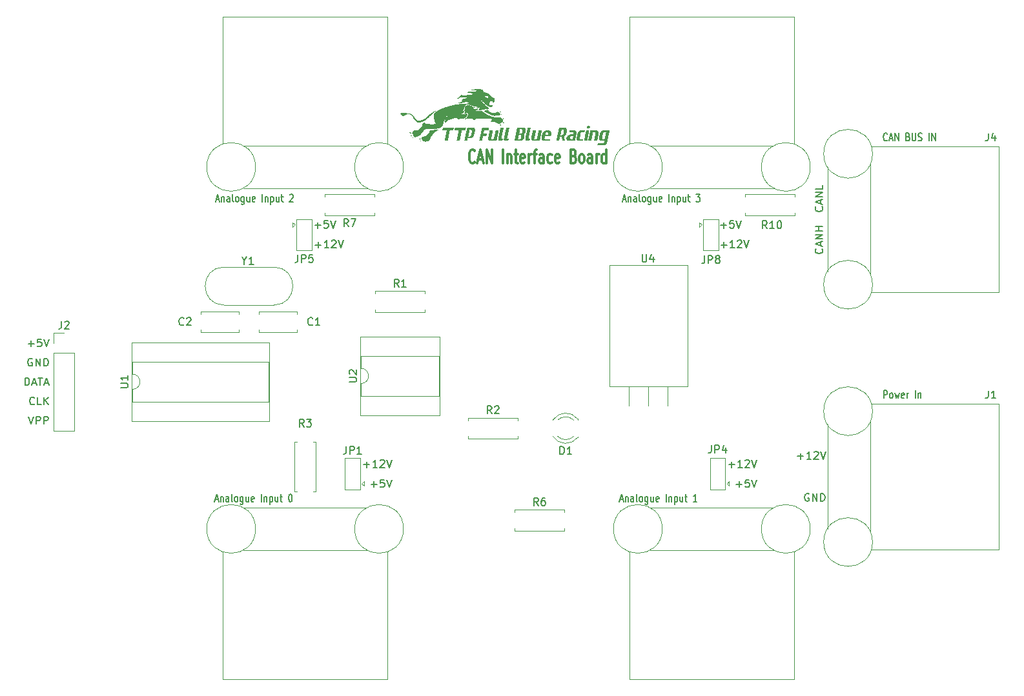
<source format=gbr>
%TF.GenerationSoftware,KiCad,Pcbnew,7.0.8*%
%TF.CreationDate,2023-11-27T18:37:53+00:00*%
%TF.ProjectId,CAN_PCB,43414e5f-5043-4422-9e6b-696361645f70,rev?*%
%TF.SameCoordinates,Original*%
%TF.FileFunction,Legend,Top*%
%TF.FilePolarity,Positive*%
%FSLAX46Y46*%
G04 Gerber Fmt 4.6, Leading zero omitted, Abs format (unit mm)*
G04 Created by KiCad (PCBNEW 7.0.8) date 2023-11-27 18:37:53*
%MOMM*%
%LPD*%
G01*
G04 APERTURE LIST*
%ADD10C,0.150000*%
%ADD11C,0.180000*%
%ADD12C,0.300000*%
%ADD13C,0.120000*%
G04 APERTURE END LIST*
D10*
X132156411Y-74114866D02*
X132918316Y-74114866D01*
X132537363Y-74495819D02*
X132537363Y-73733914D01*
X133918315Y-74495819D02*
X133346887Y-74495819D01*
X133632601Y-74495819D02*
X133632601Y-73495819D01*
X133632601Y-73495819D02*
X133537363Y-73638676D01*
X133537363Y-73638676D02*
X133442125Y-73733914D01*
X133442125Y-73733914D02*
X133346887Y-73781533D01*
X134299268Y-73591057D02*
X134346887Y-73543438D01*
X134346887Y-73543438D02*
X134442125Y-73495819D01*
X134442125Y-73495819D02*
X134680220Y-73495819D01*
X134680220Y-73495819D02*
X134775458Y-73543438D01*
X134775458Y-73543438D02*
X134823077Y-73591057D01*
X134823077Y-73591057D02*
X134870696Y-73686295D01*
X134870696Y-73686295D02*
X134870696Y-73781533D01*
X134870696Y-73781533D02*
X134823077Y-73924390D01*
X134823077Y-73924390D02*
X134251649Y-74495819D01*
X134251649Y-74495819D02*
X134870696Y-74495819D01*
X135156411Y-73495819D02*
X135489744Y-74495819D01*
X135489744Y-74495819D02*
X135823077Y-73495819D01*
D11*
X207141040Y-60352020D02*
X207102944Y-60399640D01*
X207102944Y-60399640D02*
X206988659Y-60447259D01*
X206988659Y-60447259D02*
X206912468Y-60447259D01*
X206912468Y-60447259D02*
X206798182Y-60399640D01*
X206798182Y-60399640D02*
X206721992Y-60304401D01*
X206721992Y-60304401D02*
X206683897Y-60209163D01*
X206683897Y-60209163D02*
X206645801Y-60018687D01*
X206645801Y-60018687D02*
X206645801Y-59875830D01*
X206645801Y-59875830D02*
X206683897Y-59685354D01*
X206683897Y-59685354D02*
X206721992Y-59590116D01*
X206721992Y-59590116D02*
X206798182Y-59494878D01*
X206798182Y-59494878D02*
X206912468Y-59447259D01*
X206912468Y-59447259D02*
X206988659Y-59447259D01*
X206988659Y-59447259D02*
X207102944Y-59494878D01*
X207102944Y-59494878D02*
X207141040Y-59542497D01*
X207445801Y-60161544D02*
X207826754Y-60161544D01*
X207369611Y-60447259D02*
X207636278Y-59447259D01*
X207636278Y-59447259D02*
X207902944Y-60447259D01*
X208169611Y-60447259D02*
X208169611Y-59447259D01*
X208169611Y-59447259D02*
X208626754Y-60447259D01*
X208626754Y-60447259D02*
X208626754Y-59447259D01*
X209883896Y-59923449D02*
X209998182Y-59971068D01*
X209998182Y-59971068D02*
X210036277Y-60018687D01*
X210036277Y-60018687D02*
X210074373Y-60113925D01*
X210074373Y-60113925D02*
X210074373Y-60256782D01*
X210074373Y-60256782D02*
X210036277Y-60352020D01*
X210036277Y-60352020D02*
X209998182Y-60399640D01*
X209998182Y-60399640D02*
X209921992Y-60447259D01*
X209921992Y-60447259D02*
X209617230Y-60447259D01*
X209617230Y-60447259D02*
X209617230Y-59447259D01*
X209617230Y-59447259D02*
X209883896Y-59447259D01*
X209883896Y-59447259D02*
X209960087Y-59494878D01*
X209960087Y-59494878D02*
X209998182Y-59542497D01*
X209998182Y-59542497D02*
X210036277Y-59637735D01*
X210036277Y-59637735D02*
X210036277Y-59732973D01*
X210036277Y-59732973D02*
X209998182Y-59828211D01*
X209998182Y-59828211D02*
X209960087Y-59875830D01*
X209960087Y-59875830D02*
X209883896Y-59923449D01*
X209883896Y-59923449D02*
X209617230Y-59923449D01*
X210417230Y-59447259D02*
X210417230Y-60256782D01*
X210417230Y-60256782D02*
X210455325Y-60352020D01*
X210455325Y-60352020D02*
X210493420Y-60399640D01*
X210493420Y-60399640D02*
X210569611Y-60447259D01*
X210569611Y-60447259D02*
X210721992Y-60447259D01*
X210721992Y-60447259D02*
X210798182Y-60399640D01*
X210798182Y-60399640D02*
X210836277Y-60352020D01*
X210836277Y-60352020D02*
X210874373Y-60256782D01*
X210874373Y-60256782D02*
X210874373Y-59447259D01*
X211217229Y-60399640D02*
X211331515Y-60447259D01*
X211331515Y-60447259D02*
X211521991Y-60447259D01*
X211521991Y-60447259D02*
X211598182Y-60399640D01*
X211598182Y-60399640D02*
X211636277Y-60352020D01*
X211636277Y-60352020D02*
X211674372Y-60256782D01*
X211674372Y-60256782D02*
X211674372Y-60161544D01*
X211674372Y-60161544D02*
X211636277Y-60066306D01*
X211636277Y-60066306D02*
X211598182Y-60018687D01*
X211598182Y-60018687D02*
X211521991Y-59971068D01*
X211521991Y-59971068D02*
X211369610Y-59923449D01*
X211369610Y-59923449D02*
X211293420Y-59875830D01*
X211293420Y-59875830D02*
X211255325Y-59828211D01*
X211255325Y-59828211D02*
X211217229Y-59732973D01*
X211217229Y-59732973D02*
X211217229Y-59637735D01*
X211217229Y-59637735D02*
X211255325Y-59542497D01*
X211255325Y-59542497D02*
X211293420Y-59494878D01*
X211293420Y-59494878D02*
X211369610Y-59447259D01*
X211369610Y-59447259D02*
X211560087Y-59447259D01*
X211560087Y-59447259D02*
X211674372Y-59494878D01*
X212626754Y-60447259D02*
X212626754Y-59447259D01*
X213007706Y-60447259D02*
X213007706Y-59447259D01*
X213007706Y-59447259D02*
X213464849Y-60447259D01*
X213464849Y-60447259D02*
X213464849Y-59447259D01*
D10*
X138506411Y-102943866D02*
X139268316Y-102943866D01*
X138887363Y-103324819D02*
X138887363Y-102562914D01*
X140268315Y-103324819D02*
X139696887Y-103324819D01*
X139982601Y-103324819D02*
X139982601Y-102324819D01*
X139982601Y-102324819D02*
X139887363Y-102467676D01*
X139887363Y-102467676D02*
X139792125Y-102562914D01*
X139792125Y-102562914D02*
X139696887Y-102610533D01*
X140649268Y-102420057D02*
X140696887Y-102372438D01*
X140696887Y-102372438D02*
X140792125Y-102324819D01*
X140792125Y-102324819D02*
X141030220Y-102324819D01*
X141030220Y-102324819D02*
X141125458Y-102372438D01*
X141125458Y-102372438D02*
X141173077Y-102420057D01*
X141173077Y-102420057D02*
X141220696Y-102515295D01*
X141220696Y-102515295D02*
X141220696Y-102610533D01*
X141220696Y-102610533D02*
X141173077Y-102753390D01*
X141173077Y-102753390D02*
X140601649Y-103324819D01*
X140601649Y-103324819D02*
X141220696Y-103324819D01*
X141506411Y-102324819D02*
X141839744Y-103324819D01*
X141839744Y-103324819D02*
X142173077Y-102324819D01*
X139458792Y-105543866D02*
X140220697Y-105543866D01*
X139839744Y-105924819D02*
X139839744Y-105162914D01*
X141173077Y-104924819D02*
X140696887Y-104924819D01*
X140696887Y-104924819D02*
X140649268Y-105401009D01*
X140649268Y-105401009D02*
X140696887Y-105353390D01*
X140696887Y-105353390D02*
X140792125Y-105305771D01*
X140792125Y-105305771D02*
X141030220Y-105305771D01*
X141030220Y-105305771D02*
X141125458Y-105353390D01*
X141125458Y-105353390D02*
X141173077Y-105401009D01*
X141173077Y-105401009D02*
X141220696Y-105496247D01*
X141220696Y-105496247D02*
X141220696Y-105734342D01*
X141220696Y-105734342D02*
X141173077Y-105829580D01*
X141173077Y-105829580D02*
X141125458Y-105877200D01*
X141125458Y-105877200D02*
X141030220Y-105924819D01*
X141030220Y-105924819D02*
X140792125Y-105924819D01*
X140792125Y-105924819D02*
X140696887Y-105877200D01*
X140696887Y-105877200D02*
X140649268Y-105829580D01*
X141506411Y-104924819D02*
X141839744Y-105924819D01*
X141839744Y-105924819D02*
X142173077Y-104924819D01*
X195402411Y-101850866D02*
X196164316Y-101850866D01*
X195783363Y-102231819D02*
X195783363Y-101469914D01*
X197164315Y-102231819D02*
X196592887Y-102231819D01*
X196878601Y-102231819D02*
X196878601Y-101231819D01*
X196878601Y-101231819D02*
X196783363Y-101374676D01*
X196783363Y-101374676D02*
X196688125Y-101469914D01*
X196688125Y-101469914D02*
X196592887Y-101517533D01*
X197545268Y-101327057D02*
X197592887Y-101279438D01*
X197592887Y-101279438D02*
X197688125Y-101231819D01*
X197688125Y-101231819D02*
X197926220Y-101231819D01*
X197926220Y-101231819D02*
X198021458Y-101279438D01*
X198021458Y-101279438D02*
X198069077Y-101327057D01*
X198069077Y-101327057D02*
X198116696Y-101422295D01*
X198116696Y-101422295D02*
X198116696Y-101517533D01*
X198116696Y-101517533D02*
X198069077Y-101660390D01*
X198069077Y-101660390D02*
X197497649Y-102231819D01*
X197497649Y-102231819D02*
X198116696Y-102231819D01*
X198402411Y-101231819D02*
X198735744Y-102231819D01*
X198735744Y-102231819D02*
X199069077Y-101231819D01*
D11*
X172482801Y-68162544D02*
X172863754Y-68162544D01*
X172406611Y-68448259D02*
X172673278Y-67448259D01*
X172673278Y-67448259D02*
X172939944Y-68448259D01*
X173206611Y-67781592D02*
X173206611Y-68448259D01*
X173206611Y-67876830D02*
X173244706Y-67829211D01*
X173244706Y-67829211D02*
X173320896Y-67781592D01*
X173320896Y-67781592D02*
X173435182Y-67781592D01*
X173435182Y-67781592D02*
X173511373Y-67829211D01*
X173511373Y-67829211D02*
X173549468Y-67924449D01*
X173549468Y-67924449D02*
X173549468Y-68448259D01*
X174273278Y-68448259D02*
X174273278Y-67924449D01*
X174273278Y-67924449D02*
X174235183Y-67829211D01*
X174235183Y-67829211D02*
X174158992Y-67781592D01*
X174158992Y-67781592D02*
X174006611Y-67781592D01*
X174006611Y-67781592D02*
X173930421Y-67829211D01*
X174273278Y-68400640D02*
X174197087Y-68448259D01*
X174197087Y-68448259D02*
X174006611Y-68448259D01*
X174006611Y-68448259D02*
X173930421Y-68400640D01*
X173930421Y-68400640D02*
X173892325Y-68305401D01*
X173892325Y-68305401D02*
X173892325Y-68210163D01*
X173892325Y-68210163D02*
X173930421Y-68114925D01*
X173930421Y-68114925D02*
X174006611Y-68067306D01*
X174006611Y-68067306D02*
X174197087Y-68067306D01*
X174197087Y-68067306D02*
X174273278Y-68019687D01*
X174768516Y-68448259D02*
X174692326Y-68400640D01*
X174692326Y-68400640D02*
X174654231Y-68305401D01*
X174654231Y-68305401D02*
X174654231Y-67448259D01*
X175187564Y-68448259D02*
X175111374Y-68400640D01*
X175111374Y-68400640D02*
X175073279Y-68353020D01*
X175073279Y-68353020D02*
X175035183Y-68257782D01*
X175035183Y-68257782D02*
X175035183Y-67972068D01*
X175035183Y-67972068D02*
X175073279Y-67876830D01*
X175073279Y-67876830D02*
X175111374Y-67829211D01*
X175111374Y-67829211D02*
X175187564Y-67781592D01*
X175187564Y-67781592D02*
X175301850Y-67781592D01*
X175301850Y-67781592D02*
X175378041Y-67829211D01*
X175378041Y-67829211D02*
X175416136Y-67876830D01*
X175416136Y-67876830D02*
X175454231Y-67972068D01*
X175454231Y-67972068D02*
X175454231Y-68257782D01*
X175454231Y-68257782D02*
X175416136Y-68353020D01*
X175416136Y-68353020D02*
X175378041Y-68400640D01*
X175378041Y-68400640D02*
X175301850Y-68448259D01*
X175301850Y-68448259D02*
X175187564Y-68448259D01*
X176139946Y-67781592D02*
X176139946Y-68591116D01*
X176139946Y-68591116D02*
X176101851Y-68686354D01*
X176101851Y-68686354D02*
X176063755Y-68733973D01*
X176063755Y-68733973D02*
X175987565Y-68781592D01*
X175987565Y-68781592D02*
X175873279Y-68781592D01*
X175873279Y-68781592D02*
X175797089Y-68733973D01*
X176139946Y-68400640D02*
X176063755Y-68448259D01*
X176063755Y-68448259D02*
X175911374Y-68448259D01*
X175911374Y-68448259D02*
X175835184Y-68400640D01*
X175835184Y-68400640D02*
X175797089Y-68353020D01*
X175797089Y-68353020D02*
X175758993Y-68257782D01*
X175758993Y-68257782D02*
X175758993Y-67972068D01*
X175758993Y-67972068D02*
X175797089Y-67876830D01*
X175797089Y-67876830D02*
X175835184Y-67829211D01*
X175835184Y-67829211D02*
X175911374Y-67781592D01*
X175911374Y-67781592D02*
X176063755Y-67781592D01*
X176063755Y-67781592D02*
X176139946Y-67829211D01*
X176863756Y-67781592D02*
X176863756Y-68448259D01*
X176520899Y-67781592D02*
X176520899Y-68305401D01*
X176520899Y-68305401D02*
X176558994Y-68400640D01*
X176558994Y-68400640D02*
X176635184Y-68448259D01*
X176635184Y-68448259D02*
X176749470Y-68448259D01*
X176749470Y-68448259D02*
X176825661Y-68400640D01*
X176825661Y-68400640D02*
X176863756Y-68353020D01*
X177549471Y-68400640D02*
X177473280Y-68448259D01*
X177473280Y-68448259D02*
X177320899Y-68448259D01*
X177320899Y-68448259D02*
X177244709Y-68400640D01*
X177244709Y-68400640D02*
X177206613Y-68305401D01*
X177206613Y-68305401D02*
X177206613Y-67924449D01*
X177206613Y-67924449D02*
X177244709Y-67829211D01*
X177244709Y-67829211D02*
X177320899Y-67781592D01*
X177320899Y-67781592D02*
X177473280Y-67781592D01*
X177473280Y-67781592D02*
X177549471Y-67829211D01*
X177549471Y-67829211D02*
X177587566Y-67924449D01*
X177587566Y-67924449D02*
X177587566Y-68019687D01*
X177587566Y-68019687D02*
X177206613Y-68114925D01*
X178539947Y-68448259D02*
X178539947Y-67448259D01*
X178920899Y-67781592D02*
X178920899Y-68448259D01*
X178920899Y-67876830D02*
X178958994Y-67829211D01*
X178958994Y-67829211D02*
X179035184Y-67781592D01*
X179035184Y-67781592D02*
X179149470Y-67781592D01*
X179149470Y-67781592D02*
X179225661Y-67829211D01*
X179225661Y-67829211D02*
X179263756Y-67924449D01*
X179263756Y-67924449D02*
X179263756Y-68448259D01*
X179644709Y-67781592D02*
X179644709Y-68781592D01*
X179644709Y-67829211D02*
X179720899Y-67781592D01*
X179720899Y-67781592D02*
X179873280Y-67781592D01*
X179873280Y-67781592D02*
X179949471Y-67829211D01*
X179949471Y-67829211D02*
X179987566Y-67876830D01*
X179987566Y-67876830D02*
X180025661Y-67972068D01*
X180025661Y-67972068D02*
X180025661Y-68257782D01*
X180025661Y-68257782D02*
X179987566Y-68353020D01*
X179987566Y-68353020D02*
X179949471Y-68400640D01*
X179949471Y-68400640D02*
X179873280Y-68448259D01*
X179873280Y-68448259D02*
X179720899Y-68448259D01*
X179720899Y-68448259D02*
X179644709Y-68400640D01*
X180711376Y-67781592D02*
X180711376Y-68448259D01*
X180368519Y-67781592D02*
X180368519Y-68305401D01*
X180368519Y-68305401D02*
X180406614Y-68400640D01*
X180406614Y-68400640D02*
X180482804Y-68448259D01*
X180482804Y-68448259D02*
X180597090Y-68448259D01*
X180597090Y-68448259D02*
X180673281Y-68400640D01*
X180673281Y-68400640D02*
X180711376Y-68353020D01*
X180978043Y-67781592D02*
X181282805Y-67781592D01*
X181092329Y-67448259D02*
X181092329Y-68305401D01*
X181092329Y-68305401D02*
X181130424Y-68400640D01*
X181130424Y-68400640D02*
X181206614Y-68448259D01*
X181206614Y-68448259D02*
X181282805Y-68448259D01*
X182082805Y-67448259D02*
X182578043Y-67448259D01*
X182578043Y-67448259D02*
X182311377Y-67829211D01*
X182311377Y-67829211D02*
X182425662Y-67829211D01*
X182425662Y-67829211D02*
X182501853Y-67876830D01*
X182501853Y-67876830D02*
X182539948Y-67924449D01*
X182539948Y-67924449D02*
X182578043Y-68019687D01*
X182578043Y-68019687D02*
X182578043Y-68257782D01*
X182578043Y-68257782D02*
X182539948Y-68353020D01*
X182539948Y-68353020D02*
X182501853Y-68400640D01*
X182501853Y-68400640D02*
X182425662Y-68448259D01*
X182425662Y-68448259D02*
X182197091Y-68448259D01*
X182197091Y-68448259D02*
X182120900Y-68400640D01*
X182120900Y-68400640D02*
X182082805Y-68353020D01*
D10*
X186385411Y-102943866D02*
X187147316Y-102943866D01*
X186766363Y-103324819D02*
X186766363Y-102562914D01*
X188147315Y-103324819D02*
X187575887Y-103324819D01*
X187861601Y-103324819D02*
X187861601Y-102324819D01*
X187861601Y-102324819D02*
X187766363Y-102467676D01*
X187766363Y-102467676D02*
X187671125Y-102562914D01*
X187671125Y-102562914D02*
X187575887Y-102610533D01*
X188528268Y-102420057D02*
X188575887Y-102372438D01*
X188575887Y-102372438D02*
X188671125Y-102324819D01*
X188671125Y-102324819D02*
X188909220Y-102324819D01*
X188909220Y-102324819D02*
X189004458Y-102372438D01*
X189004458Y-102372438D02*
X189052077Y-102420057D01*
X189052077Y-102420057D02*
X189099696Y-102515295D01*
X189099696Y-102515295D02*
X189099696Y-102610533D01*
X189099696Y-102610533D02*
X189052077Y-102753390D01*
X189052077Y-102753390D02*
X188480649Y-103324819D01*
X188480649Y-103324819D02*
X189099696Y-103324819D01*
X189385411Y-102324819D02*
X189718744Y-103324819D01*
X189718744Y-103324819D02*
X190052077Y-102324819D01*
D12*
X153060796Y-63219685D02*
X153003653Y-63305400D01*
X153003653Y-63305400D02*
X152832225Y-63391114D01*
X152832225Y-63391114D02*
X152717939Y-63391114D01*
X152717939Y-63391114D02*
X152546510Y-63305400D01*
X152546510Y-63305400D02*
X152432225Y-63133971D01*
X152432225Y-63133971D02*
X152375082Y-62962542D01*
X152375082Y-62962542D02*
X152317939Y-62619685D01*
X152317939Y-62619685D02*
X152317939Y-62362542D01*
X152317939Y-62362542D02*
X152375082Y-62019685D01*
X152375082Y-62019685D02*
X152432225Y-61848257D01*
X152432225Y-61848257D02*
X152546510Y-61676828D01*
X152546510Y-61676828D02*
X152717939Y-61591114D01*
X152717939Y-61591114D02*
X152832225Y-61591114D01*
X152832225Y-61591114D02*
X153003653Y-61676828D01*
X153003653Y-61676828D02*
X153060796Y-61762542D01*
X153517939Y-62876828D02*
X154089368Y-62876828D01*
X153403653Y-63391114D02*
X153803653Y-61591114D01*
X153803653Y-61591114D02*
X154203653Y-63391114D01*
X154603653Y-63391114D02*
X154603653Y-61591114D01*
X154603653Y-61591114D02*
X155289367Y-63391114D01*
X155289367Y-63391114D02*
X155289367Y-61591114D01*
X156775082Y-63391114D02*
X156775082Y-61591114D01*
X157346511Y-62191114D02*
X157346511Y-63391114D01*
X157346511Y-62362542D02*
X157403654Y-62276828D01*
X157403654Y-62276828D02*
X157517939Y-62191114D01*
X157517939Y-62191114D02*
X157689368Y-62191114D01*
X157689368Y-62191114D02*
X157803654Y-62276828D01*
X157803654Y-62276828D02*
X157860797Y-62448257D01*
X157860797Y-62448257D02*
X157860797Y-63391114D01*
X158260796Y-62191114D02*
X158717939Y-62191114D01*
X158432225Y-61591114D02*
X158432225Y-63133971D01*
X158432225Y-63133971D02*
X158489368Y-63305400D01*
X158489368Y-63305400D02*
X158603653Y-63391114D01*
X158603653Y-63391114D02*
X158717939Y-63391114D01*
X159575082Y-63305400D02*
X159460796Y-63391114D01*
X159460796Y-63391114D02*
X159232225Y-63391114D01*
X159232225Y-63391114D02*
X159117939Y-63305400D01*
X159117939Y-63305400D02*
X159060796Y-63133971D01*
X159060796Y-63133971D02*
X159060796Y-62448257D01*
X159060796Y-62448257D02*
X159117939Y-62276828D01*
X159117939Y-62276828D02*
X159232225Y-62191114D01*
X159232225Y-62191114D02*
X159460796Y-62191114D01*
X159460796Y-62191114D02*
X159575082Y-62276828D01*
X159575082Y-62276828D02*
X159632225Y-62448257D01*
X159632225Y-62448257D02*
X159632225Y-62619685D01*
X159632225Y-62619685D02*
X159060796Y-62791114D01*
X160146510Y-63391114D02*
X160146510Y-62191114D01*
X160146510Y-62533971D02*
X160203653Y-62362542D01*
X160203653Y-62362542D02*
X160260796Y-62276828D01*
X160260796Y-62276828D02*
X160375081Y-62191114D01*
X160375081Y-62191114D02*
X160489367Y-62191114D01*
X160717938Y-62191114D02*
X161175081Y-62191114D01*
X160889367Y-63391114D02*
X160889367Y-61848257D01*
X160889367Y-61848257D02*
X160946510Y-61676828D01*
X160946510Y-61676828D02*
X161060795Y-61591114D01*
X161060795Y-61591114D02*
X161175081Y-61591114D01*
X162089367Y-63391114D02*
X162089367Y-62448257D01*
X162089367Y-62448257D02*
X162032224Y-62276828D01*
X162032224Y-62276828D02*
X161917938Y-62191114D01*
X161917938Y-62191114D02*
X161689367Y-62191114D01*
X161689367Y-62191114D02*
X161575081Y-62276828D01*
X162089367Y-63305400D02*
X161975081Y-63391114D01*
X161975081Y-63391114D02*
X161689367Y-63391114D01*
X161689367Y-63391114D02*
X161575081Y-63305400D01*
X161575081Y-63305400D02*
X161517938Y-63133971D01*
X161517938Y-63133971D02*
X161517938Y-62962542D01*
X161517938Y-62962542D02*
X161575081Y-62791114D01*
X161575081Y-62791114D02*
X161689367Y-62705400D01*
X161689367Y-62705400D02*
X161975081Y-62705400D01*
X161975081Y-62705400D02*
X162089367Y-62619685D01*
X163175081Y-63305400D02*
X163060795Y-63391114D01*
X163060795Y-63391114D02*
X162832223Y-63391114D01*
X162832223Y-63391114D02*
X162717938Y-63305400D01*
X162717938Y-63305400D02*
X162660795Y-63219685D01*
X162660795Y-63219685D02*
X162603652Y-63048257D01*
X162603652Y-63048257D02*
X162603652Y-62533971D01*
X162603652Y-62533971D02*
X162660795Y-62362542D01*
X162660795Y-62362542D02*
X162717938Y-62276828D01*
X162717938Y-62276828D02*
X162832223Y-62191114D01*
X162832223Y-62191114D02*
X163060795Y-62191114D01*
X163060795Y-62191114D02*
X163175081Y-62276828D01*
X164146509Y-63305400D02*
X164032223Y-63391114D01*
X164032223Y-63391114D02*
X163803652Y-63391114D01*
X163803652Y-63391114D02*
X163689366Y-63305400D01*
X163689366Y-63305400D02*
X163632223Y-63133971D01*
X163632223Y-63133971D02*
X163632223Y-62448257D01*
X163632223Y-62448257D02*
X163689366Y-62276828D01*
X163689366Y-62276828D02*
X163803652Y-62191114D01*
X163803652Y-62191114D02*
X164032223Y-62191114D01*
X164032223Y-62191114D02*
X164146509Y-62276828D01*
X164146509Y-62276828D02*
X164203652Y-62448257D01*
X164203652Y-62448257D02*
X164203652Y-62619685D01*
X164203652Y-62619685D02*
X163632223Y-62791114D01*
X166032223Y-62448257D02*
X166203651Y-62533971D01*
X166203651Y-62533971D02*
X166260794Y-62619685D01*
X166260794Y-62619685D02*
X166317937Y-62791114D01*
X166317937Y-62791114D02*
X166317937Y-63048257D01*
X166317937Y-63048257D02*
X166260794Y-63219685D01*
X166260794Y-63219685D02*
X166203651Y-63305400D01*
X166203651Y-63305400D02*
X166089366Y-63391114D01*
X166089366Y-63391114D02*
X165632223Y-63391114D01*
X165632223Y-63391114D02*
X165632223Y-61591114D01*
X165632223Y-61591114D02*
X166032223Y-61591114D01*
X166032223Y-61591114D02*
X166146509Y-61676828D01*
X166146509Y-61676828D02*
X166203651Y-61762542D01*
X166203651Y-61762542D02*
X166260794Y-61933971D01*
X166260794Y-61933971D02*
X166260794Y-62105400D01*
X166260794Y-62105400D02*
X166203651Y-62276828D01*
X166203651Y-62276828D02*
X166146509Y-62362542D01*
X166146509Y-62362542D02*
X166032223Y-62448257D01*
X166032223Y-62448257D02*
X165632223Y-62448257D01*
X167003651Y-63391114D02*
X166889366Y-63305400D01*
X166889366Y-63305400D02*
X166832223Y-63219685D01*
X166832223Y-63219685D02*
X166775080Y-63048257D01*
X166775080Y-63048257D02*
X166775080Y-62533971D01*
X166775080Y-62533971D02*
X166832223Y-62362542D01*
X166832223Y-62362542D02*
X166889366Y-62276828D01*
X166889366Y-62276828D02*
X167003651Y-62191114D01*
X167003651Y-62191114D02*
X167175080Y-62191114D01*
X167175080Y-62191114D02*
X167289366Y-62276828D01*
X167289366Y-62276828D02*
X167346509Y-62362542D01*
X167346509Y-62362542D02*
X167403651Y-62533971D01*
X167403651Y-62533971D02*
X167403651Y-63048257D01*
X167403651Y-63048257D02*
X167346509Y-63219685D01*
X167346509Y-63219685D02*
X167289366Y-63305400D01*
X167289366Y-63305400D02*
X167175080Y-63391114D01*
X167175080Y-63391114D02*
X167003651Y-63391114D01*
X168432223Y-63391114D02*
X168432223Y-62448257D01*
X168432223Y-62448257D02*
X168375080Y-62276828D01*
X168375080Y-62276828D02*
X168260794Y-62191114D01*
X168260794Y-62191114D02*
X168032223Y-62191114D01*
X168032223Y-62191114D02*
X167917937Y-62276828D01*
X168432223Y-63305400D02*
X168317937Y-63391114D01*
X168317937Y-63391114D02*
X168032223Y-63391114D01*
X168032223Y-63391114D02*
X167917937Y-63305400D01*
X167917937Y-63305400D02*
X167860794Y-63133971D01*
X167860794Y-63133971D02*
X167860794Y-62962542D01*
X167860794Y-62962542D02*
X167917937Y-62791114D01*
X167917937Y-62791114D02*
X168032223Y-62705400D01*
X168032223Y-62705400D02*
X168317937Y-62705400D01*
X168317937Y-62705400D02*
X168432223Y-62619685D01*
X169003651Y-63391114D02*
X169003651Y-62191114D01*
X169003651Y-62533971D02*
X169060794Y-62362542D01*
X169060794Y-62362542D02*
X169117937Y-62276828D01*
X169117937Y-62276828D02*
X169232222Y-62191114D01*
X169232222Y-62191114D02*
X169346508Y-62191114D01*
X170260794Y-63391114D02*
X170260794Y-61591114D01*
X170260794Y-63305400D02*
X170146508Y-63391114D01*
X170146508Y-63391114D02*
X169917936Y-63391114D01*
X169917936Y-63391114D02*
X169803651Y-63305400D01*
X169803651Y-63305400D02*
X169746508Y-63219685D01*
X169746508Y-63219685D02*
X169689365Y-63048257D01*
X169689365Y-63048257D02*
X169689365Y-62533971D01*
X169689365Y-62533971D02*
X169746508Y-62362542D01*
X169746508Y-62362542D02*
X169803651Y-62276828D01*
X169803651Y-62276828D02*
X169917936Y-62191114D01*
X169917936Y-62191114D02*
X170146508Y-62191114D01*
X170146508Y-62191114D02*
X170260794Y-62276828D01*
D10*
X198606580Y-74605666D02*
X198654200Y-74653285D01*
X198654200Y-74653285D02*
X198701819Y-74796142D01*
X198701819Y-74796142D02*
X198701819Y-74891380D01*
X198701819Y-74891380D02*
X198654200Y-75034237D01*
X198654200Y-75034237D02*
X198558961Y-75129475D01*
X198558961Y-75129475D02*
X198463723Y-75177094D01*
X198463723Y-75177094D02*
X198273247Y-75224713D01*
X198273247Y-75224713D02*
X198130390Y-75224713D01*
X198130390Y-75224713D02*
X197939914Y-75177094D01*
X197939914Y-75177094D02*
X197844676Y-75129475D01*
X197844676Y-75129475D02*
X197749438Y-75034237D01*
X197749438Y-75034237D02*
X197701819Y-74891380D01*
X197701819Y-74891380D02*
X197701819Y-74796142D01*
X197701819Y-74796142D02*
X197749438Y-74653285D01*
X197749438Y-74653285D02*
X197797057Y-74605666D01*
X198416104Y-74224713D02*
X198416104Y-73748523D01*
X198701819Y-74319951D02*
X197701819Y-73986618D01*
X197701819Y-73986618D02*
X198701819Y-73653285D01*
X198701819Y-73319951D02*
X197701819Y-73319951D01*
X197701819Y-73319951D02*
X198701819Y-72748523D01*
X198701819Y-72748523D02*
X197701819Y-72748523D01*
X198701819Y-72272332D02*
X197701819Y-72272332D01*
X198178009Y-72272332D02*
X198178009Y-71700904D01*
X198701819Y-71700904D02*
X197701819Y-71700904D01*
D11*
X172101801Y-107532544D02*
X172482754Y-107532544D01*
X172025611Y-107818259D02*
X172292278Y-106818259D01*
X172292278Y-106818259D02*
X172558944Y-107818259D01*
X172825611Y-107151592D02*
X172825611Y-107818259D01*
X172825611Y-107246830D02*
X172863706Y-107199211D01*
X172863706Y-107199211D02*
X172939896Y-107151592D01*
X172939896Y-107151592D02*
X173054182Y-107151592D01*
X173054182Y-107151592D02*
X173130373Y-107199211D01*
X173130373Y-107199211D02*
X173168468Y-107294449D01*
X173168468Y-107294449D02*
X173168468Y-107818259D01*
X173892278Y-107818259D02*
X173892278Y-107294449D01*
X173892278Y-107294449D02*
X173854183Y-107199211D01*
X173854183Y-107199211D02*
X173777992Y-107151592D01*
X173777992Y-107151592D02*
X173625611Y-107151592D01*
X173625611Y-107151592D02*
X173549421Y-107199211D01*
X173892278Y-107770640D02*
X173816087Y-107818259D01*
X173816087Y-107818259D02*
X173625611Y-107818259D01*
X173625611Y-107818259D02*
X173549421Y-107770640D01*
X173549421Y-107770640D02*
X173511325Y-107675401D01*
X173511325Y-107675401D02*
X173511325Y-107580163D01*
X173511325Y-107580163D02*
X173549421Y-107484925D01*
X173549421Y-107484925D02*
X173625611Y-107437306D01*
X173625611Y-107437306D02*
X173816087Y-107437306D01*
X173816087Y-107437306D02*
X173892278Y-107389687D01*
X174387516Y-107818259D02*
X174311326Y-107770640D01*
X174311326Y-107770640D02*
X174273231Y-107675401D01*
X174273231Y-107675401D02*
X174273231Y-106818259D01*
X174806564Y-107818259D02*
X174730374Y-107770640D01*
X174730374Y-107770640D02*
X174692279Y-107723020D01*
X174692279Y-107723020D02*
X174654183Y-107627782D01*
X174654183Y-107627782D02*
X174654183Y-107342068D01*
X174654183Y-107342068D02*
X174692279Y-107246830D01*
X174692279Y-107246830D02*
X174730374Y-107199211D01*
X174730374Y-107199211D02*
X174806564Y-107151592D01*
X174806564Y-107151592D02*
X174920850Y-107151592D01*
X174920850Y-107151592D02*
X174997041Y-107199211D01*
X174997041Y-107199211D02*
X175035136Y-107246830D01*
X175035136Y-107246830D02*
X175073231Y-107342068D01*
X175073231Y-107342068D02*
X175073231Y-107627782D01*
X175073231Y-107627782D02*
X175035136Y-107723020D01*
X175035136Y-107723020D02*
X174997041Y-107770640D01*
X174997041Y-107770640D02*
X174920850Y-107818259D01*
X174920850Y-107818259D02*
X174806564Y-107818259D01*
X175758946Y-107151592D02*
X175758946Y-107961116D01*
X175758946Y-107961116D02*
X175720851Y-108056354D01*
X175720851Y-108056354D02*
X175682755Y-108103973D01*
X175682755Y-108103973D02*
X175606565Y-108151592D01*
X175606565Y-108151592D02*
X175492279Y-108151592D01*
X175492279Y-108151592D02*
X175416089Y-108103973D01*
X175758946Y-107770640D02*
X175682755Y-107818259D01*
X175682755Y-107818259D02*
X175530374Y-107818259D01*
X175530374Y-107818259D02*
X175454184Y-107770640D01*
X175454184Y-107770640D02*
X175416089Y-107723020D01*
X175416089Y-107723020D02*
X175377993Y-107627782D01*
X175377993Y-107627782D02*
X175377993Y-107342068D01*
X175377993Y-107342068D02*
X175416089Y-107246830D01*
X175416089Y-107246830D02*
X175454184Y-107199211D01*
X175454184Y-107199211D02*
X175530374Y-107151592D01*
X175530374Y-107151592D02*
X175682755Y-107151592D01*
X175682755Y-107151592D02*
X175758946Y-107199211D01*
X176482756Y-107151592D02*
X176482756Y-107818259D01*
X176139899Y-107151592D02*
X176139899Y-107675401D01*
X176139899Y-107675401D02*
X176177994Y-107770640D01*
X176177994Y-107770640D02*
X176254184Y-107818259D01*
X176254184Y-107818259D02*
X176368470Y-107818259D01*
X176368470Y-107818259D02*
X176444661Y-107770640D01*
X176444661Y-107770640D02*
X176482756Y-107723020D01*
X177168471Y-107770640D02*
X177092280Y-107818259D01*
X177092280Y-107818259D02*
X176939899Y-107818259D01*
X176939899Y-107818259D02*
X176863709Y-107770640D01*
X176863709Y-107770640D02*
X176825613Y-107675401D01*
X176825613Y-107675401D02*
X176825613Y-107294449D01*
X176825613Y-107294449D02*
X176863709Y-107199211D01*
X176863709Y-107199211D02*
X176939899Y-107151592D01*
X176939899Y-107151592D02*
X177092280Y-107151592D01*
X177092280Y-107151592D02*
X177168471Y-107199211D01*
X177168471Y-107199211D02*
X177206566Y-107294449D01*
X177206566Y-107294449D02*
X177206566Y-107389687D01*
X177206566Y-107389687D02*
X176825613Y-107484925D01*
X178158947Y-107818259D02*
X178158947Y-106818259D01*
X178539899Y-107151592D02*
X178539899Y-107818259D01*
X178539899Y-107246830D02*
X178577994Y-107199211D01*
X178577994Y-107199211D02*
X178654184Y-107151592D01*
X178654184Y-107151592D02*
X178768470Y-107151592D01*
X178768470Y-107151592D02*
X178844661Y-107199211D01*
X178844661Y-107199211D02*
X178882756Y-107294449D01*
X178882756Y-107294449D02*
X178882756Y-107818259D01*
X179263709Y-107151592D02*
X179263709Y-108151592D01*
X179263709Y-107199211D02*
X179339899Y-107151592D01*
X179339899Y-107151592D02*
X179492280Y-107151592D01*
X179492280Y-107151592D02*
X179568471Y-107199211D01*
X179568471Y-107199211D02*
X179606566Y-107246830D01*
X179606566Y-107246830D02*
X179644661Y-107342068D01*
X179644661Y-107342068D02*
X179644661Y-107627782D01*
X179644661Y-107627782D02*
X179606566Y-107723020D01*
X179606566Y-107723020D02*
X179568471Y-107770640D01*
X179568471Y-107770640D02*
X179492280Y-107818259D01*
X179492280Y-107818259D02*
X179339899Y-107818259D01*
X179339899Y-107818259D02*
X179263709Y-107770640D01*
X180330376Y-107151592D02*
X180330376Y-107818259D01*
X179987519Y-107151592D02*
X179987519Y-107675401D01*
X179987519Y-107675401D02*
X180025614Y-107770640D01*
X180025614Y-107770640D02*
X180101804Y-107818259D01*
X180101804Y-107818259D02*
X180216090Y-107818259D01*
X180216090Y-107818259D02*
X180292281Y-107770640D01*
X180292281Y-107770640D02*
X180330376Y-107723020D01*
X180597043Y-107151592D02*
X180901805Y-107151592D01*
X180711329Y-106818259D02*
X180711329Y-107675401D01*
X180711329Y-107675401D02*
X180749424Y-107770640D01*
X180749424Y-107770640D02*
X180825614Y-107818259D01*
X180825614Y-107818259D02*
X180901805Y-107818259D01*
X182197043Y-107818259D02*
X181739900Y-107818259D01*
X181968472Y-107818259D02*
X181968472Y-106818259D01*
X181968472Y-106818259D02*
X181892281Y-106961116D01*
X181892281Y-106961116D02*
X181816091Y-107056354D01*
X181816091Y-107056354D02*
X181739900Y-107103973D01*
D10*
X95024601Y-89047438D02*
X94929363Y-88999819D01*
X94929363Y-88999819D02*
X94786506Y-88999819D01*
X94786506Y-88999819D02*
X94643649Y-89047438D01*
X94643649Y-89047438D02*
X94548411Y-89142676D01*
X94548411Y-89142676D02*
X94500792Y-89237914D01*
X94500792Y-89237914D02*
X94453173Y-89428390D01*
X94453173Y-89428390D02*
X94453173Y-89571247D01*
X94453173Y-89571247D02*
X94500792Y-89761723D01*
X94500792Y-89761723D02*
X94548411Y-89856961D01*
X94548411Y-89856961D02*
X94643649Y-89952200D01*
X94643649Y-89952200D02*
X94786506Y-89999819D01*
X94786506Y-89999819D02*
X94881744Y-89999819D01*
X94881744Y-89999819D02*
X95024601Y-89952200D01*
X95024601Y-89952200D02*
X95072220Y-89904580D01*
X95072220Y-89904580D02*
X95072220Y-89571247D01*
X95072220Y-89571247D02*
X94881744Y-89571247D01*
X95500792Y-89999819D02*
X95500792Y-88999819D01*
X95500792Y-88999819D02*
X96072220Y-89999819D01*
X96072220Y-89999819D02*
X96072220Y-88999819D01*
X96548411Y-89999819D02*
X96548411Y-88999819D01*
X96548411Y-88999819D02*
X96786506Y-88999819D01*
X96786506Y-88999819D02*
X96929363Y-89047438D01*
X96929363Y-89047438D02*
X97024601Y-89142676D01*
X97024601Y-89142676D02*
X97072220Y-89237914D01*
X97072220Y-89237914D02*
X97119839Y-89428390D01*
X97119839Y-89428390D02*
X97119839Y-89571247D01*
X97119839Y-89571247D02*
X97072220Y-89761723D01*
X97072220Y-89761723D02*
X97024601Y-89856961D01*
X97024601Y-89856961D02*
X96929363Y-89952200D01*
X96929363Y-89952200D02*
X96786506Y-89999819D01*
X96786506Y-89999819D02*
X96548411Y-89999819D01*
X132092792Y-71514866D02*
X132854697Y-71514866D01*
X132473744Y-71895819D02*
X132473744Y-71133914D01*
X133807077Y-70895819D02*
X133330887Y-70895819D01*
X133330887Y-70895819D02*
X133283268Y-71372009D01*
X133283268Y-71372009D02*
X133330887Y-71324390D01*
X133330887Y-71324390D02*
X133426125Y-71276771D01*
X133426125Y-71276771D02*
X133664220Y-71276771D01*
X133664220Y-71276771D02*
X133759458Y-71324390D01*
X133759458Y-71324390D02*
X133807077Y-71372009D01*
X133807077Y-71372009D02*
X133854696Y-71467247D01*
X133854696Y-71467247D02*
X133854696Y-71705342D01*
X133854696Y-71705342D02*
X133807077Y-71800580D01*
X133807077Y-71800580D02*
X133759458Y-71848200D01*
X133759458Y-71848200D02*
X133664220Y-71895819D01*
X133664220Y-71895819D02*
X133426125Y-71895819D01*
X133426125Y-71895819D02*
X133330887Y-71848200D01*
X133330887Y-71848200D02*
X133283268Y-71800580D01*
X134140411Y-70895819D02*
X134473744Y-71895819D01*
X134473744Y-71895819D02*
X134807077Y-70895819D01*
X94500792Y-87078866D02*
X95262697Y-87078866D01*
X94881744Y-87459819D02*
X94881744Y-86697914D01*
X96215077Y-86459819D02*
X95738887Y-86459819D01*
X95738887Y-86459819D02*
X95691268Y-86936009D01*
X95691268Y-86936009D02*
X95738887Y-86888390D01*
X95738887Y-86888390D02*
X95834125Y-86840771D01*
X95834125Y-86840771D02*
X96072220Y-86840771D01*
X96072220Y-86840771D02*
X96167458Y-86888390D01*
X96167458Y-86888390D02*
X96215077Y-86936009D01*
X96215077Y-86936009D02*
X96262696Y-87031247D01*
X96262696Y-87031247D02*
X96262696Y-87269342D01*
X96262696Y-87269342D02*
X96215077Y-87364580D01*
X96215077Y-87364580D02*
X96167458Y-87412200D01*
X96167458Y-87412200D02*
X96072220Y-87459819D01*
X96072220Y-87459819D02*
X95834125Y-87459819D01*
X95834125Y-87459819D02*
X95738887Y-87412200D01*
X95738887Y-87412200D02*
X95691268Y-87364580D01*
X96548411Y-86459819D02*
X96881744Y-87459819D01*
X96881744Y-87459819D02*
X97215077Y-86459819D01*
X185305792Y-71514866D02*
X186067697Y-71514866D01*
X185686744Y-71895819D02*
X185686744Y-71133914D01*
X187020077Y-70895819D02*
X186543887Y-70895819D01*
X186543887Y-70895819D02*
X186496268Y-71372009D01*
X186496268Y-71372009D02*
X186543887Y-71324390D01*
X186543887Y-71324390D02*
X186639125Y-71276771D01*
X186639125Y-71276771D02*
X186877220Y-71276771D01*
X186877220Y-71276771D02*
X186972458Y-71324390D01*
X186972458Y-71324390D02*
X187020077Y-71372009D01*
X187020077Y-71372009D02*
X187067696Y-71467247D01*
X187067696Y-71467247D02*
X187067696Y-71705342D01*
X187067696Y-71705342D02*
X187020077Y-71800580D01*
X187020077Y-71800580D02*
X186972458Y-71848200D01*
X186972458Y-71848200D02*
X186877220Y-71895819D01*
X186877220Y-71895819D02*
X186639125Y-71895819D01*
X186639125Y-71895819D02*
X186543887Y-71848200D01*
X186543887Y-71848200D02*
X186496268Y-71800580D01*
X187353411Y-70895819D02*
X187686744Y-71895819D01*
X187686744Y-71895819D02*
X188020077Y-70895819D01*
X198606580Y-69086619D02*
X198654200Y-69134238D01*
X198654200Y-69134238D02*
X198701819Y-69277095D01*
X198701819Y-69277095D02*
X198701819Y-69372333D01*
X198701819Y-69372333D02*
X198654200Y-69515190D01*
X198654200Y-69515190D02*
X198558961Y-69610428D01*
X198558961Y-69610428D02*
X198463723Y-69658047D01*
X198463723Y-69658047D02*
X198273247Y-69705666D01*
X198273247Y-69705666D02*
X198130390Y-69705666D01*
X198130390Y-69705666D02*
X197939914Y-69658047D01*
X197939914Y-69658047D02*
X197844676Y-69610428D01*
X197844676Y-69610428D02*
X197749438Y-69515190D01*
X197749438Y-69515190D02*
X197701819Y-69372333D01*
X197701819Y-69372333D02*
X197701819Y-69277095D01*
X197701819Y-69277095D02*
X197749438Y-69134238D01*
X197749438Y-69134238D02*
X197797057Y-69086619D01*
X198416104Y-68705666D02*
X198416104Y-68229476D01*
X198701819Y-68800904D02*
X197701819Y-68467571D01*
X197701819Y-68467571D02*
X198701819Y-68134238D01*
X198701819Y-67800904D02*
X197701819Y-67800904D01*
X197701819Y-67800904D02*
X198701819Y-67229476D01*
X198701819Y-67229476D02*
X197701819Y-67229476D01*
X198701819Y-66277095D02*
X198701819Y-66753285D01*
X198701819Y-66753285D02*
X197701819Y-66753285D01*
D11*
X119142801Y-68162544D02*
X119523754Y-68162544D01*
X119066611Y-68448259D02*
X119333278Y-67448259D01*
X119333278Y-67448259D02*
X119599944Y-68448259D01*
X119866611Y-67781592D02*
X119866611Y-68448259D01*
X119866611Y-67876830D02*
X119904706Y-67829211D01*
X119904706Y-67829211D02*
X119980896Y-67781592D01*
X119980896Y-67781592D02*
X120095182Y-67781592D01*
X120095182Y-67781592D02*
X120171373Y-67829211D01*
X120171373Y-67829211D02*
X120209468Y-67924449D01*
X120209468Y-67924449D02*
X120209468Y-68448259D01*
X120933278Y-68448259D02*
X120933278Y-67924449D01*
X120933278Y-67924449D02*
X120895183Y-67829211D01*
X120895183Y-67829211D02*
X120818992Y-67781592D01*
X120818992Y-67781592D02*
X120666611Y-67781592D01*
X120666611Y-67781592D02*
X120590421Y-67829211D01*
X120933278Y-68400640D02*
X120857087Y-68448259D01*
X120857087Y-68448259D02*
X120666611Y-68448259D01*
X120666611Y-68448259D02*
X120590421Y-68400640D01*
X120590421Y-68400640D02*
X120552325Y-68305401D01*
X120552325Y-68305401D02*
X120552325Y-68210163D01*
X120552325Y-68210163D02*
X120590421Y-68114925D01*
X120590421Y-68114925D02*
X120666611Y-68067306D01*
X120666611Y-68067306D02*
X120857087Y-68067306D01*
X120857087Y-68067306D02*
X120933278Y-68019687D01*
X121428516Y-68448259D02*
X121352326Y-68400640D01*
X121352326Y-68400640D02*
X121314231Y-68305401D01*
X121314231Y-68305401D02*
X121314231Y-67448259D01*
X121847564Y-68448259D02*
X121771374Y-68400640D01*
X121771374Y-68400640D02*
X121733279Y-68353020D01*
X121733279Y-68353020D02*
X121695183Y-68257782D01*
X121695183Y-68257782D02*
X121695183Y-67972068D01*
X121695183Y-67972068D02*
X121733279Y-67876830D01*
X121733279Y-67876830D02*
X121771374Y-67829211D01*
X121771374Y-67829211D02*
X121847564Y-67781592D01*
X121847564Y-67781592D02*
X121961850Y-67781592D01*
X121961850Y-67781592D02*
X122038041Y-67829211D01*
X122038041Y-67829211D02*
X122076136Y-67876830D01*
X122076136Y-67876830D02*
X122114231Y-67972068D01*
X122114231Y-67972068D02*
X122114231Y-68257782D01*
X122114231Y-68257782D02*
X122076136Y-68353020D01*
X122076136Y-68353020D02*
X122038041Y-68400640D01*
X122038041Y-68400640D02*
X121961850Y-68448259D01*
X121961850Y-68448259D02*
X121847564Y-68448259D01*
X122799946Y-67781592D02*
X122799946Y-68591116D01*
X122799946Y-68591116D02*
X122761851Y-68686354D01*
X122761851Y-68686354D02*
X122723755Y-68733973D01*
X122723755Y-68733973D02*
X122647565Y-68781592D01*
X122647565Y-68781592D02*
X122533279Y-68781592D01*
X122533279Y-68781592D02*
X122457089Y-68733973D01*
X122799946Y-68400640D02*
X122723755Y-68448259D01*
X122723755Y-68448259D02*
X122571374Y-68448259D01*
X122571374Y-68448259D02*
X122495184Y-68400640D01*
X122495184Y-68400640D02*
X122457089Y-68353020D01*
X122457089Y-68353020D02*
X122418993Y-68257782D01*
X122418993Y-68257782D02*
X122418993Y-67972068D01*
X122418993Y-67972068D02*
X122457089Y-67876830D01*
X122457089Y-67876830D02*
X122495184Y-67829211D01*
X122495184Y-67829211D02*
X122571374Y-67781592D01*
X122571374Y-67781592D02*
X122723755Y-67781592D01*
X122723755Y-67781592D02*
X122799946Y-67829211D01*
X123523756Y-67781592D02*
X123523756Y-68448259D01*
X123180899Y-67781592D02*
X123180899Y-68305401D01*
X123180899Y-68305401D02*
X123218994Y-68400640D01*
X123218994Y-68400640D02*
X123295184Y-68448259D01*
X123295184Y-68448259D02*
X123409470Y-68448259D01*
X123409470Y-68448259D02*
X123485661Y-68400640D01*
X123485661Y-68400640D02*
X123523756Y-68353020D01*
X124209471Y-68400640D02*
X124133280Y-68448259D01*
X124133280Y-68448259D02*
X123980899Y-68448259D01*
X123980899Y-68448259D02*
X123904709Y-68400640D01*
X123904709Y-68400640D02*
X123866613Y-68305401D01*
X123866613Y-68305401D02*
X123866613Y-67924449D01*
X123866613Y-67924449D02*
X123904709Y-67829211D01*
X123904709Y-67829211D02*
X123980899Y-67781592D01*
X123980899Y-67781592D02*
X124133280Y-67781592D01*
X124133280Y-67781592D02*
X124209471Y-67829211D01*
X124209471Y-67829211D02*
X124247566Y-67924449D01*
X124247566Y-67924449D02*
X124247566Y-68019687D01*
X124247566Y-68019687D02*
X123866613Y-68114925D01*
X125199947Y-68448259D02*
X125199947Y-67448259D01*
X125580899Y-67781592D02*
X125580899Y-68448259D01*
X125580899Y-67876830D02*
X125618994Y-67829211D01*
X125618994Y-67829211D02*
X125695184Y-67781592D01*
X125695184Y-67781592D02*
X125809470Y-67781592D01*
X125809470Y-67781592D02*
X125885661Y-67829211D01*
X125885661Y-67829211D02*
X125923756Y-67924449D01*
X125923756Y-67924449D02*
X125923756Y-68448259D01*
X126304709Y-67781592D02*
X126304709Y-68781592D01*
X126304709Y-67829211D02*
X126380899Y-67781592D01*
X126380899Y-67781592D02*
X126533280Y-67781592D01*
X126533280Y-67781592D02*
X126609471Y-67829211D01*
X126609471Y-67829211D02*
X126647566Y-67876830D01*
X126647566Y-67876830D02*
X126685661Y-67972068D01*
X126685661Y-67972068D02*
X126685661Y-68257782D01*
X126685661Y-68257782D02*
X126647566Y-68353020D01*
X126647566Y-68353020D02*
X126609471Y-68400640D01*
X126609471Y-68400640D02*
X126533280Y-68448259D01*
X126533280Y-68448259D02*
X126380899Y-68448259D01*
X126380899Y-68448259D02*
X126304709Y-68400640D01*
X127371376Y-67781592D02*
X127371376Y-68448259D01*
X127028519Y-67781592D02*
X127028519Y-68305401D01*
X127028519Y-68305401D02*
X127066614Y-68400640D01*
X127066614Y-68400640D02*
X127142804Y-68448259D01*
X127142804Y-68448259D02*
X127257090Y-68448259D01*
X127257090Y-68448259D02*
X127333281Y-68400640D01*
X127333281Y-68400640D02*
X127371376Y-68353020D01*
X127638043Y-67781592D02*
X127942805Y-67781592D01*
X127752329Y-67448259D02*
X127752329Y-68305401D01*
X127752329Y-68305401D02*
X127790424Y-68400640D01*
X127790424Y-68400640D02*
X127866614Y-68448259D01*
X127866614Y-68448259D02*
X127942805Y-68448259D01*
X128780900Y-67543497D02*
X128818996Y-67495878D01*
X128818996Y-67495878D02*
X128895186Y-67448259D01*
X128895186Y-67448259D02*
X129085662Y-67448259D01*
X129085662Y-67448259D02*
X129161853Y-67495878D01*
X129161853Y-67495878D02*
X129199948Y-67543497D01*
X129199948Y-67543497D02*
X129238043Y-67638735D01*
X129238043Y-67638735D02*
X129238043Y-67733973D01*
X129238043Y-67733973D02*
X129199948Y-67876830D01*
X129199948Y-67876830D02*
X128742805Y-68448259D01*
X128742805Y-68448259D02*
X129238043Y-68448259D01*
D10*
X196878601Y-106781438D02*
X196783363Y-106733819D01*
X196783363Y-106733819D02*
X196640506Y-106733819D01*
X196640506Y-106733819D02*
X196497649Y-106781438D01*
X196497649Y-106781438D02*
X196402411Y-106876676D01*
X196402411Y-106876676D02*
X196354792Y-106971914D01*
X196354792Y-106971914D02*
X196307173Y-107162390D01*
X196307173Y-107162390D02*
X196307173Y-107305247D01*
X196307173Y-107305247D02*
X196354792Y-107495723D01*
X196354792Y-107495723D02*
X196402411Y-107590961D01*
X196402411Y-107590961D02*
X196497649Y-107686200D01*
X196497649Y-107686200D02*
X196640506Y-107733819D01*
X196640506Y-107733819D02*
X196735744Y-107733819D01*
X196735744Y-107733819D02*
X196878601Y-107686200D01*
X196878601Y-107686200D02*
X196926220Y-107638580D01*
X196926220Y-107638580D02*
X196926220Y-107305247D01*
X196926220Y-107305247D02*
X196735744Y-107305247D01*
X197354792Y-107733819D02*
X197354792Y-106733819D01*
X197354792Y-106733819D02*
X197926220Y-107733819D01*
X197926220Y-107733819D02*
X197926220Y-106733819D01*
X198402411Y-107733819D02*
X198402411Y-106733819D01*
X198402411Y-106733819D02*
X198640506Y-106733819D01*
X198640506Y-106733819D02*
X198783363Y-106781438D01*
X198783363Y-106781438D02*
X198878601Y-106876676D01*
X198878601Y-106876676D02*
X198926220Y-106971914D01*
X198926220Y-106971914D02*
X198973839Y-107162390D01*
X198973839Y-107162390D02*
X198973839Y-107305247D01*
X198973839Y-107305247D02*
X198926220Y-107495723D01*
X198926220Y-107495723D02*
X198878601Y-107590961D01*
X198878601Y-107590961D02*
X198783363Y-107686200D01*
X198783363Y-107686200D02*
X198640506Y-107733819D01*
X198640506Y-107733819D02*
X198402411Y-107733819D01*
D11*
X206683897Y-94229259D02*
X206683897Y-93229259D01*
X206683897Y-93229259D02*
X206988659Y-93229259D01*
X206988659Y-93229259D02*
X207064849Y-93276878D01*
X207064849Y-93276878D02*
X207102944Y-93324497D01*
X207102944Y-93324497D02*
X207141040Y-93419735D01*
X207141040Y-93419735D02*
X207141040Y-93562592D01*
X207141040Y-93562592D02*
X207102944Y-93657830D01*
X207102944Y-93657830D02*
X207064849Y-93705449D01*
X207064849Y-93705449D02*
X206988659Y-93753068D01*
X206988659Y-93753068D02*
X206683897Y-93753068D01*
X207598182Y-94229259D02*
X207521992Y-94181640D01*
X207521992Y-94181640D02*
X207483897Y-94134020D01*
X207483897Y-94134020D02*
X207445801Y-94038782D01*
X207445801Y-94038782D02*
X207445801Y-93753068D01*
X207445801Y-93753068D02*
X207483897Y-93657830D01*
X207483897Y-93657830D02*
X207521992Y-93610211D01*
X207521992Y-93610211D02*
X207598182Y-93562592D01*
X207598182Y-93562592D02*
X207712468Y-93562592D01*
X207712468Y-93562592D02*
X207788659Y-93610211D01*
X207788659Y-93610211D02*
X207826754Y-93657830D01*
X207826754Y-93657830D02*
X207864849Y-93753068D01*
X207864849Y-93753068D02*
X207864849Y-94038782D01*
X207864849Y-94038782D02*
X207826754Y-94134020D01*
X207826754Y-94134020D02*
X207788659Y-94181640D01*
X207788659Y-94181640D02*
X207712468Y-94229259D01*
X207712468Y-94229259D02*
X207598182Y-94229259D01*
X208131516Y-93562592D02*
X208283897Y-94229259D01*
X208283897Y-94229259D02*
X208436278Y-93753068D01*
X208436278Y-93753068D02*
X208588659Y-94229259D01*
X208588659Y-94229259D02*
X208741040Y-93562592D01*
X209350564Y-94181640D02*
X209274373Y-94229259D01*
X209274373Y-94229259D02*
X209121992Y-94229259D01*
X209121992Y-94229259D02*
X209045802Y-94181640D01*
X209045802Y-94181640D02*
X209007706Y-94086401D01*
X209007706Y-94086401D02*
X209007706Y-93705449D01*
X209007706Y-93705449D02*
X209045802Y-93610211D01*
X209045802Y-93610211D02*
X209121992Y-93562592D01*
X209121992Y-93562592D02*
X209274373Y-93562592D01*
X209274373Y-93562592D02*
X209350564Y-93610211D01*
X209350564Y-93610211D02*
X209388659Y-93705449D01*
X209388659Y-93705449D02*
X209388659Y-93800687D01*
X209388659Y-93800687D02*
X209007706Y-93895925D01*
X209731516Y-94229259D02*
X209731516Y-93562592D01*
X209731516Y-93753068D02*
X209769611Y-93657830D01*
X209769611Y-93657830D02*
X209807706Y-93610211D01*
X209807706Y-93610211D02*
X209883897Y-93562592D01*
X209883897Y-93562592D02*
X209960087Y-93562592D01*
X210836278Y-94229259D02*
X210836278Y-93229259D01*
X211217230Y-93562592D02*
X211217230Y-94229259D01*
X211217230Y-93657830D02*
X211255325Y-93610211D01*
X211255325Y-93610211D02*
X211331515Y-93562592D01*
X211331515Y-93562592D02*
X211445801Y-93562592D01*
X211445801Y-93562592D02*
X211521992Y-93610211D01*
X211521992Y-93610211D02*
X211560087Y-93705449D01*
X211560087Y-93705449D02*
X211560087Y-94229259D01*
D10*
X94072220Y-92539819D02*
X94072220Y-91539819D01*
X94072220Y-91539819D02*
X94310315Y-91539819D01*
X94310315Y-91539819D02*
X94453172Y-91587438D01*
X94453172Y-91587438D02*
X94548410Y-91682676D01*
X94548410Y-91682676D02*
X94596029Y-91777914D01*
X94596029Y-91777914D02*
X94643648Y-91968390D01*
X94643648Y-91968390D02*
X94643648Y-92111247D01*
X94643648Y-92111247D02*
X94596029Y-92301723D01*
X94596029Y-92301723D02*
X94548410Y-92396961D01*
X94548410Y-92396961D02*
X94453172Y-92492200D01*
X94453172Y-92492200D02*
X94310315Y-92539819D01*
X94310315Y-92539819D02*
X94072220Y-92539819D01*
X95024601Y-92254104D02*
X95500791Y-92254104D01*
X94929363Y-92539819D02*
X95262696Y-91539819D01*
X95262696Y-91539819D02*
X95596029Y-92539819D01*
X95786506Y-91539819D02*
X96357934Y-91539819D01*
X96072220Y-92539819D02*
X96072220Y-91539819D01*
X96643649Y-92254104D02*
X97119839Y-92254104D01*
X96548411Y-92539819D02*
X96881744Y-91539819D01*
X96881744Y-91539819D02*
X97215077Y-92539819D01*
D11*
X119015801Y-107532544D02*
X119396754Y-107532544D01*
X118939611Y-107818259D02*
X119206278Y-106818259D01*
X119206278Y-106818259D02*
X119472944Y-107818259D01*
X119739611Y-107151592D02*
X119739611Y-107818259D01*
X119739611Y-107246830D02*
X119777706Y-107199211D01*
X119777706Y-107199211D02*
X119853896Y-107151592D01*
X119853896Y-107151592D02*
X119968182Y-107151592D01*
X119968182Y-107151592D02*
X120044373Y-107199211D01*
X120044373Y-107199211D02*
X120082468Y-107294449D01*
X120082468Y-107294449D02*
X120082468Y-107818259D01*
X120806278Y-107818259D02*
X120806278Y-107294449D01*
X120806278Y-107294449D02*
X120768183Y-107199211D01*
X120768183Y-107199211D02*
X120691992Y-107151592D01*
X120691992Y-107151592D02*
X120539611Y-107151592D01*
X120539611Y-107151592D02*
X120463421Y-107199211D01*
X120806278Y-107770640D02*
X120730087Y-107818259D01*
X120730087Y-107818259D02*
X120539611Y-107818259D01*
X120539611Y-107818259D02*
X120463421Y-107770640D01*
X120463421Y-107770640D02*
X120425325Y-107675401D01*
X120425325Y-107675401D02*
X120425325Y-107580163D01*
X120425325Y-107580163D02*
X120463421Y-107484925D01*
X120463421Y-107484925D02*
X120539611Y-107437306D01*
X120539611Y-107437306D02*
X120730087Y-107437306D01*
X120730087Y-107437306D02*
X120806278Y-107389687D01*
X121301516Y-107818259D02*
X121225326Y-107770640D01*
X121225326Y-107770640D02*
X121187231Y-107675401D01*
X121187231Y-107675401D02*
X121187231Y-106818259D01*
X121720564Y-107818259D02*
X121644374Y-107770640D01*
X121644374Y-107770640D02*
X121606279Y-107723020D01*
X121606279Y-107723020D02*
X121568183Y-107627782D01*
X121568183Y-107627782D02*
X121568183Y-107342068D01*
X121568183Y-107342068D02*
X121606279Y-107246830D01*
X121606279Y-107246830D02*
X121644374Y-107199211D01*
X121644374Y-107199211D02*
X121720564Y-107151592D01*
X121720564Y-107151592D02*
X121834850Y-107151592D01*
X121834850Y-107151592D02*
X121911041Y-107199211D01*
X121911041Y-107199211D02*
X121949136Y-107246830D01*
X121949136Y-107246830D02*
X121987231Y-107342068D01*
X121987231Y-107342068D02*
X121987231Y-107627782D01*
X121987231Y-107627782D02*
X121949136Y-107723020D01*
X121949136Y-107723020D02*
X121911041Y-107770640D01*
X121911041Y-107770640D02*
X121834850Y-107818259D01*
X121834850Y-107818259D02*
X121720564Y-107818259D01*
X122672946Y-107151592D02*
X122672946Y-107961116D01*
X122672946Y-107961116D02*
X122634851Y-108056354D01*
X122634851Y-108056354D02*
X122596755Y-108103973D01*
X122596755Y-108103973D02*
X122520565Y-108151592D01*
X122520565Y-108151592D02*
X122406279Y-108151592D01*
X122406279Y-108151592D02*
X122330089Y-108103973D01*
X122672946Y-107770640D02*
X122596755Y-107818259D01*
X122596755Y-107818259D02*
X122444374Y-107818259D01*
X122444374Y-107818259D02*
X122368184Y-107770640D01*
X122368184Y-107770640D02*
X122330089Y-107723020D01*
X122330089Y-107723020D02*
X122291993Y-107627782D01*
X122291993Y-107627782D02*
X122291993Y-107342068D01*
X122291993Y-107342068D02*
X122330089Y-107246830D01*
X122330089Y-107246830D02*
X122368184Y-107199211D01*
X122368184Y-107199211D02*
X122444374Y-107151592D01*
X122444374Y-107151592D02*
X122596755Y-107151592D01*
X122596755Y-107151592D02*
X122672946Y-107199211D01*
X123396756Y-107151592D02*
X123396756Y-107818259D01*
X123053899Y-107151592D02*
X123053899Y-107675401D01*
X123053899Y-107675401D02*
X123091994Y-107770640D01*
X123091994Y-107770640D02*
X123168184Y-107818259D01*
X123168184Y-107818259D02*
X123282470Y-107818259D01*
X123282470Y-107818259D02*
X123358661Y-107770640D01*
X123358661Y-107770640D02*
X123396756Y-107723020D01*
X124082471Y-107770640D02*
X124006280Y-107818259D01*
X124006280Y-107818259D02*
X123853899Y-107818259D01*
X123853899Y-107818259D02*
X123777709Y-107770640D01*
X123777709Y-107770640D02*
X123739613Y-107675401D01*
X123739613Y-107675401D02*
X123739613Y-107294449D01*
X123739613Y-107294449D02*
X123777709Y-107199211D01*
X123777709Y-107199211D02*
X123853899Y-107151592D01*
X123853899Y-107151592D02*
X124006280Y-107151592D01*
X124006280Y-107151592D02*
X124082471Y-107199211D01*
X124082471Y-107199211D02*
X124120566Y-107294449D01*
X124120566Y-107294449D02*
X124120566Y-107389687D01*
X124120566Y-107389687D02*
X123739613Y-107484925D01*
X125072947Y-107818259D02*
X125072947Y-106818259D01*
X125453899Y-107151592D02*
X125453899Y-107818259D01*
X125453899Y-107246830D02*
X125491994Y-107199211D01*
X125491994Y-107199211D02*
X125568184Y-107151592D01*
X125568184Y-107151592D02*
X125682470Y-107151592D01*
X125682470Y-107151592D02*
X125758661Y-107199211D01*
X125758661Y-107199211D02*
X125796756Y-107294449D01*
X125796756Y-107294449D02*
X125796756Y-107818259D01*
X126177709Y-107151592D02*
X126177709Y-108151592D01*
X126177709Y-107199211D02*
X126253899Y-107151592D01*
X126253899Y-107151592D02*
X126406280Y-107151592D01*
X126406280Y-107151592D02*
X126482471Y-107199211D01*
X126482471Y-107199211D02*
X126520566Y-107246830D01*
X126520566Y-107246830D02*
X126558661Y-107342068D01*
X126558661Y-107342068D02*
X126558661Y-107627782D01*
X126558661Y-107627782D02*
X126520566Y-107723020D01*
X126520566Y-107723020D02*
X126482471Y-107770640D01*
X126482471Y-107770640D02*
X126406280Y-107818259D01*
X126406280Y-107818259D02*
X126253899Y-107818259D01*
X126253899Y-107818259D02*
X126177709Y-107770640D01*
X127244376Y-107151592D02*
X127244376Y-107818259D01*
X126901519Y-107151592D02*
X126901519Y-107675401D01*
X126901519Y-107675401D02*
X126939614Y-107770640D01*
X126939614Y-107770640D02*
X127015804Y-107818259D01*
X127015804Y-107818259D02*
X127130090Y-107818259D01*
X127130090Y-107818259D02*
X127206281Y-107770640D01*
X127206281Y-107770640D02*
X127244376Y-107723020D01*
X127511043Y-107151592D02*
X127815805Y-107151592D01*
X127625329Y-106818259D02*
X127625329Y-107675401D01*
X127625329Y-107675401D02*
X127663424Y-107770640D01*
X127663424Y-107770640D02*
X127739614Y-107818259D01*
X127739614Y-107818259D02*
X127815805Y-107818259D01*
X128844377Y-106818259D02*
X128920567Y-106818259D01*
X128920567Y-106818259D02*
X128996758Y-106865878D01*
X128996758Y-106865878D02*
X129034853Y-106913497D01*
X129034853Y-106913497D02*
X129072948Y-107008735D01*
X129072948Y-107008735D02*
X129111043Y-107199211D01*
X129111043Y-107199211D02*
X129111043Y-107437306D01*
X129111043Y-107437306D02*
X129072948Y-107627782D01*
X129072948Y-107627782D02*
X129034853Y-107723020D01*
X129034853Y-107723020D02*
X128996758Y-107770640D01*
X128996758Y-107770640D02*
X128920567Y-107818259D01*
X128920567Y-107818259D02*
X128844377Y-107818259D01*
X128844377Y-107818259D02*
X128768186Y-107770640D01*
X128768186Y-107770640D02*
X128730091Y-107723020D01*
X128730091Y-107723020D02*
X128691996Y-107627782D01*
X128691996Y-107627782D02*
X128653900Y-107437306D01*
X128653900Y-107437306D02*
X128653900Y-107199211D01*
X128653900Y-107199211D02*
X128691996Y-107008735D01*
X128691996Y-107008735D02*
X128730091Y-106913497D01*
X128730091Y-106913497D02*
X128768186Y-106865878D01*
X128768186Y-106865878D02*
X128844377Y-106818259D01*
D10*
X94548411Y-96619819D02*
X94881744Y-97619819D01*
X94881744Y-97619819D02*
X95215077Y-96619819D01*
X95548411Y-97619819D02*
X95548411Y-96619819D01*
X95548411Y-96619819D02*
X95929363Y-96619819D01*
X95929363Y-96619819D02*
X96024601Y-96667438D01*
X96024601Y-96667438D02*
X96072220Y-96715057D01*
X96072220Y-96715057D02*
X96119839Y-96810295D01*
X96119839Y-96810295D02*
X96119839Y-96953152D01*
X96119839Y-96953152D02*
X96072220Y-97048390D01*
X96072220Y-97048390D02*
X96024601Y-97096009D01*
X96024601Y-97096009D02*
X95929363Y-97143628D01*
X95929363Y-97143628D02*
X95548411Y-97143628D01*
X96548411Y-97619819D02*
X96548411Y-96619819D01*
X96548411Y-96619819D02*
X96929363Y-96619819D01*
X96929363Y-96619819D02*
X97024601Y-96667438D01*
X97024601Y-96667438D02*
X97072220Y-96715057D01*
X97072220Y-96715057D02*
X97119839Y-96810295D01*
X97119839Y-96810295D02*
X97119839Y-96953152D01*
X97119839Y-96953152D02*
X97072220Y-97048390D01*
X97072220Y-97048390D02*
X97024601Y-97096009D01*
X97024601Y-97096009D02*
X96929363Y-97143628D01*
X96929363Y-97143628D02*
X96548411Y-97143628D01*
X185369411Y-74114866D02*
X186131316Y-74114866D01*
X185750363Y-74495819D02*
X185750363Y-73733914D01*
X187131315Y-74495819D02*
X186559887Y-74495819D01*
X186845601Y-74495819D02*
X186845601Y-73495819D01*
X186845601Y-73495819D02*
X186750363Y-73638676D01*
X186750363Y-73638676D02*
X186655125Y-73733914D01*
X186655125Y-73733914D02*
X186559887Y-73781533D01*
X187512268Y-73591057D02*
X187559887Y-73543438D01*
X187559887Y-73543438D02*
X187655125Y-73495819D01*
X187655125Y-73495819D02*
X187893220Y-73495819D01*
X187893220Y-73495819D02*
X187988458Y-73543438D01*
X187988458Y-73543438D02*
X188036077Y-73591057D01*
X188036077Y-73591057D02*
X188083696Y-73686295D01*
X188083696Y-73686295D02*
X188083696Y-73781533D01*
X188083696Y-73781533D02*
X188036077Y-73924390D01*
X188036077Y-73924390D02*
X187464649Y-74495819D01*
X187464649Y-74495819D02*
X188083696Y-74495819D01*
X188369411Y-73495819D02*
X188702744Y-74495819D01*
X188702744Y-74495819D02*
X189036077Y-73495819D01*
X95310315Y-94984580D02*
X95262696Y-95032200D01*
X95262696Y-95032200D02*
X95119839Y-95079819D01*
X95119839Y-95079819D02*
X95024601Y-95079819D01*
X95024601Y-95079819D02*
X94881744Y-95032200D01*
X94881744Y-95032200D02*
X94786506Y-94936961D01*
X94786506Y-94936961D02*
X94738887Y-94841723D01*
X94738887Y-94841723D02*
X94691268Y-94651247D01*
X94691268Y-94651247D02*
X94691268Y-94508390D01*
X94691268Y-94508390D02*
X94738887Y-94317914D01*
X94738887Y-94317914D02*
X94786506Y-94222676D01*
X94786506Y-94222676D02*
X94881744Y-94127438D01*
X94881744Y-94127438D02*
X95024601Y-94079819D01*
X95024601Y-94079819D02*
X95119839Y-94079819D01*
X95119839Y-94079819D02*
X95262696Y-94127438D01*
X95262696Y-94127438D02*
X95310315Y-94175057D01*
X96215077Y-95079819D02*
X95738887Y-95079819D01*
X95738887Y-95079819D02*
X95738887Y-94079819D01*
X96548411Y-95079819D02*
X96548411Y-94079819D01*
X97119839Y-95079819D02*
X96691268Y-94508390D01*
X97119839Y-94079819D02*
X96548411Y-94651247D01*
X187337792Y-105543866D02*
X188099697Y-105543866D01*
X187718744Y-105924819D02*
X187718744Y-105162914D01*
X189052077Y-104924819D02*
X188575887Y-104924819D01*
X188575887Y-104924819D02*
X188528268Y-105401009D01*
X188528268Y-105401009D02*
X188575887Y-105353390D01*
X188575887Y-105353390D02*
X188671125Y-105305771D01*
X188671125Y-105305771D02*
X188909220Y-105305771D01*
X188909220Y-105305771D02*
X189004458Y-105353390D01*
X189004458Y-105353390D02*
X189052077Y-105401009D01*
X189052077Y-105401009D02*
X189099696Y-105496247D01*
X189099696Y-105496247D02*
X189099696Y-105734342D01*
X189099696Y-105734342D02*
X189052077Y-105829580D01*
X189052077Y-105829580D02*
X189004458Y-105877200D01*
X189004458Y-105877200D02*
X188909220Y-105924819D01*
X188909220Y-105924819D02*
X188671125Y-105924819D01*
X188671125Y-105924819D02*
X188575887Y-105877200D01*
X188575887Y-105877200D02*
X188528268Y-105829580D01*
X189385411Y-104924819D02*
X189718744Y-105924819D01*
X189718744Y-105924819D02*
X190052077Y-104924819D01*
X191381142Y-71955819D02*
X191047809Y-71479628D01*
X190809714Y-71955819D02*
X190809714Y-70955819D01*
X190809714Y-70955819D02*
X191190666Y-70955819D01*
X191190666Y-70955819D02*
X191285904Y-71003438D01*
X191285904Y-71003438D02*
X191333523Y-71051057D01*
X191333523Y-71051057D02*
X191381142Y-71146295D01*
X191381142Y-71146295D02*
X191381142Y-71289152D01*
X191381142Y-71289152D02*
X191333523Y-71384390D01*
X191333523Y-71384390D02*
X191285904Y-71432009D01*
X191285904Y-71432009D02*
X191190666Y-71479628D01*
X191190666Y-71479628D02*
X190809714Y-71479628D01*
X192333523Y-71955819D02*
X191762095Y-71955819D01*
X192047809Y-71955819D02*
X192047809Y-70955819D01*
X192047809Y-70955819D02*
X191952571Y-71098676D01*
X191952571Y-71098676D02*
X191857333Y-71193914D01*
X191857333Y-71193914D02*
X191762095Y-71241533D01*
X192952571Y-70955819D02*
X193047809Y-70955819D01*
X193047809Y-70955819D02*
X193143047Y-71003438D01*
X193143047Y-71003438D02*
X193190666Y-71051057D01*
X193190666Y-71051057D02*
X193238285Y-71146295D01*
X193238285Y-71146295D02*
X193285904Y-71336771D01*
X193285904Y-71336771D02*
X193285904Y-71574866D01*
X193285904Y-71574866D02*
X193238285Y-71765342D01*
X193238285Y-71765342D02*
X193190666Y-71860580D01*
X193190666Y-71860580D02*
X193143047Y-71908200D01*
X193143047Y-71908200D02*
X193047809Y-71955819D01*
X193047809Y-71955819D02*
X192952571Y-71955819D01*
X192952571Y-71955819D02*
X192857333Y-71908200D01*
X192857333Y-71908200D02*
X192809714Y-71860580D01*
X192809714Y-71860580D02*
X192762095Y-71765342D01*
X192762095Y-71765342D02*
X192714476Y-71574866D01*
X192714476Y-71574866D02*
X192714476Y-71336771D01*
X192714476Y-71336771D02*
X192762095Y-71146295D01*
X192762095Y-71146295D02*
X192809714Y-71051057D01*
X192809714Y-71051057D02*
X192857333Y-71003438D01*
X192857333Y-71003438D02*
X192952571Y-70955819D01*
X98858666Y-84129819D02*
X98858666Y-84844104D01*
X98858666Y-84844104D02*
X98811047Y-84986961D01*
X98811047Y-84986961D02*
X98715809Y-85082200D01*
X98715809Y-85082200D02*
X98572952Y-85129819D01*
X98572952Y-85129819D02*
X98477714Y-85129819D01*
X99287238Y-84225057D02*
X99334857Y-84177438D01*
X99334857Y-84177438D02*
X99430095Y-84129819D01*
X99430095Y-84129819D02*
X99668190Y-84129819D01*
X99668190Y-84129819D02*
X99763428Y-84177438D01*
X99763428Y-84177438D02*
X99811047Y-84225057D01*
X99811047Y-84225057D02*
X99858666Y-84320295D01*
X99858666Y-84320295D02*
X99858666Y-84415533D01*
X99858666Y-84415533D02*
X99811047Y-84558390D01*
X99811047Y-84558390D02*
X99239619Y-85129819D01*
X99239619Y-85129819D02*
X99858666Y-85129819D01*
X220392666Y-93230819D02*
X220392666Y-93945104D01*
X220392666Y-93945104D02*
X220345047Y-94087961D01*
X220345047Y-94087961D02*
X220249809Y-94183200D01*
X220249809Y-94183200D02*
X220106952Y-94230819D01*
X220106952Y-94230819D02*
X220011714Y-94230819D01*
X221392666Y-94230819D02*
X220821238Y-94230819D01*
X221106952Y-94230819D02*
X221106952Y-93230819D01*
X221106952Y-93230819D02*
X221011714Y-93373676D01*
X221011714Y-93373676D02*
X220916476Y-93468914D01*
X220916476Y-93468914D02*
X220821238Y-93516533D01*
X136570819Y-92074904D02*
X137380342Y-92074904D01*
X137380342Y-92074904D02*
X137475580Y-92027285D01*
X137475580Y-92027285D02*
X137523200Y-91979666D01*
X137523200Y-91979666D02*
X137570819Y-91884428D01*
X137570819Y-91884428D02*
X137570819Y-91693952D01*
X137570819Y-91693952D02*
X137523200Y-91598714D01*
X137523200Y-91598714D02*
X137475580Y-91551095D01*
X137475580Y-91551095D02*
X137380342Y-91503476D01*
X137380342Y-91503476D02*
X136570819Y-91503476D01*
X136666057Y-91074904D02*
X136618438Y-91027285D01*
X136618438Y-91027285D02*
X136570819Y-90932047D01*
X136570819Y-90932047D02*
X136570819Y-90693952D01*
X136570819Y-90693952D02*
X136618438Y-90598714D01*
X136618438Y-90598714D02*
X136666057Y-90551095D01*
X136666057Y-90551095D02*
X136761295Y-90503476D01*
X136761295Y-90503476D02*
X136856533Y-90503476D01*
X136856533Y-90503476D02*
X136999390Y-90551095D01*
X136999390Y-90551095D02*
X137570819Y-91122523D01*
X137570819Y-91122523D02*
X137570819Y-90503476D01*
X131786333Y-84560580D02*
X131738714Y-84608200D01*
X131738714Y-84608200D02*
X131595857Y-84655819D01*
X131595857Y-84655819D02*
X131500619Y-84655819D01*
X131500619Y-84655819D02*
X131357762Y-84608200D01*
X131357762Y-84608200D02*
X131262524Y-84512961D01*
X131262524Y-84512961D02*
X131214905Y-84417723D01*
X131214905Y-84417723D02*
X131167286Y-84227247D01*
X131167286Y-84227247D02*
X131167286Y-84084390D01*
X131167286Y-84084390D02*
X131214905Y-83893914D01*
X131214905Y-83893914D02*
X131262524Y-83798676D01*
X131262524Y-83798676D02*
X131357762Y-83703438D01*
X131357762Y-83703438D02*
X131500619Y-83655819D01*
X131500619Y-83655819D02*
X131595857Y-83655819D01*
X131595857Y-83655819D02*
X131738714Y-83703438D01*
X131738714Y-83703438D02*
X131786333Y-83751057D01*
X132738714Y-84655819D02*
X132167286Y-84655819D01*
X132453000Y-84655819D02*
X132453000Y-83655819D01*
X132453000Y-83655819D02*
X132357762Y-83798676D01*
X132357762Y-83798676D02*
X132262524Y-83893914D01*
X132262524Y-83893914D02*
X132167286Y-83941533D01*
X183189666Y-75527819D02*
X183189666Y-76242104D01*
X183189666Y-76242104D02*
X183142047Y-76384961D01*
X183142047Y-76384961D02*
X183046809Y-76480200D01*
X183046809Y-76480200D02*
X182903952Y-76527819D01*
X182903952Y-76527819D02*
X182808714Y-76527819D01*
X183665857Y-76527819D02*
X183665857Y-75527819D01*
X183665857Y-75527819D02*
X184046809Y-75527819D01*
X184046809Y-75527819D02*
X184142047Y-75575438D01*
X184142047Y-75575438D02*
X184189666Y-75623057D01*
X184189666Y-75623057D02*
X184237285Y-75718295D01*
X184237285Y-75718295D02*
X184237285Y-75861152D01*
X184237285Y-75861152D02*
X184189666Y-75956390D01*
X184189666Y-75956390D02*
X184142047Y-76004009D01*
X184142047Y-76004009D02*
X184046809Y-76051628D01*
X184046809Y-76051628D02*
X183665857Y-76051628D01*
X184808714Y-75956390D02*
X184713476Y-75908771D01*
X184713476Y-75908771D02*
X184665857Y-75861152D01*
X184665857Y-75861152D02*
X184618238Y-75765914D01*
X184618238Y-75765914D02*
X184618238Y-75718295D01*
X184618238Y-75718295D02*
X184665857Y-75623057D01*
X184665857Y-75623057D02*
X184713476Y-75575438D01*
X184713476Y-75575438D02*
X184808714Y-75527819D01*
X184808714Y-75527819D02*
X184999190Y-75527819D01*
X184999190Y-75527819D02*
X185094428Y-75575438D01*
X185094428Y-75575438D02*
X185142047Y-75623057D01*
X185142047Y-75623057D02*
X185189666Y-75718295D01*
X185189666Y-75718295D02*
X185189666Y-75765914D01*
X185189666Y-75765914D02*
X185142047Y-75861152D01*
X185142047Y-75861152D02*
X185094428Y-75908771D01*
X185094428Y-75908771D02*
X184999190Y-75956390D01*
X184999190Y-75956390D02*
X184808714Y-75956390D01*
X184808714Y-75956390D02*
X184713476Y-76004009D01*
X184713476Y-76004009D02*
X184665857Y-76051628D01*
X184665857Y-76051628D02*
X184618238Y-76146866D01*
X184618238Y-76146866D02*
X184618238Y-76337342D01*
X184618238Y-76337342D02*
X184665857Y-76432580D01*
X184665857Y-76432580D02*
X184713476Y-76480200D01*
X184713476Y-76480200D02*
X184808714Y-76527819D01*
X184808714Y-76527819D02*
X184999190Y-76527819D01*
X184999190Y-76527819D02*
X185094428Y-76480200D01*
X185094428Y-76480200D02*
X185142047Y-76432580D01*
X185142047Y-76432580D02*
X185189666Y-76337342D01*
X185189666Y-76337342D02*
X185189666Y-76146866D01*
X185189666Y-76146866D02*
X185142047Y-76051628D01*
X185142047Y-76051628D02*
X185094428Y-76004009D01*
X185094428Y-76004009D02*
X184999190Y-75956390D01*
X175006095Y-75353819D02*
X175006095Y-76163342D01*
X175006095Y-76163342D02*
X175053714Y-76258580D01*
X175053714Y-76258580D02*
X175101333Y-76306200D01*
X175101333Y-76306200D02*
X175196571Y-76353819D01*
X175196571Y-76353819D02*
X175387047Y-76353819D01*
X175387047Y-76353819D02*
X175482285Y-76306200D01*
X175482285Y-76306200D02*
X175529904Y-76258580D01*
X175529904Y-76258580D02*
X175577523Y-76163342D01*
X175577523Y-76163342D02*
X175577523Y-75353819D01*
X176482285Y-75687152D02*
X176482285Y-76353819D01*
X176244190Y-75306200D02*
X176006095Y-76020485D01*
X176006095Y-76020485D02*
X176625142Y-76020485D01*
X129849666Y-75400819D02*
X129849666Y-76115104D01*
X129849666Y-76115104D02*
X129802047Y-76257961D01*
X129802047Y-76257961D02*
X129706809Y-76353200D01*
X129706809Y-76353200D02*
X129563952Y-76400819D01*
X129563952Y-76400819D02*
X129468714Y-76400819D01*
X130325857Y-76400819D02*
X130325857Y-75400819D01*
X130325857Y-75400819D02*
X130706809Y-75400819D01*
X130706809Y-75400819D02*
X130802047Y-75448438D01*
X130802047Y-75448438D02*
X130849666Y-75496057D01*
X130849666Y-75496057D02*
X130897285Y-75591295D01*
X130897285Y-75591295D02*
X130897285Y-75734152D01*
X130897285Y-75734152D02*
X130849666Y-75829390D01*
X130849666Y-75829390D02*
X130802047Y-75877009D01*
X130802047Y-75877009D02*
X130706809Y-75924628D01*
X130706809Y-75924628D02*
X130325857Y-75924628D01*
X131802047Y-75400819D02*
X131325857Y-75400819D01*
X131325857Y-75400819D02*
X131278238Y-75877009D01*
X131278238Y-75877009D02*
X131325857Y-75829390D01*
X131325857Y-75829390D02*
X131421095Y-75781771D01*
X131421095Y-75781771D02*
X131659190Y-75781771D01*
X131659190Y-75781771D02*
X131754428Y-75829390D01*
X131754428Y-75829390D02*
X131802047Y-75877009D01*
X131802047Y-75877009D02*
X131849666Y-75972247D01*
X131849666Y-75972247D02*
X131849666Y-76210342D01*
X131849666Y-76210342D02*
X131802047Y-76305580D01*
X131802047Y-76305580D02*
X131754428Y-76353200D01*
X131754428Y-76353200D02*
X131659190Y-76400819D01*
X131659190Y-76400819D02*
X131421095Y-76400819D01*
X131421095Y-76400819D02*
X131325857Y-76353200D01*
X131325857Y-76353200D02*
X131278238Y-76305580D01*
X136485333Y-71701819D02*
X136152000Y-71225628D01*
X135913905Y-71701819D02*
X135913905Y-70701819D01*
X135913905Y-70701819D02*
X136294857Y-70701819D01*
X136294857Y-70701819D02*
X136390095Y-70749438D01*
X136390095Y-70749438D02*
X136437714Y-70797057D01*
X136437714Y-70797057D02*
X136485333Y-70892295D01*
X136485333Y-70892295D02*
X136485333Y-71035152D01*
X136485333Y-71035152D02*
X136437714Y-71130390D01*
X136437714Y-71130390D02*
X136390095Y-71178009D01*
X136390095Y-71178009D02*
X136294857Y-71225628D01*
X136294857Y-71225628D02*
X135913905Y-71225628D01*
X136818667Y-70701819D02*
X137485333Y-70701819D01*
X137485333Y-70701819D02*
X137056762Y-71701819D01*
X122845809Y-76188628D02*
X122845809Y-76664819D01*
X122512476Y-75664819D02*
X122845809Y-76188628D01*
X122845809Y-76188628D02*
X123179142Y-75664819D01*
X124036285Y-76664819D02*
X123464857Y-76664819D01*
X123750571Y-76664819D02*
X123750571Y-75664819D01*
X123750571Y-75664819D02*
X123655333Y-75807676D01*
X123655333Y-75807676D02*
X123560095Y-75902914D01*
X123560095Y-75902914D02*
X123464857Y-75950533D01*
X220392666Y-59448819D02*
X220392666Y-60163104D01*
X220392666Y-60163104D02*
X220345047Y-60305961D01*
X220345047Y-60305961D02*
X220249809Y-60401200D01*
X220249809Y-60401200D02*
X220106952Y-60448819D01*
X220106952Y-60448819D02*
X220011714Y-60448819D01*
X221297428Y-59782152D02*
X221297428Y-60448819D01*
X221059333Y-59401200D02*
X220821238Y-60115485D01*
X220821238Y-60115485D02*
X221440285Y-60115485D01*
X184078666Y-100419819D02*
X184078666Y-101134104D01*
X184078666Y-101134104D02*
X184031047Y-101276961D01*
X184031047Y-101276961D02*
X183935809Y-101372200D01*
X183935809Y-101372200D02*
X183792952Y-101419819D01*
X183792952Y-101419819D02*
X183697714Y-101419819D01*
X184554857Y-101419819D02*
X184554857Y-100419819D01*
X184554857Y-100419819D02*
X184935809Y-100419819D01*
X184935809Y-100419819D02*
X185031047Y-100467438D01*
X185031047Y-100467438D02*
X185078666Y-100515057D01*
X185078666Y-100515057D02*
X185126285Y-100610295D01*
X185126285Y-100610295D02*
X185126285Y-100753152D01*
X185126285Y-100753152D02*
X185078666Y-100848390D01*
X185078666Y-100848390D02*
X185031047Y-100896009D01*
X185031047Y-100896009D02*
X184935809Y-100943628D01*
X184935809Y-100943628D02*
X184554857Y-100943628D01*
X185983428Y-100753152D02*
X185983428Y-101419819D01*
X185745333Y-100372200D02*
X185507238Y-101086485D01*
X185507238Y-101086485D02*
X186126285Y-101086485D01*
X143089333Y-79618819D02*
X142756000Y-79142628D01*
X142517905Y-79618819D02*
X142517905Y-78618819D01*
X142517905Y-78618819D02*
X142898857Y-78618819D01*
X142898857Y-78618819D02*
X142994095Y-78666438D01*
X142994095Y-78666438D02*
X143041714Y-78714057D01*
X143041714Y-78714057D02*
X143089333Y-78809295D01*
X143089333Y-78809295D02*
X143089333Y-78952152D01*
X143089333Y-78952152D02*
X143041714Y-79047390D01*
X143041714Y-79047390D02*
X142994095Y-79095009D01*
X142994095Y-79095009D02*
X142898857Y-79142628D01*
X142898857Y-79142628D02*
X142517905Y-79142628D01*
X144041714Y-79618819D02*
X143470286Y-79618819D01*
X143756000Y-79618819D02*
X143756000Y-78618819D01*
X143756000Y-78618819D02*
X143660762Y-78761676D01*
X143660762Y-78761676D02*
X143565524Y-78856914D01*
X143565524Y-78856914D02*
X143470286Y-78904533D01*
X164239905Y-101585819D02*
X164239905Y-100585819D01*
X164239905Y-100585819D02*
X164478000Y-100585819D01*
X164478000Y-100585819D02*
X164620857Y-100633438D01*
X164620857Y-100633438D02*
X164716095Y-100728676D01*
X164716095Y-100728676D02*
X164763714Y-100823914D01*
X164763714Y-100823914D02*
X164811333Y-101014390D01*
X164811333Y-101014390D02*
X164811333Y-101157247D01*
X164811333Y-101157247D02*
X164763714Y-101347723D01*
X164763714Y-101347723D02*
X164716095Y-101442961D01*
X164716095Y-101442961D02*
X164620857Y-101538200D01*
X164620857Y-101538200D02*
X164478000Y-101585819D01*
X164478000Y-101585819D02*
X164239905Y-101585819D01*
X165763714Y-101585819D02*
X165192286Y-101585819D01*
X165478000Y-101585819D02*
X165478000Y-100585819D01*
X165478000Y-100585819D02*
X165382762Y-100728676D01*
X165382762Y-100728676D02*
X165287524Y-100823914D01*
X165287524Y-100823914D02*
X165192286Y-100871533D01*
X130643333Y-97990819D02*
X130310000Y-97514628D01*
X130071905Y-97990819D02*
X130071905Y-96990819D01*
X130071905Y-96990819D02*
X130452857Y-96990819D01*
X130452857Y-96990819D02*
X130548095Y-97038438D01*
X130548095Y-97038438D02*
X130595714Y-97086057D01*
X130595714Y-97086057D02*
X130643333Y-97181295D01*
X130643333Y-97181295D02*
X130643333Y-97324152D01*
X130643333Y-97324152D02*
X130595714Y-97419390D01*
X130595714Y-97419390D02*
X130548095Y-97467009D01*
X130548095Y-97467009D02*
X130452857Y-97514628D01*
X130452857Y-97514628D02*
X130071905Y-97514628D01*
X130976667Y-96990819D02*
X131595714Y-96990819D01*
X131595714Y-96990819D02*
X131262381Y-97371771D01*
X131262381Y-97371771D02*
X131405238Y-97371771D01*
X131405238Y-97371771D02*
X131500476Y-97419390D01*
X131500476Y-97419390D02*
X131548095Y-97467009D01*
X131548095Y-97467009D02*
X131595714Y-97562247D01*
X131595714Y-97562247D02*
X131595714Y-97800342D01*
X131595714Y-97800342D02*
X131548095Y-97895580D01*
X131548095Y-97895580D02*
X131500476Y-97943200D01*
X131500476Y-97943200D02*
X131405238Y-97990819D01*
X131405238Y-97990819D02*
X131119524Y-97990819D01*
X131119524Y-97990819D02*
X131024286Y-97943200D01*
X131024286Y-97943200D02*
X130976667Y-97895580D01*
X161377333Y-108320819D02*
X161044000Y-107844628D01*
X160805905Y-108320819D02*
X160805905Y-107320819D01*
X160805905Y-107320819D02*
X161186857Y-107320819D01*
X161186857Y-107320819D02*
X161282095Y-107368438D01*
X161282095Y-107368438D02*
X161329714Y-107416057D01*
X161329714Y-107416057D02*
X161377333Y-107511295D01*
X161377333Y-107511295D02*
X161377333Y-107654152D01*
X161377333Y-107654152D02*
X161329714Y-107749390D01*
X161329714Y-107749390D02*
X161282095Y-107797009D01*
X161282095Y-107797009D02*
X161186857Y-107844628D01*
X161186857Y-107844628D02*
X160805905Y-107844628D01*
X162234476Y-107320819D02*
X162044000Y-107320819D01*
X162044000Y-107320819D02*
X161948762Y-107368438D01*
X161948762Y-107368438D02*
X161901143Y-107416057D01*
X161901143Y-107416057D02*
X161805905Y-107558914D01*
X161805905Y-107558914D02*
X161758286Y-107749390D01*
X161758286Y-107749390D02*
X161758286Y-108130342D01*
X161758286Y-108130342D02*
X161805905Y-108225580D01*
X161805905Y-108225580D02*
X161853524Y-108273200D01*
X161853524Y-108273200D02*
X161948762Y-108320819D01*
X161948762Y-108320819D02*
X162139238Y-108320819D01*
X162139238Y-108320819D02*
X162234476Y-108273200D01*
X162234476Y-108273200D02*
X162282095Y-108225580D01*
X162282095Y-108225580D02*
X162329714Y-108130342D01*
X162329714Y-108130342D02*
X162329714Y-107892247D01*
X162329714Y-107892247D02*
X162282095Y-107797009D01*
X162282095Y-107797009D02*
X162234476Y-107749390D01*
X162234476Y-107749390D02*
X162139238Y-107701771D01*
X162139238Y-107701771D02*
X161948762Y-107701771D01*
X161948762Y-107701771D02*
X161853524Y-107749390D01*
X161853524Y-107749390D02*
X161805905Y-107797009D01*
X161805905Y-107797009D02*
X161758286Y-107892247D01*
X155281333Y-96255819D02*
X154948000Y-95779628D01*
X154709905Y-96255819D02*
X154709905Y-95255819D01*
X154709905Y-95255819D02*
X155090857Y-95255819D01*
X155090857Y-95255819D02*
X155186095Y-95303438D01*
X155186095Y-95303438D02*
X155233714Y-95351057D01*
X155233714Y-95351057D02*
X155281333Y-95446295D01*
X155281333Y-95446295D02*
X155281333Y-95589152D01*
X155281333Y-95589152D02*
X155233714Y-95684390D01*
X155233714Y-95684390D02*
X155186095Y-95732009D01*
X155186095Y-95732009D02*
X155090857Y-95779628D01*
X155090857Y-95779628D02*
X154709905Y-95779628D01*
X155662286Y-95351057D02*
X155709905Y-95303438D01*
X155709905Y-95303438D02*
X155805143Y-95255819D01*
X155805143Y-95255819D02*
X156043238Y-95255819D01*
X156043238Y-95255819D02*
X156138476Y-95303438D01*
X156138476Y-95303438D02*
X156186095Y-95351057D01*
X156186095Y-95351057D02*
X156233714Y-95446295D01*
X156233714Y-95446295D02*
X156233714Y-95541533D01*
X156233714Y-95541533D02*
X156186095Y-95684390D01*
X156186095Y-95684390D02*
X155614667Y-96255819D01*
X155614667Y-96255819D02*
X156233714Y-96255819D01*
X114895333Y-84560580D02*
X114847714Y-84608200D01*
X114847714Y-84608200D02*
X114704857Y-84655819D01*
X114704857Y-84655819D02*
X114609619Y-84655819D01*
X114609619Y-84655819D02*
X114466762Y-84608200D01*
X114466762Y-84608200D02*
X114371524Y-84512961D01*
X114371524Y-84512961D02*
X114323905Y-84417723D01*
X114323905Y-84417723D02*
X114276286Y-84227247D01*
X114276286Y-84227247D02*
X114276286Y-84084390D01*
X114276286Y-84084390D02*
X114323905Y-83893914D01*
X114323905Y-83893914D02*
X114371524Y-83798676D01*
X114371524Y-83798676D02*
X114466762Y-83703438D01*
X114466762Y-83703438D02*
X114609619Y-83655819D01*
X114609619Y-83655819D02*
X114704857Y-83655819D01*
X114704857Y-83655819D02*
X114847714Y-83703438D01*
X114847714Y-83703438D02*
X114895333Y-83751057D01*
X115276286Y-83751057D02*
X115323905Y-83703438D01*
X115323905Y-83703438D02*
X115419143Y-83655819D01*
X115419143Y-83655819D02*
X115657238Y-83655819D01*
X115657238Y-83655819D02*
X115752476Y-83703438D01*
X115752476Y-83703438D02*
X115800095Y-83751057D01*
X115800095Y-83751057D02*
X115847714Y-83846295D01*
X115847714Y-83846295D02*
X115847714Y-83941533D01*
X115847714Y-83941533D02*
X115800095Y-84084390D01*
X115800095Y-84084390D02*
X115228667Y-84655819D01*
X115228667Y-84655819D02*
X115847714Y-84655819D01*
X136199666Y-100546819D02*
X136199666Y-101261104D01*
X136199666Y-101261104D02*
X136152047Y-101403961D01*
X136152047Y-101403961D02*
X136056809Y-101499200D01*
X136056809Y-101499200D02*
X135913952Y-101546819D01*
X135913952Y-101546819D02*
X135818714Y-101546819D01*
X136675857Y-101546819D02*
X136675857Y-100546819D01*
X136675857Y-100546819D02*
X137056809Y-100546819D01*
X137056809Y-100546819D02*
X137152047Y-100594438D01*
X137152047Y-100594438D02*
X137199666Y-100642057D01*
X137199666Y-100642057D02*
X137247285Y-100737295D01*
X137247285Y-100737295D02*
X137247285Y-100880152D01*
X137247285Y-100880152D02*
X137199666Y-100975390D01*
X137199666Y-100975390D02*
X137152047Y-101023009D01*
X137152047Y-101023009D02*
X137056809Y-101070628D01*
X137056809Y-101070628D02*
X136675857Y-101070628D01*
X138199666Y-101546819D02*
X137628238Y-101546819D01*
X137913952Y-101546819D02*
X137913952Y-100546819D01*
X137913952Y-100546819D02*
X137818714Y-100689676D01*
X137818714Y-100689676D02*
X137723476Y-100784914D01*
X137723476Y-100784914D02*
X137628238Y-100832533D01*
X106598819Y-92836904D02*
X107408342Y-92836904D01*
X107408342Y-92836904D02*
X107503580Y-92789285D01*
X107503580Y-92789285D02*
X107551200Y-92741666D01*
X107551200Y-92741666D02*
X107598819Y-92646428D01*
X107598819Y-92646428D02*
X107598819Y-92455952D01*
X107598819Y-92455952D02*
X107551200Y-92360714D01*
X107551200Y-92360714D02*
X107503580Y-92313095D01*
X107503580Y-92313095D02*
X107408342Y-92265476D01*
X107408342Y-92265476D02*
X106598819Y-92265476D01*
X107598819Y-91265476D02*
X107598819Y-91836904D01*
X107598819Y-91551190D02*
X106598819Y-91551190D01*
X106598819Y-91551190D02*
X106741676Y-91646428D01*
X106741676Y-91646428D02*
X106836914Y-91741666D01*
X106836914Y-91741666D02*
X106884533Y-91836904D01*
D13*
%TO.C,R10*%
X188500000Y-67464000D02*
X195040000Y-67464000D01*
X188500000Y-67794000D02*
X188500000Y-67464000D01*
X188500000Y-69874000D02*
X188500000Y-70204000D01*
X188500000Y-70204000D02*
X195040000Y-70204000D01*
X195040000Y-67464000D02*
X195040000Y-67794000D01*
X195040000Y-70204000D02*
X195040000Y-69874000D01*
%TO.C,J5*%
X194950000Y-44176000D02*
X194950000Y-60826000D01*
X192250000Y-66676000D02*
X176050000Y-66676000D01*
X192250000Y-61076000D02*
X176050000Y-61076000D01*
X173350000Y-60876000D02*
X173350000Y-44176000D01*
X173350000Y-44176000D02*
X194950000Y-44176000D01*
X197050000Y-63876000D02*
G75*
G03*
X197050000Y-63876000I-3200000J0D01*
G01*
X177650000Y-63876000D02*
G75*
G03*
X177650000Y-63876000I-3200000J0D01*
G01*
%TO.C,J2*%
X97862000Y-85675000D02*
X99192000Y-85675000D01*
X97862000Y-87005000D02*
X97862000Y-85675000D01*
X97862000Y-88275000D02*
X97862000Y-98495000D01*
X97862000Y-88275000D02*
X100522000Y-88275000D01*
X97862000Y-98495000D02*
X100522000Y-98495000D01*
X100522000Y-88275000D02*
X100522000Y-98495000D01*
%TO.C,G\u002A\u002A\u002A*%
G36*
X156537246Y-56945960D02*
G01*
X156560999Y-56961634D01*
X156584626Y-56982221D01*
X156603852Y-57003163D01*
X156614399Y-57019905D01*
X156613598Y-57027286D01*
X156598771Y-57031790D01*
X156570890Y-57037103D01*
X156550826Y-57040069D01*
X156497233Y-57047178D01*
X156497233Y-56995964D01*
X156498438Y-56965086D01*
X156501507Y-56943531D01*
X156503703Y-56938280D01*
X156516400Y-56937908D01*
X156537246Y-56945960D01*
G37*
G36*
X144798371Y-59769124D02*
G01*
X144797016Y-59803127D01*
X144790308Y-59821835D01*
X144774283Y-59827659D01*
X144744976Y-59823010D01*
X144720461Y-59816501D01*
X144680649Y-59802597D01*
X144647895Y-59785989D01*
X144626466Y-59769312D01*
X144620632Y-59755200D01*
X144620715Y-59754927D01*
X144635878Y-59738607D01*
X144667051Y-59725373D01*
X144709658Y-59716788D01*
X144739039Y-59714510D01*
X144798371Y-59712500D01*
X144798371Y-59769124D01*
G37*
G36*
X156482841Y-56637428D02*
G01*
X156486874Y-56644225D01*
X156481607Y-56662452D01*
X156468949Y-56686487D01*
X156453497Y-56709095D01*
X156439852Y-56723037D01*
X156435818Y-56724568D01*
X156422667Y-56718251D01*
X156400775Y-56702221D01*
X156388456Y-56691863D01*
X156367970Y-56671949D01*
X156361840Y-56658454D01*
X156371733Y-56649346D01*
X156399313Y-56642592D01*
X156432727Y-56637832D01*
X156466016Y-56634955D01*
X156482841Y-56637428D01*
G37*
G36*
X156804283Y-57493932D02*
G01*
X156840579Y-57498222D01*
X156868442Y-57502465D01*
X156881719Y-57505701D01*
X156884531Y-57516773D01*
X156874180Y-57534623D01*
X156855024Y-57555115D01*
X156831424Y-57574117D01*
X156807738Y-57587493D01*
X156791382Y-57591366D01*
X156779795Y-57583386D01*
X156763368Y-57563550D01*
X156757839Y-57555426D01*
X156738856Y-57522945D01*
X156734032Y-57502881D01*
X156744988Y-57493088D01*
X156773343Y-57491423D01*
X156804283Y-57493932D01*
G37*
G36*
X144967581Y-59981922D02*
G01*
X144996894Y-59998086D01*
X145015765Y-60020358D01*
X145020291Y-60044919D01*
X145015475Y-60057667D01*
X145001183Y-60064694D01*
X144975001Y-60067567D01*
X144945337Y-60065881D01*
X144927384Y-60061899D01*
X144892299Y-60048860D01*
X144861584Y-60034689D01*
X144840625Y-60022110D01*
X144834495Y-60014875D01*
X144843437Y-60004603D01*
X144865627Y-59992892D01*
X144894111Y-59982545D01*
X144921938Y-59976365D01*
X144931727Y-59975685D01*
X144967581Y-59981922D01*
G37*
G36*
X146016588Y-60404510D02*
G01*
X146032757Y-60423978D01*
X146041173Y-60459014D01*
X146042053Y-60478227D01*
X146041608Y-60501630D01*
X146037650Y-60515125D01*
X146026245Y-60519963D01*
X146003457Y-60517396D01*
X145965351Y-60508675D01*
X145954543Y-60506060D01*
X145920336Y-60496699D01*
X145894224Y-60487555D01*
X145883474Y-60481780D01*
X145886562Y-60472291D01*
X145903033Y-60456560D01*
X145928045Y-60438042D01*
X145956759Y-60420190D01*
X145984333Y-60406458D01*
X145994091Y-60402851D01*
X146016588Y-60404510D01*
G37*
G36*
X156856854Y-57961606D02*
G01*
X156870925Y-57984530D01*
X156886709Y-58016152D01*
X156901635Y-58051086D01*
X156913135Y-58083945D01*
X156917205Y-58099842D01*
X156918778Y-58118161D01*
X156912269Y-58126557D01*
X156895019Y-58124987D01*
X156864375Y-58113407D01*
X156831641Y-58098427D01*
X156790333Y-58076744D01*
X156767718Y-58057880D01*
X156762717Y-58038715D01*
X156774254Y-58016129D01*
X156795226Y-57992940D01*
X156819510Y-57970633D01*
X156839182Y-57956046D01*
X156847064Y-57952768D01*
X156856854Y-57961606D01*
G37*
G36*
X145945812Y-60135505D02*
G01*
X145957363Y-60161037D01*
X145965727Y-60204181D01*
X145966188Y-60207492D01*
X145972611Y-60254353D01*
X145932505Y-60253422D01*
X145894724Y-60249904D01*
X145858173Y-60242662D01*
X145856652Y-60242235D01*
X145826328Y-60230449D01*
X145796704Y-60214117D01*
X145773762Y-60197094D01*
X145763486Y-60183236D01*
X145763385Y-60182144D01*
X145772405Y-60174040D01*
X145795878Y-60162346D01*
X145828427Y-60149203D01*
X145864677Y-60136752D01*
X145899249Y-60127133D01*
X145904582Y-60125932D01*
X145928932Y-60124748D01*
X145945812Y-60135505D01*
G37*
G36*
X144672497Y-59350729D02*
G01*
X144691537Y-59376683D01*
X144704807Y-59420609D01*
X144707986Y-59440207D01*
X144709697Y-59463405D01*
X144704804Y-59476177D01*
X144689851Y-59479637D01*
X144661381Y-59474898D01*
X144627345Y-59466164D01*
X144586623Y-59452286D01*
X144548311Y-59434218D01*
X144515459Y-59414215D01*
X144491120Y-59394533D01*
X144478345Y-59377430D01*
X144480186Y-59365162D01*
X144486335Y-59361902D01*
X144502955Y-59358842D01*
X144532894Y-59355098D01*
X144560988Y-59352290D01*
X144599192Y-59348764D01*
X144632531Y-59345513D01*
X144648364Y-59343842D01*
X144672497Y-59350729D01*
G37*
G36*
X156455111Y-58272130D02*
G01*
X156467708Y-58299315D01*
X156480483Y-58340937D01*
X156486414Y-58365608D01*
X156495058Y-58409517D01*
X156495880Y-58435729D01*
X156486840Y-58446362D01*
X156465897Y-58443536D01*
X156431008Y-58429370D01*
X156426817Y-58427476D01*
X156389302Y-58408483D01*
X156356230Y-58388272D01*
X156332217Y-58369992D01*
X156321880Y-58356793D01*
X156321776Y-58355824D01*
X156329478Y-58345778D01*
X156349105Y-58328218D01*
X156375446Y-58307131D01*
X156403285Y-58286505D01*
X156427408Y-58270328D01*
X156442602Y-58262588D01*
X156443933Y-58262398D01*
X156455111Y-58272130D01*
G37*
G36*
X167991005Y-58502760D02*
G01*
X168056588Y-58504187D01*
X168104191Y-58507237D01*
X168136478Y-58513479D01*
X168156113Y-58524483D01*
X168165757Y-58541818D01*
X168168075Y-58567052D01*
X168165728Y-58601755D01*
X168165370Y-58605496D01*
X168159248Y-58649720D01*
X168150228Y-58694020D01*
X168143835Y-58717301D01*
X168132089Y-58746223D01*
X168116255Y-58767618D01*
X168093363Y-58782522D01*
X168060442Y-58791971D01*
X168014520Y-58797002D01*
X167952626Y-58798652D01*
X167911028Y-58798496D01*
X167846207Y-58797057D01*
X167800422Y-58794268D01*
X167774236Y-58790178D01*
X167767774Y-58786030D01*
X167763191Y-58780292D01*
X167760721Y-58782061D01*
X167753036Y-58778874D01*
X167743257Y-58763152D01*
X167734661Y-58742292D01*
X167730528Y-58723689D01*
X167731664Y-58716501D01*
X167736012Y-58701874D01*
X167740787Y-58675135D01*
X167742243Y-58664478D01*
X167747295Y-58634547D01*
X167753236Y-58612963D01*
X167755022Y-58609249D01*
X167762538Y-58595106D01*
X167763320Y-58592670D01*
X167770574Y-58571900D01*
X167782975Y-58548781D01*
X167797230Y-58527858D01*
X167810047Y-58513678D01*
X167818135Y-58510784D01*
X167819379Y-58515263D01*
X167825599Y-58516570D01*
X167832857Y-58511765D01*
X167849661Y-58506947D01*
X167885398Y-58503825D01*
X167938419Y-58502493D01*
X167991005Y-58502760D01*
G37*
G36*
X154711874Y-56390992D02*
G01*
X154734899Y-56400559D01*
X154763050Y-56415473D01*
X154803556Y-56440568D01*
X154857186Y-56476371D01*
X154924708Y-56523406D01*
X155006889Y-56582198D01*
X155104047Y-56652942D01*
X155156216Y-56689427D01*
X155211926Y-56725480D01*
X155264721Y-56757086D01*
X155308145Y-56780228D01*
X155310468Y-56781333D01*
X155349763Y-56799469D01*
X155379808Y-56811304D01*
X155407108Y-56818158D01*
X155438172Y-56821351D01*
X155479504Y-56822204D01*
X155511577Y-56822144D01*
X155561058Y-56821196D01*
X155602128Y-56817836D01*
X155639017Y-56810604D01*
X155675956Y-56798038D01*
X155717176Y-56778676D01*
X155766908Y-56751057D01*
X155829382Y-56713720D01*
X155834572Y-56710564D01*
X155880569Y-56683090D01*
X155926323Y-56656627D01*
X155965199Y-56634973D01*
X155982586Y-56625807D01*
X156013445Y-56611064D01*
X156034773Y-56605179D01*
X156055175Y-56607150D01*
X156079138Y-56614568D01*
X156115524Y-56630646D01*
X156160928Y-56656170D01*
X156211472Y-56688338D01*
X156263280Y-56724349D01*
X156312475Y-56761402D01*
X156355180Y-56796695D01*
X156387518Y-56827428D01*
X156405331Y-56850263D01*
X156409342Y-56869377D01*
X156410947Y-56902723D01*
X156410431Y-56944066D01*
X156408080Y-56987172D01*
X156404176Y-57025808D01*
X156399007Y-57053739D01*
X156395637Y-57062427D01*
X156383089Y-57068512D01*
X156353240Y-57077161D01*
X156309182Y-57087727D01*
X156254005Y-57099561D01*
X156190799Y-57112016D01*
X156122655Y-57124444D01*
X156052662Y-57136197D01*
X156017307Y-57141715D01*
X155957482Y-57149059D01*
X155886732Y-57155010D01*
X155810294Y-57159389D01*
X155733408Y-57162017D01*
X155661315Y-57162714D01*
X155599252Y-57161301D01*
X155552573Y-57157615D01*
X155473327Y-57144266D01*
X155391804Y-57124246D01*
X155305924Y-57096694D01*
X155213606Y-57060749D01*
X155112768Y-57015549D01*
X155001330Y-56960232D01*
X154877212Y-56893939D01*
X154768465Y-56833034D01*
X154705027Y-56797074D01*
X154640703Y-56760906D01*
X154580201Y-56727157D01*
X154528232Y-56698453D01*
X154489797Y-56677579D01*
X154415974Y-56636244D01*
X154350307Y-56595807D01*
X154296419Y-56558623D01*
X154257934Y-56527043D01*
X154257799Y-56526915D01*
X154232221Y-56502666D01*
X154296331Y-56495570D01*
X154334083Y-56488841D01*
X154383317Y-56476536D01*
X154436334Y-56460696D01*
X154466403Y-56450471D01*
X154517514Y-56432685D01*
X154568670Y-56415804D01*
X154612406Y-56402251D01*
X154631911Y-56396744D01*
X154666765Y-56388378D01*
X154690534Y-56386354D01*
X154711874Y-56390992D01*
G37*
G36*
X148305163Y-58963334D02*
G01*
X148308213Y-58965358D01*
X148309573Y-58980280D01*
X148296188Y-58998936D01*
X148266776Y-59022465D01*
X148220053Y-59052008D01*
X148193272Y-59067437D01*
X148125361Y-59106836D01*
X148051423Y-59151593D01*
X147975593Y-59199046D01*
X147902010Y-59246534D01*
X147834810Y-59291394D01*
X147778131Y-59330963D01*
X147742851Y-59357250D01*
X147704868Y-59388851D01*
X147668376Y-59423842D01*
X147631270Y-59464791D01*
X147591439Y-59514265D01*
X147546778Y-59574830D01*
X147495177Y-59649054D01*
X147458119Y-59704041D01*
X147422079Y-59757327D01*
X147387436Y-59807346D01*
X147356791Y-59850431D01*
X147332748Y-59882913D01*
X147319847Y-59898991D01*
X147302370Y-59920999D01*
X147291386Y-59942549D01*
X147284655Y-59970285D01*
X147279939Y-60010849D01*
X147279156Y-60019740D01*
X147261354Y-60109595D01*
X147224795Y-60196091D01*
X147171309Y-60277376D01*
X147102725Y-60351597D01*
X147020873Y-60416904D01*
X146927583Y-60471446D01*
X146824685Y-60513370D01*
X146777731Y-60527111D01*
X146719099Y-60538952D01*
X146654751Y-60546470D01*
X146590921Y-60549406D01*
X146533842Y-60547497D01*
X146489748Y-60540481D01*
X146485856Y-60539355D01*
X146455985Y-60529629D01*
X146413483Y-60515130D01*
X146365103Y-60498180D01*
X146336201Y-60487852D01*
X146291939Y-60472434D01*
X146253762Y-60460114D01*
X146226528Y-60452404D01*
X146216367Y-60450556D01*
X146204876Y-60444054D01*
X146197234Y-60422467D01*
X146193725Y-60399635D01*
X146183757Y-60350630D01*
X146166062Y-60317119D01*
X146138260Y-60294657D01*
X146137210Y-60294089D01*
X146121364Y-60284066D01*
X146110100Y-60271358D01*
X146102492Y-60252390D01*
X146097616Y-60223587D01*
X146094547Y-60181374D01*
X146092359Y-60122177D01*
X146092311Y-60120580D01*
X146088497Y-59991968D01*
X146140102Y-59972637D01*
X146166928Y-59963199D01*
X146209099Y-59949097D01*
X146262240Y-59931761D01*
X146321974Y-59912621D01*
X146372325Y-59896735D01*
X146467814Y-59865844D01*
X146546503Y-59837781D01*
X146611721Y-59810806D01*
X146666799Y-59783177D01*
X146715066Y-59753153D01*
X146759852Y-59718995D01*
X146804487Y-59678960D01*
X146822670Y-59661281D01*
X146865108Y-59617982D01*
X146901707Y-59577086D01*
X146934597Y-59535346D01*
X146965913Y-59489511D01*
X146997786Y-59436335D01*
X147032350Y-59372568D01*
X147071736Y-59294963D01*
X147097356Y-59242894D01*
X147125387Y-59185519D01*
X147150154Y-59134883D01*
X147170301Y-59093755D01*
X147184471Y-59064903D01*
X147191307Y-59051096D01*
X147191718Y-59050309D01*
X147201873Y-59049321D01*
X147229648Y-59047481D01*
X147272052Y-59044965D01*
X147326087Y-59041947D01*
X147388760Y-59038604D01*
X147414747Y-59037258D01*
X147576380Y-59028572D01*
X147718845Y-59020083D01*
X147843615Y-59011664D01*
X147952161Y-59003189D01*
X148045955Y-58994533D01*
X148126469Y-58985571D01*
X148195175Y-58976176D01*
X148253545Y-58966223D01*
X148258711Y-58965224D01*
X148286704Y-58961793D01*
X148305163Y-58963334D01*
G37*
G36*
X167860948Y-59078343D02*
G01*
X167921905Y-59079315D01*
X167965780Y-59081443D01*
X167996129Y-59085677D01*
X168016511Y-59092969D01*
X168030484Y-59104270D01*
X168041604Y-59120530D01*
X168045549Y-59127696D01*
X168048646Y-59146737D01*
X168047525Y-59178519D01*
X168043018Y-59215769D01*
X168035957Y-59251213D01*
X168028832Y-59273857D01*
X168021790Y-59298193D01*
X168020240Y-59307400D01*
X168017056Y-59325634D01*
X168015478Y-59330622D01*
X168012202Y-59344007D01*
X168010318Y-59356425D01*
X168007042Y-59375799D01*
X168005157Y-59382227D01*
X168001881Y-59395612D01*
X167999997Y-59408030D01*
X167996721Y-59427404D01*
X167994836Y-59433832D01*
X167991560Y-59447217D01*
X167989676Y-59459635D01*
X167986400Y-59479009D01*
X167984515Y-59485437D01*
X167981748Y-59498911D01*
X167980645Y-59510380D01*
X167976238Y-59530464D01*
X167972325Y-59537191D01*
X167968841Y-59551930D01*
X167970035Y-59556573D01*
X167969745Y-59573306D01*
X167963350Y-59600502D01*
X167959790Y-59611396D01*
X167951648Y-59638180D01*
X167948767Y-59655679D01*
X167949467Y-59658530D01*
X167949667Y-59670460D01*
X167944175Y-59689374D01*
X167936339Y-59716555D01*
X167929272Y-59751460D01*
X167927887Y-59760473D01*
X167923003Y-59791864D01*
X167918444Y-59816057D01*
X167917282Y-59820870D01*
X167912421Y-59842099D01*
X167907584Y-59867315D01*
X167901469Y-59899643D01*
X167896337Y-59924080D01*
X167890488Y-59952952D01*
X167887522Y-59970525D01*
X167881853Y-59997347D01*
X167876735Y-60015417D01*
X167868901Y-60044572D01*
X167865443Y-60061861D01*
X167855451Y-60120614D01*
X167846025Y-60167412D01*
X167845018Y-60171784D01*
X167838028Y-60203632D01*
X167834058Y-60223390D01*
X167820398Y-60294719D01*
X167808222Y-60348399D01*
X167794551Y-60386936D01*
X167776408Y-60412835D01*
X167750816Y-60428600D01*
X167714795Y-60436737D01*
X167665369Y-60439751D01*
X167599560Y-60440148D01*
X167576433Y-60440131D01*
X167511767Y-60439851D01*
X167464920Y-60438848D01*
X167433077Y-60436874D01*
X167413420Y-60433684D01*
X167403132Y-60429030D01*
X167399965Y-60424688D01*
X167394482Y-60391118D01*
X167397755Y-60347615D01*
X167399792Y-60336921D01*
X167404974Y-60309351D01*
X167410553Y-60275185D01*
X167411352Y-60269834D01*
X167416975Y-60237698D01*
X167423070Y-60211386D01*
X167424120Y-60207908D01*
X167431068Y-60183133D01*
X167433515Y-60171784D01*
X167437348Y-60149610D01*
X167440637Y-60130500D01*
X167448171Y-60088469D01*
X167457085Y-60041460D01*
X167466369Y-59994480D01*
X167475012Y-59952537D01*
X167482005Y-59920637D01*
X167486335Y-59903789D01*
X167486461Y-59903438D01*
X167493356Y-59881248D01*
X167498885Y-59853004D01*
X167503717Y-59818219D01*
X167508373Y-59790444D01*
X167513557Y-59771775D01*
X167514451Y-59770007D01*
X167520372Y-59753545D01*
X167525267Y-59731374D01*
X167530053Y-59704351D01*
X167536789Y-59667472D01*
X167540893Y-59645413D01*
X167546927Y-59610511D01*
X167550969Y-59581983D01*
X167551940Y-59570789D01*
X167557331Y-59552101D01*
X167562179Y-59546854D01*
X167567369Y-59534351D01*
X167565990Y-59531033D01*
X167565269Y-59516364D01*
X167569857Y-59489086D01*
X167575390Y-59467240D01*
X167585329Y-59429964D01*
X167593343Y-59395658D01*
X167595939Y-59382227D01*
X167605962Y-59325502D01*
X167614605Y-59284312D01*
X167620445Y-59263536D01*
X167626969Y-59239405D01*
X167628097Y-59232573D01*
X167637718Y-59179673D01*
X167651839Y-59143180D01*
X167669944Y-59120780D01*
X167690564Y-59105329D01*
X167705413Y-59098425D01*
X167705926Y-59098400D01*
X167715804Y-59090485D01*
X167716169Y-59087642D01*
X167726352Y-59082923D01*
X167756469Y-59079798D01*
X167805868Y-59078308D01*
X167860948Y-59078343D01*
G37*
G36*
X157460490Y-58732522D02*
G01*
X157518897Y-58734038D01*
X157559429Y-58736499D01*
X157581034Y-58739850D01*
X157584466Y-58742325D01*
X157579734Y-58770058D01*
X157573403Y-58804784D01*
X157567507Y-58835475D01*
X157565429Y-58845535D01*
X157560607Y-58870575D01*
X157555640Y-58899927D01*
X157550418Y-58928252D01*
X157542315Y-58967132D01*
X157535065Y-58999503D01*
X157526260Y-59037863D01*
X157518755Y-59071253D01*
X157514775Y-59089605D01*
X157508272Y-59119992D01*
X157503897Y-59139684D01*
X157498646Y-59167298D01*
X157493377Y-59201507D01*
X157492673Y-59206770D01*
X157485895Y-59245875D01*
X157476562Y-59285933D01*
X157475617Y-59289338D01*
X157466406Y-59322880D01*
X157460365Y-59349029D01*
X157455408Y-59377862D01*
X157451045Y-59408030D01*
X157445138Y-59440227D01*
X157438101Y-59465540D01*
X157435690Y-59471179D01*
X157431147Y-59488220D01*
X157433119Y-59494152D01*
X157432922Y-59506101D01*
X157427684Y-59514520D01*
X157419886Y-59528588D01*
X157420483Y-59533121D01*
X157421076Y-59544998D01*
X157417094Y-59569215D01*
X157414935Y-59578616D01*
X157405954Y-59615653D01*
X157400052Y-59641563D01*
X157395286Y-59665242D01*
X157391322Y-59686697D01*
X157378074Y-59752981D01*
X157368851Y-59792487D01*
X157363433Y-59819183D01*
X157358253Y-59851247D01*
X157358172Y-59851833D01*
X157354060Y-59875374D01*
X157346390Y-59913992D01*
X157336198Y-59962643D01*
X157324522Y-60016279D01*
X157322556Y-60025116D01*
X157311375Y-60075556D01*
X157302025Y-60118365D01*
X157295330Y-60149722D01*
X157292115Y-60165801D01*
X157291951Y-60167030D01*
X157301479Y-60169184D01*
X157326895Y-60170830D01*
X157363445Y-60171707D01*
X157379167Y-60171784D01*
X157426520Y-60172869D01*
X157458009Y-60178159D01*
X157475526Y-60190711D01*
X157480963Y-60213584D01*
X157476214Y-60249832D01*
X157463171Y-60302513D01*
X157462248Y-60305958D01*
X157452459Y-60344074D01*
X157443456Y-60381900D01*
X157436837Y-60412489D01*
X157434300Y-60427392D01*
X157429041Y-60432229D01*
X157412899Y-60435720D01*
X157383674Y-60438004D01*
X157339166Y-60439220D01*
X157277175Y-60439507D01*
X157244593Y-60439379D01*
X157184493Y-60438849D01*
X157131919Y-60438027D01*
X157090189Y-60436996D01*
X157062619Y-60435836D01*
X157052562Y-60434684D01*
X157040849Y-60430398D01*
X157020430Y-60425894D01*
X156994284Y-60417620D01*
X156965110Y-60403464D01*
X156939227Y-60387171D01*
X156922958Y-60372485D01*
X156920395Y-60366624D01*
X156914738Y-60352262D01*
X156900940Y-60330447D01*
X156899169Y-60328017D01*
X156886673Y-60302326D01*
X156877588Y-60267695D01*
X156872981Y-60231608D01*
X156873921Y-60201551D01*
X156879069Y-60187266D01*
X156885114Y-60171325D01*
X156890735Y-60143355D01*
X156892437Y-60130500D01*
X156897049Y-60095504D01*
X156902174Y-60064956D01*
X156903584Y-60058253D01*
X156909302Y-60029636D01*
X156914874Y-59996398D01*
X156914985Y-59995653D01*
X156919789Y-59968727D01*
X156927847Y-59928845D01*
X156937697Y-59883149D01*
X156941402Y-59866641D01*
X156951490Y-59820718D01*
X156960248Y-59778147D01*
X156966238Y-59746012D01*
X156967449Y-59738302D01*
X156972523Y-59708334D01*
X156977845Y-59685066D01*
X156978105Y-59684205D01*
X156984651Y-59659015D01*
X156988063Y-59642921D01*
X156990771Y-59628884D01*
X156993984Y-59613150D01*
X156998782Y-59590615D01*
X157006246Y-59556173D01*
X157012660Y-59526722D01*
X157018941Y-59496867D01*
X157027523Y-59454748D01*
X157036778Y-59408367D01*
X157038876Y-59397709D01*
X157047835Y-59355508D01*
X157056669Y-59319663D01*
X157063865Y-59296150D01*
X157065652Y-59292059D01*
X157073188Y-59267660D01*
X157075210Y-59247580D01*
X157077509Y-59227030D01*
X157083742Y-59191694D01*
X157092909Y-59146833D01*
X157102173Y-59105526D01*
X157113921Y-59054655D01*
X157124718Y-59006928D01*
X157133197Y-58968439D01*
X157137323Y-58948745D01*
X157144402Y-58914969D01*
X157151203Y-58885390D01*
X157152141Y-58881659D01*
X157159458Y-58849943D01*
X157163405Y-58830053D01*
X157169012Y-58801567D01*
X157176090Y-58768746D01*
X157176230Y-58768127D01*
X157184423Y-58732004D01*
X157385261Y-58732004D01*
X157460490Y-58732522D01*
G37*
G36*
X167428823Y-59080526D02*
G01*
X167466161Y-59081653D01*
X167487820Y-59083526D01*
X167491938Y-59084947D01*
X167492507Y-59098753D01*
X167489203Y-59126239D01*
X167483972Y-59155165D01*
X167475795Y-59195755D01*
X167468296Y-59234167D01*
X167464652Y-59253604D01*
X167458031Y-59290116D01*
X167305852Y-59292361D01*
X167250340Y-59293330D01*
X167200949Y-59294471D01*
X167161958Y-59295664D01*
X167137643Y-59296791D01*
X167133032Y-59297190D01*
X167101667Y-59307124D01*
X167063979Y-59327309D01*
X167027032Y-59353031D01*
X166997888Y-59379576D01*
X166986505Y-59394982D01*
X166973184Y-59416906D01*
X166963336Y-59428242D01*
X166962108Y-59428672D01*
X166955378Y-59436933D01*
X166954453Y-59441573D01*
X166951630Y-59457568D01*
X166945538Y-59487395D01*
X166937466Y-59524755D01*
X166937030Y-59526722D01*
X166926294Y-59575246D01*
X166918506Y-59610925D01*
X166912124Y-59641061D01*
X166905605Y-59672954D01*
X166897407Y-59713906D01*
X166896144Y-59720240D01*
X166889228Y-59755470D01*
X166882552Y-59790858D01*
X166874905Y-59832973D01*
X166865073Y-59888386D01*
X166864239Y-59893117D01*
X166856593Y-59934810D01*
X166849664Y-59969595D01*
X166844612Y-59991746D01*
X166843508Y-59995438D01*
X166836721Y-60022626D01*
X166829871Y-60064720D01*
X166823890Y-60115965D01*
X166823229Y-60140119D01*
X166829106Y-60159014D01*
X166844858Y-60179363D01*
X166865732Y-60200167D01*
X166882677Y-60216440D01*
X166896900Y-60228431D01*
X166911759Y-60236759D01*
X166930612Y-60242044D01*
X166956818Y-60244903D01*
X166993735Y-60245956D01*
X167044721Y-60245822D01*
X167109810Y-60245153D01*
X167262045Y-60243615D01*
X167262045Y-60273246D01*
X167258701Y-60306246D01*
X167252520Y-60332800D01*
X167244083Y-60364499D01*
X167236880Y-60399671D01*
X167236714Y-60400660D01*
X167230434Y-60438596D01*
X166918547Y-60436783D01*
X166839314Y-60436220D01*
X166765952Y-60435505D01*
X166701229Y-60434680D01*
X166647916Y-60433786D01*
X166608781Y-60432866D01*
X166586594Y-60431963D01*
X166583438Y-60431672D01*
X166565290Y-60425466D01*
X166560216Y-60418771D01*
X166552295Y-60409492D01*
X166549551Y-60409168D01*
X166535819Y-60402056D01*
X166514976Y-60384556D01*
X166492779Y-60362425D01*
X166474982Y-60341417D01*
X166467340Y-60327287D01*
X166467327Y-60326944D01*
X166459681Y-60316644D01*
X166457006Y-60316279D01*
X166447503Y-60308082D01*
X166446685Y-60302861D01*
X166439960Y-60284179D01*
X166434404Y-60277163D01*
X166421249Y-60256342D01*
X166418029Y-60246716D01*
X166414007Y-60214087D01*
X166412447Y-60167951D01*
X166413185Y-60115276D01*
X166416054Y-60063030D01*
X166420892Y-60018180D01*
X166423830Y-60001488D01*
X166431607Y-59964733D01*
X166438177Y-59933724D01*
X166441320Y-59918920D01*
X166445796Y-59895283D01*
X166451215Y-59863394D01*
X166452239Y-59856994D01*
X166457808Y-59826598D01*
X166463355Y-59803464D01*
X166464411Y-59800228D01*
X166470182Y-59777918D01*
X166473403Y-59758944D01*
X166479099Y-59727437D01*
X166483995Y-59707339D01*
X166490260Y-59683818D01*
X166493194Y-59671216D01*
X166497192Y-59656623D01*
X166497578Y-59655734D01*
X166501189Y-59642420D01*
X166503662Y-59629932D01*
X166516506Y-59562976D01*
X166523385Y-59531882D01*
X166529849Y-59501655D01*
X166534861Y-59475116D01*
X166542230Y-59445164D01*
X166553432Y-59412381D01*
X166565989Y-59382751D01*
X166577418Y-59362258D01*
X166584047Y-59356464D01*
X166587790Y-59349948D01*
X166586019Y-59346104D01*
X166586837Y-59336593D01*
X166590570Y-59335783D01*
X166600375Y-59327480D01*
X166601500Y-59320939D01*
X166608286Y-59307284D01*
X166626322Y-59284210D01*
X166652128Y-59255223D01*
X166682222Y-59223830D01*
X166713122Y-59193540D01*
X166741348Y-59167857D01*
X166763418Y-59150290D01*
X166775850Y-59144346D01*
X166776554Y-59144595D01*
X166786384Y-59144851D01*
X166787278Y-59141545D01*
X166796824Y-59130510D01*
X166823052Y-59117334D01*
X166862349Y-59103637D01*
X166887032Y-59096775D01*
X166907677Y-59093824D01*
X166944186Y-59091003D01*
X166993403Y-59088374D01*
X167052175Y-59085999D01*
X167117348Y-59083939D01*
X167185767Y-59082255D01*
X167254278Y-59081011D01*
X167319728Y-59080267D01*
X167378961Y-59080084D01*
X167428823Y-59080526D01*
G37*
G36*
X148002122Y-56505795D02*
G01*
X148003044Y-56507741D01*
X147994052Y-56522774D01*
X147968815Y-56544363D01*
X147929946Y-56570664D01*
X147880054Y-56599832D01*
X147850162Y-56615758D01*
X147814564Y-56635030D01*
X147779409Y-56656187D01*
X147743246Y-56680487D01*
X147704623Y-56709190D01*
X147662088Y-56743555D01*
X147614191Y-56784841D01*
X147559479Y-56834308D01*
X147496501Y-56893215D01*
X147423805Y-56962821D01*
X147339941Y-57044386D01*
X147243456Y-57139169D01*
X147218648Y-57163641D01*
X147143871Y-57237254D01*
X147071218Y-57308400D01*
X147002469Y-57375362D01*
X146939404Y-57436422D01*
X146883803Y-57489863D01*
X146837446Y-57533968D01*
X146802112Y-57567019D01*
X146779583Y-57587300D01*
X146779057Y-57587749D01*
X146628709Y-57705792D01*
X146474793Y-57806777D01*
X146318925Y-57889833D01*
X146162723Y-57954090D01*
X146022461Y-57995300D01*
X145971159Y-58004746D01*
X145907780Y-58012377D01*
X145837868Y-58017929D01*
X145766966Y-58021136D01*
X145700619Y-58021735D01*
X145644370Y-58019461D01*
X145608570Y-58015058D01*
X145524583Y-57991729D01*
X145445939Y-57954311D01*
X145369047Y-57900747D01*
X145299469Y-57838118D01*
X145270127Y-57807312D01*
X145240000Y-57771628D01*
X145207634Y-57728962D01*
X145171579Y-57677208D01*
X145130381Y-57614259D01*
X145082589Y-57538011D01*
X145026751Y-57446357D01*
X145009270Y-57417303D01*
X144950999Y-57323586D01*
X144898144Y-57246313D01*
X144848431Y-57182771D01*
X144799586Y-57130250D01*
X144749335Y-57086036D01*
X144703707Y-57052887D01*
X144607210Y-56993833D01*
X144519268Y-56951807D01*
X144437746Y-56926174D01*
X144360510Y-56916304D01*
X144285424Y-56921564D01*
X144270023Y-56924471D01*
X144228850Y-56934261D01*
X144191355Y-56946465D01*
X144153464Y-56963090D01*
X144111102Y-56986140D01*
X144060197Y-57017620D01*
X143999477Y-57057656D01*
X143934388Y-57100418D01*
X143882047Y-57132142D01*
X143838760Y-57154274D01*
X143800834Y-57168258D01*
X143764577Y-57175540D01*
X143726295Y-57177565D01*
X143695550Y-57176586D01*
X143646734Y-57172241D01*
X143606022Y-57163607D01*
X143570039Y-57148455D01*
X143535412Y-57124556D01*
X143498767Y-57089680D01*
X143456729Y-57041599D01*
X143417590Y-56992942D01*
X143362880Y-56937467D01*
X143313745Y-56905964D01*
X143282053Y-56888451D01*
X143267132Y-56874906D01*
X143269650Y-56862676D01*
X143290275Y-56849104D01*
X143329674Y-56831537D01*
X143332788Y-56830241D01*
X143390579Y-56809610D01*
X143453603Y-56794081D01*
X143523711Y-56783647D01*
X143602754Y-56778301D01*
X143692583Y-56778038D01*
X143795048Y-56782852D01*
X143912000Y-56792736D01*
X144045290Y-56807685D01*
X144194592Y-56827388D01*
X144308076Y-56843442D01*
X144403468Y-56857570D01*
X144483162Y-56870370D01*
X144549554Y-56882440D01*
X144605039Y-56894379D01*
X144652011Y-56906785D01*
X144692866Y-56920256D01*
X144729998Y-56935392D01*
X144765803Y-56952791D01*
X144802674Y-56973050D01*
X144821670Y-56984094D01*
X144868956Y-57017347D01*
X144924641Y-57065542D01*
X144986353Y-57126005D01*
X145051724Y-57196069D01*
X145118383Y-57273061D01*
X145183961Y-57354311D01*
X145246086Y-57437149D01*
X145302390Y-57518905D01*
X145318443Y-57543851D01*
X145372243Y-57625318D01*
X145419120Y-57688507D01*
X145458832Y-57733115D01*
X145490214Y-57758310D01*
X145557856Y-57787059D01*
X145639482Y-57803616D01*
X145732640Y-57808275D01*
X145834878Y-57801333D01*
X145943743Y-57783082D01*
X146056784Y-57753819D01*
X146171547Y-57713838D01*
X146285582Y-57663434D01*
X146287656Y-57662411D01*
X146344964Y-57632472D01*
X146402719Y-57598716D01*
X146462755Y-57559752D01*
X146526909Y-57514192D01*
X146597014Y-57460647D01*
X146674907Y-57397726D01*
X146762421Y-57324042D01*
X146861393Y-57238203D01*
X146942038Y-57166974D01*
X147055095Y-57067287D01*
X147155248Y-56980770D01*
X147244266Y-56906081D01*
X147323921Y-56841875D01*
X147395984Y-56786809D01*
X147462226Y-56739538D01*
X147524420Y-56698718D01*
X147584335Y-56663006D01*
X147643743Y-56631057D01*
X147657508Y-56624106D01*
X147706803Y-56600950D01*
X147760785Y-56578007D01*
X147816223Y-56556366D01*
X147869884Y-56537116D01*
X147918537Y-56521346D01*
X147958949Y-56510143D01*
X147987888Y-56504597D01*
X148002122Y-56505795D01*
G37*
G36*
X160383093Y-58732004D02*
G01*
X160382229Y-58757806D01*
X160377199Y-58804457D01*
X160364582Y-58869889D01*
X160351574Y-58925523D01*
X160344318Y-58957572D01*
X160336877Y-58996685D01*
X160332651Y-59020992D01*
X160324014Y-59069100D01*
X160315423Y-59112593D01*
X160307880Y-59146745D01*
X160302385Y-59166831D01*
X160301183Y-59169582D01*
X160297159Y-59183555D01*
X160292205Y-59210573D01*
X160289638Y-59228129D01*
X160284603Y-59259545D01*
X160279436Y-59282371D01*
X160277175Y-59288360D01*
X160272397Y-59304194D01*
X160268115Y-59330708D01*
X160267661Y-59334805D01*
X160262907Y-59365677D01*
X160254757Y-59405869D01*
X160248161Y-59433832D01*
X160238662Y-59474046D01*
X160230743Y-59512090D01*
X160227322Y-59531882D01*
X160222145Y-59560923D01*
X160216623Y-59582508D01*
X160216267Y-59583487D01*
X160210576Y-59605046D01*
X160206497Y-59628635D01*
X160201158Y-59658317D01*
X160192963Y-59693827D01*
X160191125Y-59700842D01*
X160181591Y-59737819D01*
X160174779Y-59769569D01*
X160168493Y-59806829D01*
X160165676Y-59825399D01*
X160160664Y-59853466D01*
X160155820Y-59872157D01*
X160154720Y-59874596D01*
X160149794Y-59889702D01*
X160145687Y-59910937D01*
X160135402Y-59971854D01*
X160124501Y-60022468D01*
X160123267Y-60027290D01*
X160118569Y-60048974D01*
X160117693Y-60059269D01*
X160115919Y-60071948D01*
X160110106Y-60097837D01*
X160104838Y-60118615D01*
X160090813Y-60171784D01*
X160182158Y-60171784D01*
X160223541Y-60172751D01*
X160256533Y-60175334D01*
X160276101Y-60179060D01*
X160279144Y-60180910D01*
X160280465Y-60196647D01*
X160276988Y-60228883D01*
X160269317Y-60274196D01*
X160258056Y-60329164D01*
X160243808Y-60390363D01*
X160238334Y-60412204D01*
X160230972Y-60441043D01*
X160048562Y-60439024D01*
X159987748Y-60437901D01*
X159932857Y-60436046D01*
X159887747Y-60433655D01*
X159856274Y-60430924D01*
X159843375Y-60428580D01*
X159825976Y-60424315D01*
X159820598Y-60426246D01*
X159814279Y-60426107D01*
X159806747Y-60420842D01*
X159792509Y-60413481D01*
X159787806Y-60414437D01*
X159778352Y-60410906D01*
X159759988Y-60396685D01*
X159737621Y-60376419D01*
X159716157Y-60354753D01*
X159700503Y-60336332D01*
X159695456Y-60327013D01*
X159691706Y-60305315D01*
X159685009Y-60291004D01*
X159684607Y-60290371D01*
X159681600Y-60274659D01*
X159680820Y-60245022D01*
X159682063Y-60208031D01*
X159685122Y-60170259D01*
X159689297Y-60140821D01*
X159693958Y-60114295D01*
X159699677Y-60079497D01*
X159701402Y-60068574D01*
X159707280Y-60036214D01*
X159716348Y-59992179D01*
X159726867Y-59944836D01*
X159729298Y-59934401D01*
X159739294Y-59890519D01*
X159747713Y-59850988D01*
X159753122Y-59822618D01*
X159753956Y-59817215D01*
X159759652Y-59786734D01*
X159765301Y-59765610D01*
X159772268Y-59740635D01*
X159774761Y-59727981D01*
X159778232Y-59710215D01*
X159785124Y-59679592D01*
X159792512Y-59648646D01*
X159799846Y-59614906D01*
X159803555Y-59589903D01*
X159803015Y-59579666D01*
X159802973Y-59567789D01*
X159806175Y-59561133D01*
X159814858Y-59538440D01*
X159815897Y-59532063D01*
X159819706Y-59502640D01*
X159825627Y-59468610D01*
X159832179Y-59437473D01*
X159837879Y-59416729D01*
X159839362Y-59413372D01*
X159843277Y-59405530D01*
X159846552Y-59393949D01*
X159850222Y-59373566D01*
X159855317Y-59339321D01*
X159857296Y-59325462D01*
X159863237Y-59295219D01*
X159870435Y-59273628D01*
X159873213Y-59269212D01*
X159880074Y-59252397D01*
X159882524Y-59229966D01*
X159884946Y-59202130D01*
X159891254Y-59163179D01*
X159900009Y-59119832D01*
X159909773Y-59078809D01*
X159919107Y-59046831D01*
X159924587Y-59033474D01*
X159930241Y-59013757D01*
X159928430Y-59004639D01*
X159928153Y-58988440D01*
X159931834Y-58981836D01*
X159941144Y-58960617D01*
X159941998Y-58953906D01*
X159944207Y-58930995D01*
X159949031Y-58900646D01*
X159954914Y-58871218D01*
X159960300Y-58851073D01*
X159961741Y-58847825D01*
X159966833Y-58832419D01*
X159970898Y-58811702D01*
X159976565Y-58776933D01*
X159981345Y-58756378D01*
X159986763Y-58743750D01*
X159987816Y-58742006D01*
X160000687Y-58737983D01*
X160032772Y-58734888D01*
X160082660Y-58732793D01*
X160148941Y-58731770D01*
X160188785Y-58731685D01*
X160383093Y-58732004D01*
G37*
G36*
X156752739Y-58729991D02*
G01*
X156788503Y-58731455D01*
X156811412Y-58734527D01*
X156824059Y-58739626D01*
X156829040Y-58747172D01*
X156828949Y-58757587D01*
X156828205Y-58761956D01*
X156825795Y-58777374D01*
X156821927Y-58804392D01*
X156820659Y-58813561D01*
X156814720Y-58844991D01*
X156807293Y-58869722D01*
X156805561Y-58873500D01*
X156798610Y-58892146D01*
X156798171Y-58899302D01*
X156797793Y-58915699D01*
X156793973Y-58944774D01*
X156787998Y-58979111D01*
X156781159Y-59011295D01*
X156774803Y-59033753D01*
X156768195Y-59058026D01*
X156761696Y-59091944D01*
X156759610Y-59106000D01*
X156753749Y-59139177D01*
X156746617Y-59165731D01*
X156743680Y-59172809D01*
X156736693Y-59191445D01*
X156736245Y-59198611D01*
X156735859Y-59214866D01*
X156732080Y-59243789D01*
X156726189Y-59277947D01*
X156719467Y-59309903D01*
X156713223Y-59332151D01*
X156706461Y-59356425D01*
X156699823Y-59389486D01*
X156698298Y-59399019D01*
X156693174Y-59428141D01*
X156688239Y-59448085D01*
X156686785Y-59451558D01*
X156682794Y-59465728D01*
X156678186Y-59492743D01*
X156676115Y-59508541D01*
X156670526Y-59540509D01*
X156663107Y-59564706D01*
X156659699Y-59570835D01*
X156653245Y-59585020D01*
X156654535Y-59589414D01*
X156655850Y-59601988D01*
X156652275Y-59626302D01*
X156650757Y-59633029D01*
X156642746Y-59670472D01*
X156635725Y-59709835D01*
X156635315Y-59712500D01*
X156628938Y-59743792D01*
X156621129Y-59768503D01*
X156619559Y-59771845D01*
X156613687Y-59786490D01*
X156614475Y-59789907D01*
X156615113Y-59798740D01*
X156611228Y-59820727D01*
X156609380Y-59828611D01*
X156600184Y-59866201D01*
X156594423Y-59890974D01*
X156590554Y-59910147D01*
X156587033Y-59930935D01*
X156585671Y-59939458D01*
X156580594Y-59966395D01*
X156575884Y-59983648D01*
X156575127Y-59985220D01*
X156571348Y-59998990D01*
X156566893Y-60025541D01*
X156565041Y-60039677D01*
X156560677Y-60071338D01*
X156556367Y-60095435D01*
X156554961Y-60101013D01*
X156549514Y-60121305D01*
X156544343Y-60143402D01*
X156538124Y-60171784D01*
X156618916Y-60171784D01*
X156667324Y-60173670D01*
X156702404Y-60178964D01*
X156718025Y-60185178D01*
X156724896Y-60192299D01*
X156728429Y-60203256D01*
X156728219Y-60220872D01*
X156723858Y-60247972D01*
X156714939Y-60287379D01*
X156701055Y-60341918D01*
X156688720Y-60388526D01*
X156684576Y-60412747D01*
X156683801Y-60422501D01*
X156682216Y-60428924D01*
X156676277Y-60433614D01*
X156663270Y-60436799D01*
X156640476Y-60438707D01*
X156605180Y-60439566D01*
X156554665Y-60439604D01*
X156486589Y-60439053D01*
X156425009Y-60437997D01*
X156370747Y-60436214D01*
X156327089Y-60433883D01*
X156297324Y-60431181D01*
X156284740Y-60428286D01*
X156284616Y-60428132D01*
X156272528Y-60423808D01*
X156269187Y-60425257D01*
X156255577Y-60423637D01*
X156231448Y-60412850D01*
X156213890Y-60402628D01*
X156168476Y-60362506D01*
X156138934Y-60309571D01*
X156125240Y-60243700D01*
X156127368Y-60164769D01*
X156145296Y-60072654D01*
X156147221Y-60065414D01*
X156155638Y-60033022D01*
X156161820Y-60004810D01*
X156167707Y-59971294D01*
X156171881Y-59944845D01*
X156177259Y-59915165D01*
X156182693Y-59892351D01*
X156182961Y-59891484D01*
X156189592Y-59867162D01*
X156193528Y-59850077D01*
X156200143Y-59817820D01*
X156208776Y-59774700D01*
X156217561Y-59730125D01*
X156224628Y-59693507D01*
X156224940Y-59691858D01*
X156232470Y-59653669D01*
X156237418Y-59632979D01*
X156239709Y-59627351D01*
X156242021Y-59616318D01*
X156243079Y-59604989D01*
X156247852Y-59584497D01*
X156252110Y-59577466D01*
X156257960Y-59562183D01*
X156259850Y-59542540D01*
X156262128Y-59520419D01*
X156268213Y-59484585D01*
X156276978Y-59441370D01*
X156281086Y-59422989D01*
X156292861Y-59370356D01*
X156304809Y-59314631D01*
X156314685Y-59266333D01*
X156316236Y-59258375D01*
X156325319Y-59213603D01*
X156335027Y-59169417D01*
X156342181Y-59139684D01*
X156350019Y-59106284D01*
X156359434Y-59061666D01*
X156368507Y-59014953D01*
X156369294Y-59010671D01*
X156377151Y-58970010D01*
X156384479Y-58936135D01*
X156389948Y-58915095D01*
X156390839Y-58912622D01*
X156396034Y-58895773D01*
X156396310Y-58891344D01*
X156397957Y-58878538D01*
X156403276Y-58853708D01*
X156405405Y-58844900D01*
X156413655Y-58809592D01*
X156420558Y-58776733D01*
X156421208Y-58773288D01*
X156426770Y-58749771D01*
X156431977Y-58737164D01*
X156443403Y-58735459D01*
X156472184Y-58733798D01*
X156515033Y-58732295D01*
X156568660Y-58731066D01*
X156629780Y-58730224D01*
X156632266Y-58730201D01*
X156701525Y-58729713D01*
X156752739Y-58729991D01*
G37*
G36*
X154580476Y-58702491D02*
G01*
X154658006Y-58702818D01*
X154729874Y-58703316D01*
X154793204Y-58703983D01*
X154845122Y-58704814D01*
X154882751Y-58705807D01*
X154903219Y-58706959D01*
X154905069Y-58707221D01*
X154920026Y-58719850D01*
X154925449Y-58748814D01*
X154923066Y-58778961D01*
X154918093Y-58812751D01*
X154912585Y-58851971D01*
X154911356Y-58861017D01*
X154905401Y-58892102D01*
X154897839Y-58915271D01*
X154894973Y-58920231D01*
X154888575Y-58939050D01*
X154889649Y-58946033D01*
X154888226Y-58968482D01*
X154873492Y-58994725D01*
X154850154Y-59018482D01*
X154824486Y-59032967D01*
X154800460Y-59037318D01*
X154757200Y-59040885D01*
X154696103Y-59043603D01*
X154618564Y-59045408D01*
X154541962Y-59046170D01*
X154472829Y-59046613D01*
X154410946Y-59047200D01*
X154359174Y-59047890D01*
X154320375Y-59048638D01*
X154297413Y-59049402D01*
X154292305Y-59049908D01*
X154288575Y-59060705D01*
X154284534Y-59077990D01*
X154278287Y-59107688D01*
X154274430Y-59125475D01*
X154269329Y-59151319D01*
X154263951Y-59182240D01*
X154259274Y-59207745D01*
X154251480Y-59246773D01*
X154241909Y-59292689D01*
X154237097Y-59315141D01*
X154227550Y-59359809D01*
X154219480Y-59398601D01*
X154214046Y-59425886D01*
X154212620Y-59433832D01*
X154212226Y-59441471D01*
X154215762Y-59446872D01*
X154226117Y-59450342D01*
X154246180Y-59452188D01*
X154278839Y-59452718D01*
X154326981Y-59452238D01*
X154377437Y-59451354D01*
X154446576Y-59450885D01*
X154506582Y-59452075D01*
X154553820Y-59454780D01*
X154584656Y-59458859D01*
X154587773Y-59459615D01*
X154630038Y-59470996D01*
X154623335Y-59534982D01*
X154617778Y-59578874D01*
X154610727Y-59622712D01*
X154606227Y-59645413D01*
X154599047Y-59679714D01*
X154593627Y-59709536D01*
X154592568Y-59716689D01*
X154580141Y-59743546D01*
X154553851Y-59769147D01*
X154520074Y-59788162D01*
X154500119Y-59793975D01*
X154479495Y-59796296D01*
X154442500Y-59799066D01*
X154393390Y-59802021D01*
X154336423Y-59804896D01*
X154297999Y-59806563D01*
X154229179Y-59809850D01*
X154179355Y-59813431D01*
X154146882Y-59817495D01*
X154130115Y-59822229D01*
X154126842Y-59826051D01*
X154124917Y-59842081D01*
X154119888Y-59872276D01*
X154112871Y-59910596D01*
X154104984Y-59951001D01*
X154097343Y-59987451D01*
X154095353Y-59996327D01*
X154080191Y-60065450D01*
X154065057Y-60139370D01*
X154051247Y-60211393D01*
X154040059Y-60274823D01*
X154034396Y-60311118D01*
X154026856Y-60345143D01*
X154016035Y-60374806D01*
X154014284Y-60378205D01*
X154001172Y-60404115D01*
X153993442Y-60422069D01*
X153988909Y-60429109D01*
X153979211Y-60434060D01*
X153961180Y-60437280D01*
X153931650Y-60439126D01*
X153887451Y-60439956D01*
X153833573Y-60440131D01*
X153774180Y-60439969D01*
X153732099Y-60439192D01*
X153703997Y-60437364D01*
X153686545Y-60434049D01*
X153676411Y-60428812D01*
X153670266Y-60421217D01*
X153668781Y-60418562D01*
X153664044Y-60397293D01*
X153662913Y-60363850D01*
X153664953Y-60326302D01*
X153669730Y-60292717D01*
X153676726Y-60271292D01*
X153682292Y-60254518D01*
X153685913Y-60233692D01*
X153690213Y-60206623D01*
X153697279Y-60170831D01*
X153700725Y-60155189D01*
X153710730Y-60111059D01*
X153717490Y-60079937D01*
X153722493Y-60054742D01*
X153726520Y-60032451D01*
X153732205Y-60004082D01*
X153737168Y-59984251D01*
X153743868Y-59959347D01*
X153747119Y-59945547D01*
X153753552Y-59917023D01*
X153757294Y-59900858D01*
X153762261Y-59875218D01*
X153767447Y-59842132D01*
X153768238Y-59836352D01*
X153773054Y-59805912D01*
X153778025Y-59782772D01*
X153778985Y-59779586D01*
X153783993Y-59760804D01*
X153790834Y-59730417D01*
X153794531Y-59712500D01*
X153807877Y-59646705D01*
X153819125Y-59593808D01*
X153823009Y-59580104D01*
X153824163Y-59578327D01*
X153827404Y-59568451D01*
X153832716Y-59540305D01*
X153838958Y-59500919D01*
X153844828Y-59467857D01*
X153851342Y-59439030D01*
X153851352Y-59438993D01*
X153857417Y-59415440D01*
X153860280Y-59402869D01*
X153864278Y-59388277D01*
X153864665Y-59387388D01*
X153867661Y-59376796D01*
X153871996Y-59353495D01*
X153878283Y-59314087D01*
X153880483Y-59299659D01*
X153887937Y-59260574D01*
X153897739Y-59220528D01*
X153898718Y-59217091D01*
X153906916Y-59187180D01*
X153912413Y-59164112D01*
X153913108Y-59160326D01*
X153917570Y-59138463D01*
X153922335Y-59119042D01*
X153928479Y-59092933D01*
X153931297Y-59077576D01*
X153937349Y-59056498D01*
X153939978Y-59051335D01*
X153945442Y-59034887D01*
X153950782Y-59007388D01*
X153951840Y-58999911D01*
X153957166Y-58963544D01*
X153964021Y-58927468D01*
X153974255Y-58882071D01*
X153975571Y-58876498D01*
X153981087Y-58853135D01*
X153984066Y-58840383D01*
X153984068Y-58840374D01*
X153999294Y-58785573D01*
X154017820Y-58747981D01*
X154042646Y-58724171D01*
X154076776Y-58710712D01*
X154101349Y-58706382D01*
X154120688Y-58705235D01*
X154157363Y-58704282D01*
X154208499Y-58703521D01*
X154271221Y-58702949D01*
X154342655Y-58702563D01*
X154419925Y-58702360D01*
X154500157Y-58702337D01*
X154580476Y-58702491D01*
G37*
G36*
X151314985Y-58701070D02*
G01*
X151428964Y-58701184D01*
X151525409Y-58701427D01*
X151605874Y-58701839D01*
X151671911Y-58702462D01*
X151725076Y-58703340D01*
X151766921Y-58704513D01*
X151799000Y-58706023D01*
X151822868Y-58707914D01*
X151840077Y-58710225D01*
X151852182Y-58713001D01*
X151860737Y-58716281D01*
X151866431Y-58719534D01*
X151887510Y-58743768D01*
X151890011Y-58776801D01*
X151883370Y-58799090D01*
X151882834Y-58812797D01*
X151882883Y-58813078D01*
X151878401Y-58827696D01*
X151872520Y-58836300D01*
X151865524Y-58848209D01*
X151867136Y-58850695D01*
X151867839Y-58859011D01*
X151861455Y-58879691D01*
X151858606Y-58886819D01*
X151850033Y-58909855D01*
X151847467Y-58922255D01*
X151848063Y-58922943D01*
X151847435Y-58931633D01*
X151840315Y-58954558D01*
X151828389Y-58987000D01*
X151813342Y-59024241D01*
X151804722Y-59044214D01*
X151791618Y-59067091D01*
X151778952Y-59079183D01*
X151777468Y-59079600D01*
X151763337Y-59080354D01*
X151732374Y-59081241D01*
X151688388Y-59082175D01*
X151635189Y-59083073D01*
X151599915Y-59083564D01*
X151523464Y-59084483D01*
X151465129Y-59085278D01*
X151422393Y-59086335D01*
X151392738Y-59088041D01*
X151373644Y-59090784D01*
X151362594Y-59094949D01*
X151357068Y-59100924D01*
X151354549Y-59109096D01*
X151352518Y-59119851D01*
X151352121Y-59121622D01*
X151347092Y-59146669D01*
X151345490Y-59162052D01*
X151345551Y-59162548D01*
X151343139Y-59176700D01*
X151336339Y-59197476D01*
X151329050Y-59224291D01*
X151322619Y-59260557D01*
X151320505Y-59277822D01*
X151316462Y-59311149D01*
X151312146Y-59337135D01*
X151310130Y-59345214D01*
X151305241Y-59364930D01*
X151299993Y-59393586D01*
X151299491Y-59396819D01*
X151293024Y-59432767D01*
X151284721Y-59471291D01*
X151283802Y-59475116D01*
X151276473Y-59506885D01*
X151271106Y-59533106D01*
X151270428Y-59537043D01*
X151266832Y-59553796D01*
X151264940Y-59557685D01*
X151262774Y-59562101D01*
X151259709Y-59577511D01*
X151255196Y-59607158D01*
X151249232Y-59650235D01*
X151244285Y-59681429D01*
X151239421Y-59703747D01*
X151237319Y-59709542D01*
X151229496Y-59732237D01*
X151221357Y-59775472D01*
X151216419Y-59810549D01*
X151211028Y-59842403D01*
X151204637Y-59867044D01*
X151202416Y-59872475D01*
X151197227Y-59890485D01*
X151191770Y-59921776D01*
X151187865Y-59953698D01*
X151182946Y-59991124D01*
X151176769Y-60022058D01*
X151171659Y-60037490D01*
X151165630Y-60054217D01*
X151166416Y-60059957D01*
X151166459Y-60071536D01*
X151161869Y-60096621D01*
X151156605Y-60118310D01*
X151148655Y-60149202D01*
X151143414Y-60171007D01*
X151142205Y-60177321D01*
X151140221Y-60189478D01*
X151135309Y-60215243D01*
X151131080Y-60236436D01*
X151121246Y-60286117D01*
X151115072Y-60320767D01*
X151111733Y-60345506D01*
X151110434Y-60364511D01*
X151103475Y-60386774D01*
X151087251Y-60413303D01*
X151082947Y-60418697D01*
X151056227Y-60450452D01*
X150894589Y-60450138D01*
X150836323Y-60449372D01*
X150785308Y-60447464D01*
X150745392Y-60444646D01*
X150720424Y-60441149D01*
X150714889Y-60439304D01*
X150706289Y-60431757D01*
X150700714Y-60419392D01*
X150698356Y-60400060D01*
X150699408Y-60371613D01*
X150704060Y-60331903D01*
X150712505Y-60278783D01*
X150724934Y-60210104D01*
X150741539Y-60123719D01*
X150744330Y-60109465D01*
X150758144Y-60038862D01*
X150771008Y-59972761D01*
X150782259Y-59914606D01*
X150791230Y-59867844D01*
X150797257Y-59835918D01*
X150799125Y-59825653D01*
X150805370Y-59796515D01*
X150811843Y-59775786D01*
X150813331Y-59772806D01*
X150818043Y-59756986D01*
X150822992Y-59727815D01*
X150826050Y-59701839D01*
X150830053Y-59668026D01*
X150834366Y-59642748D01*
X150837154Y-59633485D01*
X150841577Y-59618608D01*
X150846273Y-59591679D01*
X150847666Y-59580977D01*
X150853656Y-59541318D01*
X150861867Y-59498871D01*
X150863730Y-59490598D01*
X150871289Y-59456033D01*
X150877096Y-59425658D01*
X150878254Y-59418351D01*
X150883128Y-59389955D01*
X150891452Y-59347381D01*
X150902045Y-59296564D01*
X150908091Y-59268696D01*
X150925914Y-59168459D01*
X150930137Y-59137103D01*
X150936342Y-59088079D01*
X150695313Y-59086507D01*
X150615024Y-59086023D01*
X150552849Y-59085607D01*
X150506258Y-59085045D01*
X150472726Y-59084125D01*
X150449724Y-59082632D01*
X150434724Y-59080354D01*
X150425200Y-59077077D01*
X150418625Y-59072589D01*
X150412469Y-59066676D01*
X150407818Y-59062257D01*
X150395730Y-59048699D01*
X150390279Y-59032651D01*
X150391224Y-59009007D01*
X150398325Y-58972660D01*
X150402719Y-58953906D01*
X150409814Y-58922082D01*
X150413827Y-58902301D01*
X150420123Y-58875953D01*
X150424976Y-58861017D01*
X150430869Y-58839578D01*
X150435132Y-58815136D01*
X150451349Y-58767466D01*
X150485433Y-58728243D01*
X150497839Y-58719246D01*
X150504582Y-58715554D01*
X150513715Y-58712395D01*
X150526789Y-58709728D01*
X150545355Y-58707511D01*
X150570964Y-58705705D01*
X150605166Y-58704266D01*
X150649512Y-58703155D01*
X150705554Y-58702329D01*
X150774840Y-58701748D01*
X150858924Y-58701370D01*
X150959354Y-58701154D01*
X151077682Y-58701058D01*
X151181917Y-58701041D01*
X151314985Y-58701070D01*
G37*
G36*
X162681910Y-59087523D02*
G01*
X162730739Y-59088206D01*
X162768056Y-59089335D01*
X162789307Y-59090925D01*
X162789350Y-59090932D01*
X162838501Y-59104496D01*
X162893573Y-59128718D01*
X162946208Y-59159355D01*
X162987246Y-59191396D01*
X163019913Y-59227352D01*
X163049041Y-59267879D01*
X163070168Y-59306242D01*
X163077774Y-59328042D01*
X163081457Y-59338363D01*
X163088321Y-59358219D01*
X163092802Y-59393643D01*
X163095009Y-59439712D01*
X163095049Y-59491501D01*
X163093029Y-59544089D01*
X163089059Y-59592551D01*
X163083244Y-59631964D01*
X163075694Y-59657405D01*
X163074431Y-59659690D01*
X163068093Y-59677144D01*
X163065244Y-59690871D01*
X163052487Y-59762437D01*
X163046124Y-59789907D01*
X163037776Y-59823143D01*
X163033348Y-59842512D01*
X163031486Y-59854104D01*
X163031225Y-59856994D01*
X163020729Y-59859900D01*
X162989994Y-59862168D01*
X162939412Y-59863791D01*
X162869378Y-59864761D01*
X162780284Y-59865070D01*
X162672524Y-59864712D01*
X162639957Y-59864497D01*
X162536155Y-59863878D01*
X162451339Y-59863693D01*
X162383861Y-59863986D01*
X162332069Y-59864801D01*
X162294312Y-59866181D01*
X162268940Y-59868169D01*
X162254301Y-59870808D01*
X162248746Y-59874144D01*
X162248584Y-59874818D01*
X162245719Y-59894671D01*
X162241877Y-59913759D01*
X162229987Y-59967694D01*
X162221919Y-60008181D01*
X162216581Y-60041824D01*
X162212877Y-60075223D01*
X162210662Y-60102118D01*
X162209590Y-60133930D01*
X162211413Y-60155469D01*
X162214667Y-60161463D01*
X162223214Y-60170202D01*
X162229631Y-60187266D01*
X162238532Y-60206613D01*
X162247999Y-60213069D01*
X162264533Y-60219438D01*
X162277499Y-60229004D01*
X162287626Y-60236811D01*
X162300399Y-60243045D01*
X162318095Y-60247881D01*
X162342989Y-60251494D01*
X162377357Y-60254059D01*
X162423473Y-60255751D01*
X162483612Y-60256746D01*
X162560051Y-60257218D01*
X162645517Y-60257342D01*
X162730500Y-60257416D01*
X162796997Y-60257688D01*
X162847163Y-60258304D01*
X162883152Y-60259411D01*
X162907120Y-60261157D01*
X162921222Y-60263689D01*
X162927614Y-60267154D01*
X162928451Y-60271699D01*
X162926401Y-60276527D01*
X162919707Y-60291736D01*
X162919821Y-60295637D01*
X162919319Y-60304774D01*
X162914567Y-60328815D01*
X162906573Y-60362702D01*
X162905920Y-60365303D01*
X162888373Y-60434970D01*
X162445932Y-60436348D01*
X162321672Y-60436501D01*
X162217331Y-60436110D01*
X162132195Y-60435161D01*
X162065548Y-60433639D01*
X162016675Y-60431527D01*
X161984860Y-60428810D01*
X161970735Y-60426027D01*
X161937163Y-60407857D01*
X161898700Y-60377857D01*
X161861499Y-60341633D01*
X161831713Y-60304795D01*
X161823762Y-60292057D01*
X161812139Y-60269033D01*
X161807936Y-60255691D01*
X161808832Y-60254353D01*
X161808943Y-60248086D01*
X161804135Y-60241165D01*
X161798663Y-60223290D01*
X161796101Y-60189736D01*
X161796153Y-60145215D01*
X161798526Y-60094439D01*
X161802926Y-60042120D01*
X161809059Y-59992972D01*
X161816630Y-59951705D01*
X161823747Y-59926944D01*
X161831142Y-59896650D01*
X161833194Y-59873524D01*
X161835528Y-59850050D01*
X161840285Y-59837862D01*
X161847511Y-59822335D01*
X161849306Y-59812919D01*
X161853064Y-59789947D01*
X161858567Y-59764105D01*
X161865195Y-59733911D01*
X161872663Y-59696883D01*
X161874605Y-59686697D01*
X161877832Y-59671216D01*
X162297637Y-59671216D01*
X162480836Y-59669674D01*
X162664036Y-59668131D01*
X162665612Y-59643871D01*
X162668261Y-59620779D01*
X162673498Y-59585958D01*
X162678595Y-59555993D01*
X162684552Y-59509259D01*
X162682594Y-59475930D01*
X162678874Y-59463104D01*
X162670874Y-59440803D01*
X162667394Y-59428672D01*
X162661107Y-59411847D01*
X162646781Y-59387785D01*
X162628956Y-59362846D01*
X162612169Y-59343394D01*
X162601129Y-59335783D01*
X162588027Y-59330504D01*
X162586628Y-59326566D01*
X162579130Y-59313564D01*
X162559036Y-59311823D01*
X162529946Y-59319802D01*
X162495461Y-59335966D01*
X162459179Y-59358775D01*
X162424702Y-59386692D01*
X162408884Y-59402499D01*
X162387583Y-59426722D01*
X162373507Y-59444880D01*
X162370180Y-59451157D01*
X162363451Y-59463255D01*
X162353734Y-59474314D01*
X162339607Y-59496728D01*
X162332485Y-59518915D01*
X162323886Y-59549635D01*
X162312514Y-59577332D01*
X162301544Y-59609865D01*
X162297638Y-59639258D01*
X162297637Y-59671216D01*
X161877832Y-59671216D01*
X161882053Y-59650965D01*
X161892331Y-59606484D01*
X161900600Y-59573166D01*
X161909621Y-59537588D01*
X161916406Y-59509761D01*
X161919406Y-59496115D01*
X161922349Y-59486685D01*
X161930118Y-59470439D01*
X161944335Y-59444351D01*
X161966621Y-59405396D01*
X161984257Y-59375071D01*
X162015932Y-59330758D01*
X162059760Y-59282512D01*
X162109882Y-59235822D01*
X162160442Y-59196182D01*
X162202276Y-59170674D01*
X162230797Y-59155964D01*
X162250860Y-59144464D01*
X162256356Y-59140430D01*
X162270023Y-59132659D01*
X162297294Y-59121908D01*
X162331771Y-59110297D01*
X162367055Y-59099948D01*
X162396750Y-59092982D01*
X162402207Y-59092068D01*
X162424476Y-59090349D01*
X162462555Y-59088997D01*
X162511892Y-59088025D01*
X162567933Y-59087446D01*
X162626124Y-59087274D01*
X162681910Y-59087523D01*
G37*
G36*
X149845597Y-58701289D02*
G01*
X149937236Y-58701428D01*
X150021740Y-58701693D01*
X150096974Y-58702086D01*
X150160801Y-58702614D01*
X150211083Y-58703281D01*
X150245685Y-58704091D01*
X150258818Y-58704702D01*
X150282081Y-58712683D01*
X150301933Y-58726547D01*
X150315754Y-58742969D01*
X150318617Y-58761317D01*
X150313663Y-58785892D01*
X150297041Y-58843383D01*
X150278243Y-58897140D01*
X150269819Y-58924986D01*
X150266835Y-58938424D01*
X150260374Y-58963816D01*
X150256505Y-58974548D01*
X150249031Y-58995462D01*
X150247405Y-59001654D01*
X150241159Y-59026828D01*
X150232893Y-59046088D01*
X150219978Y-59060265D01*
X150199784Y-59070187D01*
X150169684Y-59076684D01*
X150127048Y-59080586D01*
X150069249Y-59082723D01*
X149993656Y-59083923D01*
X149986425Y-59084007D01*
X149924469Y-59084919D01*
X149869927Y-59086099D01*
X149826026Y-59087448D01*
X149795997Y-59088863D01*
X149783068Y-59090245D01*
X149782844Y-59090373D01*
X149778912Y-59102241D01*
X149774145Y-59126764D01*
X149772856Y-59135125D01*
X149767655Y-59165384D01*
X149762340Y-59188343D01*
X149761392Y-59191289D01*
X149755590Y-59213580D01*
X149752207Y-59232573D01*
X149747965Y-59256047D01*
X149740561Y-59291359D01*
X149732846Y-59325462D01*
X149723488Y-59367904D01*
X149715373Y-59409034D01*
X149711199Y-59433832D01*
X149706180Y-59465950D01*
X149701396Y-59492259D01*
X149700649Y-59495758D01*
X149696767Y-59515142D01*
X149690488Y-59548655D01*
X149682965Y-59590094D01*
X149680464Y-59604129D01*
X149672719Y-59647239D01*
X149665784Y-59684853D01*
X149660848Y-59710552D01*
X149659907Y-59715108D01*
X149649658Y-59764068D01*
X149641979Y-59804208D01*
X149639930Y-59815710D01*
X149633845Y-59848034D01*
X149628781Y-59872475D01*
X149623067Y-59901233D01*
X149617323Y-59934265D01*
X149617301Y-59934401D01*
X149611216Y-59968210D01*
X149603261Y-60007330D01*
X149601149Y-60016969D01*
X149592100Y-60057895D01*
X149585340Y-60090114D01*
X149578808Y-60123789D01*
X149571837Y-60161463D01*
X149564904Y-60198420D01*
X149558556Y-60230808D01*
X149555807Y-60244032D01*
X149550259Y-60273230D01*
X149545290Y-60304499D01*
X149538249Y-60335854D01*
X149528572Y-60361265D01*
X149520966Y-60377978D01*
X149520596Y-60383365D01*
X149518458Y-60391148D01*
X149508357Y-60410484D01*
X149504633Y-60416908D01*
X149484819Y-60450452D01*
X149312196Y-60450452D01*
X149247155Y-60449846D01*
X149194536Y-60448121D01*
X149156735Y-60445415D01*
X149136148Y-60441866D01*
X149133194Y-60440131D01*
X149132523Y-60430452D01*
X149135166Y-60429652D01*
X149135906Y-60425377D01*
X149130654Y-60421326D01*
X149124615Y-60412374D01*
X149122681Y-60393320D01*
X149124771Y-60360402D01*
X149128605Y-60326924D01*
X149134578Y-60285107D01*
X149140921Y-60249995D01*
X149146506Y-60227606D01*
X149147850Y-60224299D01*
X149153327Y-60205854D01*
X149159192Y-60174144D01*
X149163593Y-60140924D01*
X149168595Y-60104794D01*
X149174429Y-60076656D01*
X149179350Y-60063516D01*
X149184875Y-60048418D01*
X149192040Y-60016760D01*
X149200112Y-59972492D01*
X149208355Y-59919557D01*
X149214390Y-59875130D01*
X149219553Y-59853780D01*
X149224289Y-59845027D01*
X149228762Y-59831064D01*
X149231131Y-59805169D01*
X149231244Y-59797830D01*
X149233660Y-59766747D01*
X149239603Y-59742328D01*
X149240889Y-59739566D01*
X149247763Y-59718877D01*
X149254143Y-59687082D01*
X149256413Y-59670577D01*
X149260650Y-59636610D01*
X149265299Y-59608147D01*
X149272113Y-59575323D01*
X149277853Y-59549944D01*
X149282774Y-59524094D01*
X149287854Y-59491182D01*
X149288482Y-59486534D01*
X149293161Y-59458586D01*
X149298084Y-59439883D01*
X149299098Y-59437751D01*
X149302089Y-59431156D01*
X149305319Y-59418986D01*
X149309502Y-59397570D01*
X149315352Y-59363235D01*
X149323584Y-59312309D01*
X149323956Y-59309980D01*
X149330161Y-59274031D01*
X149336351Y-59242582D01*
X149338639Y-59232573D01*
X149345151Y-59202272D01*
X149349789Y-59175807D01*
X149355392Y-59142117D01*
X149360161Y-59116461D01*
X149365821Y-59088079D01*
X149125656Y-59086443D01*
X149056426Y-59086040D01*
X148993441Y-59085803D01*
X148939859Y-59085732D01*
X148898840Y-59085830D01*
X148873541Y-59086098D01*
X148867429Y-59086322D01*
X148852184Y-59082570D01*
X148849367Y-59077027D01*
X148843197Y-59070649D01*
X148840127Y-59071929D01*
X148829244Y-59068841D01*
X148823281Y-59059637D01*
X148814330Y-59029467D01*
X148812965Y-59003552D01*
X148819294Y-58989479D01*
X148824835Y-58977636D01*
X148823659Y-58974701D01*
X148823021Y-58959562D01*
X148828597Y-58938760D01*
X148838065Y-58907853D01*
X148844523Y-58878548D01*
X148855488Y-58829637D01*
X148870174Y-58785928D01*
X148886821Y-58750924D01*
X148903664Y-58728130D01*
X148918942Y-58721050D01*
X148922993Y-58722535D01*
X148931257Y-58720194D01*
X148931935Y-58716027D01*
X148939390Y-58708533D01*
X148947086Y-58709807D01*
X148963082Y-58710677D01*
X148967200Y-58707590D01*
X148977792Y-58706608D01*
X149006889Y-58705693D01*
X149052355Y-58704849D01*
X149112053Y-58704083D01*
X149183846Y-58703398D01*
X149265599Y-58702799D01*
X149355173Y-58702292D01*
X149450433Y-58701880D01*
X149549242Y-58701569D01*
X149649463Y-58701364D01*
X149748961Y-58701269D01*
X149845597Y-58701289D01*
G37*
G36*
X161849335Y-59111083D02*
G01*
X161842842Y-59141368D01*
X161837574Y-59165486D01*
X161826540Y-59221844D01*
X161817250Y-59279017D01*
X161810695Y-59316721D01*
X161802380Y-59358089D01*
X161800469Y-59366746D01*
X161792736Y-59403005D01*
X161786319Y-59436490D01*
X161785023Y-59444153D01*
X161778537Y-59473726D01*
X161768375Y-59509833D01*
X161764896Y-59520677D01*
X161756815Y-59550796D01*
X161754042Y-59573913D01*
X161754883Y-59579692D01*
X161753666Y-59595618D01*
X161750007Y-59599351D01*
X161743486Y-59610097D01*
X161744354Y-59612651D01*
X161744199Y-59625230D01*
X161740122Y-59653018D01*
X161732906Y-59691126D01*
X161728355Y-59712568D01*
X161718880Y-59756412D01*
X161710886Y-59794674D01*
X161705616Y-59821364D01*
X161704494Y-59827803D01*
X161699678Y-59853905D01*
X161693105Y-59884569D01*
X161686896Y-59912861D01*
X161682793Y-59933902D01*
X161682712Y-59934401D01*
X161678164Y-59956254D01*
X161673330Y-59975685D01*
X161666335Y-60004405D01*
X161662640Y-60022130D01*
X161657092Y-60048890D01*
X161652523Y-60068574D01*
X161645929Y-60098825D01*
X161640976Y-60125340D01*
X161634763Y-60156409D01*
X161626312Y-60192336D01*
X161624961Y-60197587D01*
X161617145Y-60229282D01*
X161611463Y-60255484D01*
X161610738Y-60259513D01*
X161605757Y-60284881D01*
X161603175Y-60295637D01*
X161597733Y-60316643D01*
X161591306Y-60342081D01*
X161584196Y-60370138D01*
X161578991Y-60390110D01*
X161574664Y-60401357D01*
X161567062Y-60410672D01*
X161554369Y-60418236D01*
X161534771Y-60424232D01*
X161506452Y-60428842D01*
X161467599Y-60432246D01*
X161416396Y-60434628D01*
X161351028Y-60436169D01*
X161269680Y-60437050D01*
X161170537Y-60437454D01*
X161105563Y-60437540D01*
X161006565Y-60437351D01*
X160916575Y-60436667D01*
X160837578Y-60435532D01*
X160771556Y-60433991D01*
X160720495Y-60432088D01*
X160686379Y-60429869D01*
X160672081Y-60427735D01*
X160598913Y-60394890D01*
X160539691Y-60347819D01*
X160492179Y-60284593D01*
X160479564Y-60261579D01*
X160464835Y-60217241D01*
X160457535Y-60160626D01*
X160458188Y-60098912D01*
X160464312Y-60053093D01*
X160470560Y-60021130D01*
X160475690Y-59994859D01*
X160476410Y-59991167D01*
X160480844Y-59966629D01*
X160486035Y-59935669D01*
X160486240Y-59934401D01*
X160492255Y-59901375D01*
X160498587Y-59872558D01*
X160498608Y-59872475D01*
X160503128Y-59850605D01*
X160503865Y-59840094D01*
X160505741Y-59826688D01*
X160512054Y-59802525D01*
X160513171Y-59798810D01*
X160521262Y-59765599D01*
X160528040Y-59726684D01*
X160529202Y-59717660D01*
X160534450Y-59686978D01*
X160541253Y-59664610D01*
X160543916Y-59659945D01*
X160549016Y-59646431D01*
X160547461Y-59642925D01*
X160546552Y-59630424D01*
X160550923Y-59605512D01*
X160554326Y-59592270D01*
X160562644Y-59561350D01*
X160568490Y-59537249D01*
X160569561Y-59531882D01*
X160573911Y-59509896D01*
X160578196Y-59490598D01*
X160583761Y-59465024D01*
X160590935Y-59429941D01*
X160594236Y-59413190D01*
X160603491Y-59366210D01*
X160610188Y-59334263D01*
X160615514Y-59312083D01*
X160620652Y-59294403D01*
X160621713Y-59291094D01*
X160628699Y-59262152D01*
X160631593Y-59242894D01*
X160635905Y-59212693D01*
X160639471Y-59194803D01*
X160644243Y-59170883D01*
X160649917Y-59137551D01*
X160651839Y-59125136D01*
X160658943Y-59077758D01*
X160874980Y-59077758D01*
X161091017Y-59077758D01*
X161084155Y-59116461D01*
X161079684Y-59139784D01*
X161071991Y-59178079D01*
X161062157Y-59226132D01*
X161051262Y-59278727D01*
X161040387Y-59330648D01*
X161030613Y-59376679D01*
X161023021Y-59411606D01*
X161022668Y-59413190D01*
X161018527Y-59432800D01*
X161011696Y-59466194D01*
X161003493Y-59506908D01*
X161001596Y-59516400D01*
X160991189Y-59568299D01*
X160979876Y-59624298D01*
X160970320Y-59671216D01*
X160961826Y-59714572D01*
X160954321Y-59756181D01*
X160949836Y-59784308D01*
X160945253Y-59811897D01*
X160940902Y-59829812D01*
X160939975Y-59831924D01*
X160936600Y-59844035D01*
X160930266Y-59872513D01*
X160921803Y-59913432D01*
X160912040Y-59962866D01*
X160909348Y-59976857D01*
X160898842Y-60030027D01*
X160888799Y-60077786D01*
X160880241Y-60115477D01*
X160874189Y-60138440D01*
X160873382Y-60140821D01*
X160865169Y-60168594D01*
X160857616Y-60202575D01*
X160856832Y-60206913D01*
X160849807Y-60247202D01*
X160975752Y-60241399D01*
X161030437Y-60238485D01*
X161069173Y-60235049D01*
X161096649Y-60230174D01*
X161117556Y-60222943D01*
X161136582Y-60212439D01*
X161142084Y-60208871D01*
X161169305Y-60188722D01*
X161189948Y-60166879D01*
X161205681Y-60139565D01*
X161218175Y-60103005D01*
X161229097Y-60053424D01*
X161240100Y-59987155D01*
X161245670Y-59960039D01*
X161251920Y-59941748D01*
X161252304Y-59941088D01*
X161258884Y-59922111D01*
X161266967Y-59885220D01*
X161276023Y-59833045D01*
X161281742Y-59795226D01*
X161287456Y-59766400D01*
X161294221Y-59746265D01*
X161295830Y-59743621D01*
X161301685Y-59727858D01*
X161307467Y-59699452D01*
X161309937Y-59681537D01*
X161316879Y-59638383D01*
X161327120Y-59592282D01*
X161330916Y-59578327D01*
X161340516Y-59542123D01*
X161351665Y-59495314D01*
X161362067Y-59447574D01*
X161362767Y-59444153D01*
X161372224Y-59397856D01*
X161381480Y-59352739D01*
X161388679Y-59317850D01*
X161389241Y-59315141D01*
X161396670Y-59278777D01*
X161403320Y-59245240D01*
X161404762Y-59237733D01*
X161410998Y-59210136D01*
X161416709Y-59191289D01*
X161424633Y-59162458D01*
X161431533Y-59121963D01*
X161433714Y-59103560D01*
X161435330Y-59096590D01*
X161440320Y-59091340D01*
X161451346Y-59087518D01*
X161471068Y-59084829D01*
X161502147Y-59082980D01*
X161547242Y-59081679D01*
X161609015Y-59080630D01*
X161646170Y-59080120D01*
X161856504Y-59077322D01*
X161849335Y-59111083D01*
G37*
G36*
X168656429Y-59087865D02*
G01*
X168748542Y-59088032D01*
X168835265Y-59088420D01*
X168914184Y-59089000D01*
X168982886Y-59089745D01*
X169038955Y-59090627D01*
X169079979Y-59091618D01*
X169103544Y-59092691D01*
X169106992Y-59093045D01*
X169150647Y-59106517D01*
X169195223Y-59135288D01*
X169233357Y-59170167D01*
X169270411Y-59213154D01*
X169296790Y-59257944D01*
X169312959Y-59307614D01*
X169319379Y-59365239D01*
X169316513Y-59433895D01*
X169304826Y-59516658D01*
X169294017Y-59573166D01*
X169287597Y-59603357D01*
X169282523Y-59625204D01*
X169281231Y-59629932D01*
X169277443Y-59646059D01*
X169272097Y-59673327D01*
X169270608Y-59681537D01*
X169262917Y-59721065D01*
X169254148Y-59761376D01*
X169253508Y-59764105D01*
X169238031Y-59835875D01*
X169228842Y-59887957D01*
X169225366Y-59904715D01*
X169223515Y-59908599D01*
X169220790Y-59917417D01*
X169218125Y-59934401D01*
X169213377Y-59964368D01*
X169208107Y-59991167D01*
X169198559Y-60035599D01*
X169185989Y-60095371D01*
X169171418Y-60165583D01*
X169155867Y-60241332D01*
X169149223Y-60273940D01*
X169137280Y-60327705D01*
X169126112Y-60365392D01*
X169114119Y-60391429D01*
X169100227Y-60409701D01*
X169073043Y-60438146D01*
X168915924Y-60439558D01*
X168854937Y-60439391D01*
X168803237Y-60437852D01*
X168764305Y-60435123D01*
X168741622Y-60431387D01*
X168738832Y-60430283D01*
X168726542Y-60419535D01*
X168721472Y-60400765D01*
X168721776Y-60369327D01*
X168724644Y-60337911D01*
X168728626Y-60315092D01*
X168730699Y-60309338D01*
X168735353Y-60294042D01*
X168740448Y-60266042D01*
X168742809Y-60248602D01*
X168749022Y-60207872D01*
X168757207Y-60167506D01*
X168759976Y-60156404D01*
X168768241Y-60121710D01*
X168774207Y-60089826D01*
X168774783Y-60085662D01*
X168779676Y-60056810D01*
X168784473Y-60037361D01*
X168797625Y-59983563D01*
X168805304Y-59937185D01*
X168810650Y-59905558D01*
X168818192Y-59867644D01*
X168820514Y-59857006D01*
X168828556Y-59818140D01*
X168835472Y-59779877D01*
X168836765Y-59771654D01*
X168843501Y-59733930D01*
X168851641Y-59697145D01*
X168851673Y-59697018D01*
X168874157Y-59590013D01*
X168877224Y-59570621D01*
X168883085Y-59540214D01*
X168891273Y-59506709D01*
X168891329Y-59506504D01*
X168899548Y-59446783D01*
X168893016Y-59387687D01*
X168872674Y-59336480D01*
X168868471Y-59329901D01*
X168852679Y-59308111D01*
X168842816Y-59297291D01*
X168841159Y-59297529D01*
X168833288Y-59298988D01*
X168814202Y-59291870D01*
X168812776Y-59291167D01*
X168784367Y-59282796D01*
X168748389Y-59279337D01*
X168737949Y-59279561D01*
X168699304Y-59281279D01*
X168654084Y-59282705D01*
X168633448Y-59283158D01*
X168600344Y-59284363D01*
X168582172Y-59288487D01*
X168573225Y-59298533D01*
X168567794Y-59317505D01*
X168567745Y-59317721D01*
X168559649Y-59353912D01*
X168554105Y-59381087D01*
X168548867Y-59410308D01*
X168548373Y-59413190D01*
X168543226Y-59440193D01*
X168535059Y-59479923D01*
X168525396Y-59525291D01*
X168515762Y-59569205D01*
X168507681Y-59604576D01*
X168503987Y-59619611D01*
X168499496Y-59640870D01*
X168493553Y-59674168D01*
X168489134Y-59701515D01*
X168481657Y-59743700D01*
X168472807Y-59784966D01*
X168467746Y-59804725D01*
X168458833Y-59836448D01*
X168453394Y-59858410D01*
X168449265Y-59880613D01*
X168444285Y-59913059D01*
X168444180Y-59913759D01*
X168437233Y-59954016D01*
X168428921Y-59994373D01*
X168427257Y-60001488D01*
X168419833Y-60033280D01*
X168414120Y-60059507D01*
X168413346Y-60063414D01*
X168403476Y-60113680D01*
X168393929Y-60159887D01*
X168385769Y-60197061D01*
X168380061Y-60220231D01*
X168379096Y-60223390D01*
X168372749Y-60246849D01*
X168370118Y-60259513D01*
X168363719Y-60294291D01*
X168359843Y-60313174D01*
X168357514Y-60320614D01*
X168356528Y-60321439D01*
X168353471Y-60330374D01*
X168349132Y-60352007D01*
X168345001Y-60378580D01*
X168343933Y-60387143D01*
X168334719Y-60401550D01*
X168314236Y-60418471D01*
X168310487Y-60420874D01*
X168295649Y-60428587D01*
X168277861Y-60433942D01*
X168253371Y-60437312D01*
X168218427Y-60439066D01*
X168169278Y-60439578D01*
X168123485Y-60439389D01*
X168063485Y-60438781D01*
X168020673Y-60437651D01*
X167991595Y-60435532D01*
X167972796Y-60431958D01*
X167960822Y-60426464D01*
X167952218Y-60418582D01*
X167950021Y-60415979D01*
X167936647Y-60385544D01*
X167937623Y-60367884D01*
X167944335Y-60337502D01*
X167948279Y-60318831D01*
X167954575Y-60288402D01*
X167957922Y-60272387D01*
X167988215Y-60115019D01*
X167992355Y-60094018D01*
X167999300Y-60061011D01*
X168005505Y-60032451D01*
X168013015Y-59998005D01*
X168018661Y-59971438D01*
X168020903Y-59960204D01*
X168024850Y-59945594D01*
X168025251Y-59944722D01*
X168028410Y-59931591D01*
X168031150Y-59913759D01*
X168033945Y-59894682D01*
X168038137Y-59872629D01*
X168044969Y-59841528D01*
X168053324Y-59805389D01*
X168058797Y-59780089D01*
X168061532Y-59764105D01*
X168064507Y-59747659D01*
X168070417Y-59721634D01*
X168070955Y-59719432D01*
X168081366Y-59671048D01*
X168088203Y-59627223D01*
X168089433Y-59614450D01*
X168096640Y-59592223D01*
X168100342Y-59586519D01*
X168106340Y-59570860D01*
X168105146Y-59565877D01*
X168105098Y-59552746D01*
X168109249Y-59524702D01*
X168116778Y-59486853D01*
X168120588Y-59469956D01*
X168130633Y-59425791D01*
X168139317Y-59385731D01*
X168145144Y-59356728D01*
X168146105Y-59351264D01*
X168151759Y-59323612D01*
X168157206Y-59304820D01*
X168161366Y-59282560D01*
X168160972Y-59275671D01*
X168165012Y-59256323D01*
X168170027Y-59248375D01*
X168178856Y-59231950D01*
X168179307Y-59225918D01*
X168180631Y-59205274D01*
X168188641Y-59174425D01*
X168200530Y-59141497D01*
X168213490Y-59114616D01*
X168221431Y-59103983D01*
X168227965Y-59099869D01*
X168238869Y-59096501D01*
X168256052Y-59093807D01*
X168281418Y-59091717D01*
X168316874Y-59090161D01*
X168364327Y-59089067D01*
X168425683Y-59088366D01*
X168502847Y-59087985D01*
X168597727Y-59087856D01*
X168656429Y-59087865D01*
G37*
G36*
X165937430Y-59085635D02*
G01*
X166024585Y-59086559D01*
X166093017Y-59088097D01*
X166143683Y-59090280D01*
X166177537Y-59093141D01*
X166195538Y-59096710D01*
X166197227Y-59097461D01*
X166214032Y-59104482D01*
X166219623Y-59103658D01*
X166227548Y-59103899D01*
X166246987Y-59112060D01*
X166250586Y-59113881D01*
X166271595Y-59127431D01*
X166281445Y-59139072D01*
X166281549Y-59139949D01*
X166289704Y-59149296D01*
X166294450Y-59150005D01*
X166308175Y-59157673D01*
X166327412Y-59176388D01*
X166346695Y-59199716D01*
X166360559Y-59221221D01*
X166364117Y-59232021D01*
X166370830Y-59242495D01*
X166373289Y-59242894D01*
X166381022Y-59251927D01*
X166388774Y-59274352D01*
X166390428Y-59281598D01*
X166396656Y-59311152D01*
X166401614Y-59333508D01*
X166402155Y-59335783D01*
X166406165Y-59383361D01*
X166399153Y-59447940D01*
X166389464Y-59495758D01*
X166383123Y-59527776D01*
X166379414Y-59552524D01*
X166376412Y-59571918D01*
X166374144Y-59578327D01*
X166370978Y-59586962D01*
X166368780Y-59598969D01*
X166363075Y-59634110D01*
X166354988Y-59679056D01*
X166345492Y-59728949D01*
X166335555Y-59778926D01*
X166326149Y-59824128D01*
X166318244Y-59859694D01*
X166312810Y-59880764D01*
X166312111Y-59882796D01*
X166308537Y-59896668D01*
X166308228Y-59898278D01*
X166305046Y-59914321D01*
X166299484Y-59941458D01*
X166297736Y-59949883D01*
X166291493Y-59980111D01*
X166286798Y-60003224D01*
X166286120Y-60006648D01*
X166282294Y-60024269D01*
X166275282Y-60055047D01*
X166267328Y-60089216D01*
X166258022Y-60130460D01*
X166249910Y-60169242D01*
X166245577Y-60192426D01*
X166238307Y-60227703D01*
X166229771Y-60259513D01*
X166221325Y-60292755D01*
X166215365Y-60326600D01*
X166207589Y-60365009D01*
X166195923Y-60396923D01*
X166182504Y-60418349D01*
X166169465Y-60425298D01*
X166164086Y-60422438D01*
X166158215Y-60423985D01*
X166157697Y-60428281D01*
X166152563Y-60431460D01*
X166136257Y-60434054D01*
X166107419Y-60436097D01*
X166064690Y-60437623D01*
X166006710Y-60438670D01*
X165932121Y-60439271D01*
X165839564Y-60439461D01*
X165731955Y-60439289D01*
X165639748Y-60438905D01*
X165553665Y-60438320D01*
X165475963Y-60437564D01*
X165408901Y-60436671D01*
X165354734Y-60435672D01*
X165315720Y-60434600D01*
X165294115Y-60433486D01*
X165290732Y-60433000D01*
X165218648Y-60400735D01*
X165161282Y-60354999D01*
X165116155Y-60293605D01*
X165102124Y-60266610D01*
X165089326Y-60234263D01*
X165082476Y-60200245D01*
X165080268Y-60156685D01*
X165080379Y-60135661D01*
X165081683Y-60086926D01*
X165556653Y-60086926D01*
X165562897Y-60136440D01*
X165570117Y-60155831D01*
X165587422Y-60180615D01*
X165613884Y-60207618D01*
X165626165Y-60217758D01*
X165645430Y-60231694D01*
X165662693Y-60240771D01*
X165683028Y-60246049D01*
X165711507Y-60248590D01*
X165753206Y-60249453D01*
X165778400Y-60249579D01*
X165831284Y-60248796D01*
X165868395Y-60246146D01*
X165887780Y-60241810D01*
X165890211Y-60239258D01*
X165892896Y-60219200D01*
X165898434Y-60185212D01*
X165905695Y-60143619D01*
X165913549Y-60100744D01*
X165920866Y-60062911D01*
X165926240Y-60037611D01*
X165935333Y-59995458D01*
X165942306Y-59953827D01*
X165945731Y-59929241D01*
X165951085Y-59895275D01*
X165957053Y-59865631D01*
X165957913Y-59862154D01*
X165965010Y-59833428D01*
X165966135Y-59815480D01*
X165958055Y-59806139D01*
X165937536Y-59803233D01*
X165901342Y-59804591D01*
X165874723Y-59806295D01*
X165821148Y-59809929D01*
X165783420Y-59813185D01*
X165756769Y-59816752D01*
X165736426Y-59821321D01*
X165717623Y-59827579D01*
X165711621Y-59829869D01*
X165686893Y-59843925D01*
X165658836Y-59866419D01*
X165631364Y-59893178D01*
X165608390Y-59920029D01*
X165593830Y-59942801D01*
X165591596Y-59957321D01*
X165591785Y-59957624D01*
X165588816Y-59967467D01*
X165580415Y-59984709D01*
X165562660Y-60033572D01*
X165556653Y-60086926D01*
X165081683Y-60086926D01*
X165081762Y-60083974D01*
X165085116Y-60045584D01*
X165091960Y-60013152D01*
X165103812Y-59979338D01*
X165120953Y-59939562D01*
X165134615Y-59916118D01*
X165156497Y-59885822D01*
X165182905Y-59852982D01*
X165210145Y-59821909D01*
X165234524Y-59796912D01*
X165252349Y-59782298D01*
X165257513Y-59780237D01*
X165272506Y-59771295D01*
X165276599Y-59764314D01*
X165288889Y-59749731D01*
X165312436Y-59731234D01*
X165339876Y-59713812D01*
X165363844Y-59702456D01*
X165370338Y-59700794D01*
X165387575Y-59692449D01*
X165399634Y-59682480D01*
X165426679Y-59665546D01*
X165448127Y-59664833D01*
X165455829Y-59658636D01*
X165455868Y-59657807D01*
X165464887Y-59649330D01*
X165487977Y-59638275D01*
X165519193Y-59627094D01*
X165550891Y-59618605D01*
X165568560Y-59616735D01*
X165603068Y-59614710D01*
X165650616Y-59612692D01*
X165707404Y-59610847D01*
X165762792Y-59609478D01*
X165823436Y-59607874D01*
X165877104Y-59605844D01*
X165920321Y-59603567D01*
X165949611Y-59601226D01*
X165961314Y-59599144D01*
X165969328Y-59584818D01*
X165970991Y-59570074D01*
X165971918Y-59545239D01*
X165975015Y-59509899D01*
X165979382Y-59471916D01*
X165984120Y-59439152D01*
X165988166Y-59419954D01*
X165986859Y-59399621D01*
X165976729Y-59370549D01*
X165961498Y-59340394D01*
X165944887Y-59316810D01*
X165933741Y-59308031D01*
X165914453Y-59297106D01*
X165908206Y-59290766D01*
X165895391Y-59287078D01*
X165863475Y-59284309D01*
X165813980Y-59282521D01*
X165748431Y-59281776D01*
X165691465Y-59281925D01*
X165626761Y-59282139D01*
X165568359Y-59281830D01*
X165519682Y-59281055D01*
X165484152Y-59279873D01*
X165465194Y-59278344D01*
X165463755Y-59278021D01*
X165452118Y-59269755D01*
X165449559Y-59251163D01*
X165451381Y-59234504D01*
X165459246Y-59185223D01*
X165467429Y-59141899D01*
X165474983Y-59109005D01*
X165480962Y-59091015D01*
X165482063Y-59089407D01*
X165493037Y-59088387D01*
X165522220Y-59087465D01*
X165567179Y-59086669D01*
X165625483Y-59086028D01*
X165694699Y-59085569D01*
X165772393Y-59085323D01*
X165830596Y-59085292D01*
X165937430Y-59085635D01*
G37*
G36*
X155349541Y-59078173D02*
G01*
X155388037Y-59079794D01*
X155413071Y-59083338D01*
X155427035Y-59089540D01*
X155432321Y-59099136D01*
X155431322Y-59112859D01*
X155426429Y-59131446D01*
X155424117Y-59139684D01*
X155415523Y-59176387D01*
X155408733Y-59214230D01*
X155408693Y-59214511D01*
X155403168Y-59253330D01*
X155397644Y-59291919D01*
X155391725Y-59324846D01*
X155382835Y-59365672D01*
X155377532Y-59387388D01*
X155362866Y-59447661D01*
X155352589Y-59498195D01*
X155345593Y-59542203D01*
X155341334Y-59565862D01*
X155333383Y-59604482D01*
X155322832Y-59652943D01*
X155310770Y-59706126D01*
X155309292Y-59712500D01*
X155297189Y-59765296D01*
X155286474Y-59813373D01*
X155278219Y-59851831D01*
X155273496Y-59875768D01*
X155273185Y-59877636D01*
X155268148Y-59907538D01*
X155264129Y-59929241D01*
X155259252Y-59954860D01*
X155254558Y-59980846D01*
X155248211Y-60013187D01*
X155242664Y-60037611D01*
X155236720Y-60064077D01*
X155229729Y-60098806D01*
X155227650Y-60109858D01*
X155219519Y-60151306D01*
X155210432Y-60194005D01*
X155208822Y-60201128D01*
X155198549Y-60245953D01*
X155308619Y-60242659D01*
X155387675Y-60237635D01*
X155447588Y-60227727D01*
X155489325Y-60212698D01*
X155513853Y-60192310D01*
X155513880Y-60192270D01*
X155531136Y-60170184D01*
X155541029Y-60159288D01*
X155554390Y-60137546D01*
X155566685Y-60103630D01*
X155574448Y-60068574D01*
X155582690Y-60016482D01*
X155589655Y-59980122D01*
X155596323Y-59954710D01*
X155599811Y-59944722D01*
X155608885Y-59914353D01*
X155614233Y-59887957D01*
X155623468Y-59829945D01*
X155631621Y-59788750D01*
X155637108Y-59769265D01*
X155642760Y-59747828D01*
X155646971Y-59723412D01*
X155651502Y-59698583D01*
X155659721Y-59661412D01*
X155669939Y-59619489D01*
X155671080Y-59615042D01*
X155685611Y-59555666D01*
X155700586Y-59489420D01*
X155714310Y-59424178D01*
X155725089Y-59367815D01*
X155728233Y-59349298D01*
X155735421Y-59316360D01*
X155743567Y-59289952D01*
X155749538Y-59270814D01*
X155749433Y-59263536D01*
X155749919Y-59254502D01*
X155755196Y-59230806D01*
X155764125Y-59197559D01*
X155764221Y-59197220D01*
X155773113Y-59162993D01*
X155778105Y-59137320D01*
X155778138Y-59125857D01*
X155778466Y-59114055D01*
X155784611Y-59099284D01*
X155789383Y-59091975D01*
X155796650Y-59086539D01*
X155809221Y-59082699D01*
X155829909Y-59080180D01*
X155861522Y-59078703D01*
X155906873Y-59077992D01*
X155968773Y-59077771D01*
X156003292Y-59077758D01*
X156073586Y-59077866D01*
X156125772Y-59078344D01*
X156162387Y-59079420D01*
X156185966Y-59081323D01*
X156199043Y-59084282D01*
X156204153Y-59088526D01*
X156203832Y-59094285D01*
X156203268Y-59095819D01*
X156195554Y-59120257D01*
X156187501Y-59157022D01*
X156181304Y-59191289D01*
X156175076Y-59225650D01*
X156170108Y-59247111D01*
X156164652Y-59263196D01*
X156164517Y-59263536D01*
X156158782Y-59287340D01*
X156158264Y-59294499D01*
X156156104Y-59319216D01*
X156150990Y-59352896D01*
X156144618Y-59385733D01*
X156138681Y-59407922D01*
X156138640Y-59408030D01*
X156134476Y-59427014D01*
X156134775Y-59432499D01*
X156132997Y-59446880D01*
X156126161Y-59473282D01*
X156121206Y-59489264D01*
X156110769Y-59527150D01*
X156098624Y-59581034D01*
X156085672Y-59646437D01*
X156072811Y-59718880D01*
X156063569Y-59776423D01*
X156057779Y-59808772D01*
X156051948Y-59832813D01*
X156049132Y-59840117D01*
X156045688Y-59847586D01*
X156042293Y-59860601D01*
X156038215Y-59883090D01*
X156032722Y-59918982D01*
X156026849Y-59959765D01*
X156021702Y-59988274D01*
X156016203Y-60007901D01*
X156014998Y-60010384D01*
X156008410Y-60028032D01*
X156005372Y-60041786D01*
X155999035Y-60076575D01*
X155990614Y-60118656D01*
X155982121Y-60158251D01*
X155976488Y-60182105D01*
X155970140Y-60211576D01*
X155965069Y-60241666D01*
X155958423Y-60273846D01*
X155948025Y-60310748D01*
X155945492Y-60318380D01*
X155937325Y-60345852D01*
X155934175Y-60364480D01*
X155934708Y-60367834D01*
X155931239Y-60379000D01*
X155917629Y-60398673D01*
X155912673Y-60404651D01*
X155886623Y-60434970D01*
X155461717Y-60436092D01*
X155351456Y-60436253D01*
X155259986Y-60436067D01*
X155185460Y-60435480D01*
X155126030Y-60434439D01*
X155079847Y-60432892D01*
X155045063Y-60430784D01*
X155019830Y-60428063D01*
X155002300Y-60424676D01*
X154995842Y-60422715D01*
X154968312Y-60410816D01*
X154949674Y-60398840D01*
X154946975Y-60395791D01*
X154939942Y-60388716D01*
X154938919Y-60390697D01*
X154933422Y-60392756D01*
X154919368Y-60381374D01*
X154899768Y-60360208D01*
X154877634Y-60332912D01*
X154855975Y-60303142D01*
X154837804Y-60274555D01*
X154828533Y-60256672D01*
X154815816Y-60225860D01*
X154808532Y-60199504D01*
X154805735Y-60170562D01*
X154806477Y-60131991D01*
X154808049Y-60104170D01*
X154811837Y-60058817D01*
X154816931Y-60018385D01*
X154822439Y-59989477D01*
X154824450Y-59982899D01*
X154830725Y-59963117D01*
X154830856Y-59955043D01*
X154830591Y-59946402D01*
X154835431Y-59925227D01*
X154836497Y-59921500D01*
X154844860Y-59886795D01*
X154851276Y-59850060D01*
X154851324Y-59849698D01*
X154856296Y-59819325D01*
X154864252Y-59778420D01*
X154872251Y-59741327D01*
X154883035Y-59693394D01*
X154890852Y-59657232D01*
X154897467Y-59624519D01*
X154901885Y-59601549D01*
X154911343Y-59552683D01*
X154919297Y-59514405D01*
X154927799Y-59476968D01*
X154930679Y-59464795D01*
X154937337Y-59434004D01*
X154940872Y-59411921D01*
X154940983Y-59405808D01*
X154942859Y-59391669D01*
X154949427Y-59371001D01*
X154958069Y-59341119D01*
X154964482Y-59306990D01*
X154964592Y-59306136D01*
X154968839Y-59277227D01*
X154974941Y-59246185D01*
X154984575Y-59204574D01*
X154985913Y-59199030D01*
X154989936Y-59188708D01*
X154993055Y-59177803D01*
X154996388Y-59160326D01*
X155001403Y-59131224D01*
X155004532Y-59113881D01*
X155008323Y-59093213D01*
X155009691Y-59085498D01*
X155019912Y-59083172D01*
X155047698Y-59081125D01*
X155089971Y-59079470D01*
X155143653Y-59078318D01*
X155205669Y-59077782D01*
X155222589Y-59077758D01*
X155295189Y-59077739D01*
X155349541Y-59078173D01*
G37*
G36*
X164627849Y-58706059D02*
G01*
X164703332Y-58706252D01*
X164773003Y-58706635D01*
X164833926Y-58707211D01*
X164883168Y-58707983D01*
X164917792Y-58708953D01*
X164934865Y-58710125D01*
X164935222Y-58710193D01*
X164969540Y-58720484D01*
X165006550Y-58736290D01*
X165037583Y-58753598D01*
X165050035Y-58763339D01*
X165083161Y-58804830D01*
X165116018Y-58861400D01*
X165134847Y-58901768D01*
X165147206Y-58933877D01*
X165153616Y-58962237D01*
X165155092Y-58994841D01*
X165152647Y-59039681D01*
X165152539Y-59041101D01*
X165148043Y-59086901D01*
X165142099Y-59130394D01*
X165135909Y-59162912D01*
X165135255Y-59165486D01*
X165128217Y-59195455D01*
X165124333Y-59218532D01*
X165124085Y-59222252D01*
X165121769Y-59239136D01*
X165115834Y-59270168D01*
X165107437Y-59309414D01*
X165104977Y-59320301D01*
X165092816Y-59374456D01*
X165079533Y-59435024D01*
X165068737Y-59485437D01*
X165058203Y-59530543D01*
X165046155Y-59568856D01*
X165029756Y-59607757D01*
X165006169Y-59654629D01*
X164997338Y-59671216D01*
X164974986Y-59707094D01*
X164946624Y-59744523D01*
X164915920Y-59779539D01*
X164886542Y-59808178D01*
X164862156Y-59826476D01*
X164849509Y-59831026D01*
X164837502Y-59836740D01*
X164836608Y-59839947D01*
X164827911Y-59848722D01*
X164806053Y-59860402D01*
X164795324Y-59864919D01*
X164765259Y-59881484D01*
X164754391Y-59901664D01*
X164761283Y-59928496D01*
X164763338Y-59932500D01*
X164771609Y-59955078D01*
X164777820Y-59982794D01*
X164783407Y-60009116D01*
X164789592Y-60026366D01*
X164789623Y-60026416D01*
X164795795Y-60044072D01*
X164799878Y-60065752D01*
X164805091Y-60092660D01*
X164814180Y-60128338D01*
X164819327Y-60145982D01*
X164836508Y-60204968D01*
X164846247Y-60245476D01*
X164848466Y-60267169D01*
X164848260Y-60268340D01*
X164852283Y-60283007D01*
X164857678Y-60290992D01*
X164864694Y-60308521D01*
X164870497Y-60338847D01*
X164872897Y-60362716D01*
X164873778Y-60392697D01*
X164869789Y-60413388D01*
X164857820Y-60426539D01*
X164834758Y-60433901D01*
X164797490Y-60437225D01*
X164742905Y-60438262D01*
X164738558Y-60438293D01*
X164682274Y-60436844D01*
X164641665Y-60430544D01*
X164612022Y-60417802D01*
X164588637Y-60397025D01*
X164578583Y-60384190D01*
X164560748Y-60350523D01*
X164542958Y-60300825D01*
X164526576Y-60239665D01*
X164512969Y-60171613D01*
X164510503Y-60156303D01*
X164499214Y-60095506D01*
X164485693Y-60037611D01*
X164477817Y-60005016D01*
X164471738Y-59976321D01*
X164471620Y-59975685D01*
X164463117Y-59940782D01*
X164451049Y-59921792D01*
X164431167Y-59914000D01*
X164414922Y-59912767D01*
X164347795Y-59911666D01*
X164298296Y-59913582D01*
X164263453Y-59920244D01*
X164240294Y-59933381D01*
X164225845Y-59954724D01*
X164217133Y-59986002D01*
X164211186Y-60028947D01*
X164210902Y-60031489D01*
X164206683Y-60063019D01*
X164202357Y-60085612D01*
X164200293Y-60091758D01*
X164196635Y-60099957D01*
X164193018Y-60114684D01*
X164188564Y-60140425D01*
X164182395Y-60181660D01*
X164181584Y-60187266D01*
X164175564Y-60219306D01*
X164168574Y-60243155D01*
X164165114Y-60249843D01*
X164157898Y-60266585D01*
X164151384Y-60294234D01*
X164150230Y-60301448D01*
X164143854Y-60344056D01*
X164138703Y-60373657D01*
X164133393Y-60397722D01*
X164129784Y-60411748D01*
X164122220Y-60440131D01*
X163927961Y-60440131D01*
X163733701Y-60440131D01*
X163744205Y-60406587D01*
X163751650Y-60378886D01*
X163755190Y-60358092D01*
X163755212Y-60357563D01*
X163761808Y-60335673D01*
X163766101Y-60328930D01*
X163772377Y-60314695D01*
X163771058Y-60310352D01*
X163769265Y-60302471D01*
X163771623Y-60284057D01*
X163778714Y-60251930D01*
X163789820Y-60207908D01*
X163795479Y-60181591D01*
X163799384Y-60158642D01*
X163804322Y-60134455D01*
X163809073Y-60121142D01*
X163814009Y-60105874D01*
X163819305Y-60079281D01*
X163820375Y-60072359D01*
X163825495Y-60043412D01*
X163833897Y-60002157D01*
X163843985Y-59956343D01*
X163846668Y-59944722D01*
X163857408Y-59898689D01*
X163867598Y-59854986D01*
X163875395Y-59821516D01*
X163876747Y-59815710D01*
X163884185Y-59781782D01*
X163892920Y-59739216D01*
X163898138Y-59712500D01*
X163899413Y-59706164D01*
X164298827Y-59706164D01*
X164348396Y-59709332D01*
X164427534Y-59709711D01*
X164496014Y-59701013D01*
X164520910Y-59696354D01*
X164534718Y-59694530D01*
X164546737Y-59687065D01*
X164547620Y-59683257D01*
X164551960Y-59677779D01*
X164553889Y-59679206D01*
X164564406Y-59676657D01*
X164583234Y-59661735D01*
X164606466Y-59638704D01*
X164630197Y-59611831D01*
X164650523Y-59585381D01*
X164663539Y-59563621D01*
X164665898Y-59556853D01*
X164670430Y-59537868D01*
X164678675Y-59505182D01*
X164689050Y-59465042D01*
X164691817Y-59454474D01*
X164704733Y-59403991D01*
X164713841Y-59364061D01*
X164721050Y-59325403D01*
X164728270Y-59278735D01*
X164728981Y-59273857D01*
X164735544Y-59237761D01*
X164744151Y-59200463D01*
X164744435Y-59199390D01*
X164755257Y-59133065D01*
X164750600Y-59075981D01*
X164730909Y-59030097D01*
X164698840Y-58998767D01*
X164676159Y-58986341D01*
X164650868Y-58978282D01*
X164618259Y-58973895D01*
X164573624Y-58972483D01*
X164525093Y-58973047D01*
X164486615Y-58974618D01*
X164463594Y-58979862D01*
X164450845Y-58992704D01*
X164443183Y-59017067D01*
X164438989Y-59038229D01*
X164433012Y-59068433D01*
X164428928Y-59088079D01*
X164422177Y-59120045D01*
X164418083Y-59139684D01*
X164408781Y-59183361D01*
X164399034Y-59227078D01*
X164390769Y-59262262D01*
X164388504Y-59271277D01*
X164376228Y-59322262D01*
X164367607Y-59368240D01*
X164366214Y-59377067D01*
X164360990Y-59406726D01*
X164355911Y-59429490D01*
X164355646Y-59430428D01*
X164349643Y-59454679D01*
X164346100Y-59471712D01*
X164340233Y-59500086D01*
X164334215Y-59526722D01*
X164328722Y-59550084D01*
X164325795Y-59562836D01*
X164325793Y-59562845D01*
X164322197Y-59575833D01*
X164318337Y-59588648D01*
X164313087Y-59611329D01*
X164307383Y-59644058D01*
X164305399Y-59657727D01*
X164298827Y-59706164D01*
X163899413Y-59706164D01*
X163905322Y-59676805D01*
X163911812Y-59648011D01*
X163915347Y-59635092D01*
X163921743Y-59611605D01*
X163924283Y-59598969D01*
X163928406Y-59578442D01*
X163935670Y-59545400D01*
X163943516Y-59511240D01*
X163952702Y-59470249D01*
X163960589Y-59431956D01*
X163964722Y-59409118D01*
X163970997Y-59375092D01*
X163979260Y-59337170D01*
X163980571Y-59331710D01*
X163998064Y-59257699D01*
X164005959Y-59222252D01*
X164009843Y-59208547D01*
X164010998Y-59206770D01*
X164013855Y-59198176D01*
X164016299Y-59186128D01*
X164026996Y-59129882D01*
X164036730Y-59088079D01*
X164043227Y-59061604D01*
X164049340Y-59031790D01*
X164056711Y-58990553D01*
X164057687Y-58984869D01*
X164064672Y-58949704D01*
X164073550Y-58911612D01*
X164074605Y-58907501D01*
X164082503Y-58875785D01*
X164088449Y-58849563D01*
X164089242Y-58845575D01*
X164094522Y-58820139D01*
X164100448Y-58793930D01*
X164105151Y-58770119D01*
X164106192Y-58756455D01*
X164112225Y-58743603D01*
X164130336Y-58728121D01*
X164153522Y-58715253D01*
X164166909Y-58710978D01*
X164183239Y-58709762D01*
X164217236Y-58708712D01*
X164265963Y-58707831D01*
X164326487Y-58707121D01*
X164395872Y-58706586D01*
X164471184Y-58706228D01*
X164549488Y-58706052D01*
X164627849Y-58706059D01*
G37*
G36*
X152588719Y-58701454D02*
G01*
X152663395Y-58701840D01*
X152731552Y-58702611D01*
X152790171Y-58703777D01*
X152836236Y-58705349D01*
X152866729Y-58707338D01*
X152874577Y-58708373D01*
X152911639Y-58719928D01*
X152953389Y-58739629D01*
X152988855Y-58762169D01*
X152993477Y-58765907D01*
X153014680Y-58787227D01*
X153034375Y-58812338D01*
X153048794Y-58835651D01*
X153054170Y-58851577D01*
X153053152Y-58854441D01*
X153054465Y-58860499D01*
X153058618Y-58861017D01*
X153068472Y-58866061D01*
X153068466Y-58868757D01*
X153071362Y-58882595D01*
X153080202Y-58901686D01*
X153088011Y-58928037D01*
X153092581Y-58968906D01*
X153094066Y-59018448D01*
X153092624Y-59070821D01*
X153088409Y-59120180D01*
X153081578Y-59160682D01*
X153072620Y-59185947D01*
X153065848Y-59205008D01*
X153064707Y-59211749D01*
X153061240Y-59232941D01*
X153056042Y-59258375D01*
X153049260Y-59292281D01*
X153044774Y-59318796D01*
X153039402Y-59347590D01*
X153034456Y-59366997D01*
X153019163Y-59429141D01*
X153012121Y-59469956D01*
X153005501Y-59498096D01*
X152996834Y-59517977D01*
X152996076Y-59518981D01*
X152989562Y-59530078D01*
X152990708Y-59531882D01*
X152991293Y-59541032D01*
X152987793Y-59564949D01*
X152981411Y-59596388D01*
X152973103Y-59633692D01*
X152966150Y-59665262D01*
X152962637Y-59681537D01*
X152954913Y-59716203D01*
X152948840Y-59739426D01*
X152946306Y-59746043D01*
X152942936Y-59756698D01*
X152937132Y-59774803D01*
X152925918Y-59800154D01*
X152912740Y-59825948D01*
X152901041Y-59845386D01*
X152894753Y-59851833D01*
X152886731Y-59860523D01*
X152881025Y-59876113D01*
X152871095Y-59894476D01*
X152850687Y-59920603D01*
X152824061Y-59950118D01*
X152795483Y-59978649D01*
X152769214Y-60001821D01*
X152749518Y-60015259D01*
X152743743Y-60016969D01*
X152731193Y-60021999D01*
X152730066Y-60025304D01*
X152721496Y-60034069D01*
X152699773Y-60046768D01*
X152686201Y-60053244D01*
X152656286Y-60066173D01*
X152633050Y-60074338D01*
X152605916Y-60081131D01*
X152585572Y-60085494D01*
X152567238Y-60087431D01*
X152532082Y-60089500D01*
X152483919Y-60091537D01*
X152426567Y-60093379D01*
X152368830Y-60094764D01*
X152306645Y-60096347D01*
X152250377Y-60098399D01*
X152203771Y-60100733D01*
X152170574Y-60103163D01*
X152155011Y-60105350D01*
X152138870Y-60113015D01*
X152128360Y-60127641D01*
X152121176Y-60154102D01*
X152116247Y-60187266D01*
X152111226Y-60219105D01*
X152103298Y-60261376D01*
X152095070Y-60300797D01*
X152086042Y-60342515D01*
X152078014Y-60380991D01*
X152072975Y-60406587D01*
X152066820Y-60440131D01*
X151872072Y-60440131D01*
X151805531Y-60439636D01*
X151750406Y-60438233D01*
X151709109Y-60436041D01*
X151684055Y-60433181D01*
X151677323Y-60430419D01*
X151684861Y-60416549D01*
X151688348Y-60413893D01*
X151695357Y-60399743D01*
X151694219Y-60393651D01*
X151693245Y-60377546D01*
X151695262Y-60374027D01*
X151700291Y-60360543D01*
X151704741Y-60335251D01*
X151705380Y-60329599D01*
X151710463Y-60301197D01*
X151717826Y-60281340D01*
X151719026Y-60279651D01*
X151725123Y-60266558D01*
X151724058Y-60263244D01*
X151723859Y-60251502D01*
X151728350Y-60226317D01*
X151733534Y-60204848D01*
X151740432Y-60175223D01*
X151743216Y-60155718D01*
X151742212Y-60151142D01*
X151742952Y-60144763D01*
X151748668Y-60136747D01*
X151758152Y-60120071D01*
X151759031Y-60113525D01*
X151759464Y-60099705D01*
X151759529Y-60099537D01*
X151762572Y-60086183D01*
X151764611Y-60073735D01*
X151769365Y-60046932D01*
X151773507Y-60027290D01*
X151778508Y-60004652D01*
X151786170Y-59969122D01*
X151794919Y-59928011D01*
X151795750Y-59924080D01*
X151803990Y-59885654D01*
X151804559Y-59883092D01*
X152196090Y-59883092D01*
X152204968Y-59891636D01*
X152226251Y-59894994D01*
X152278273Y-59896737D01*
X152336872Y-59893810D01*
X152373991Y-59889356D01*
X152427145Y-59874452D01*
X152477520Y-59849151D01*
X152503649Y-59829509D01*
X152521705Y-59810561D01*
X152539862Y-59787818D01*
X152554421Y-59766540D01*
X152561679Y-59751990D01*
X152560534Y-59748623D01*
X152560915Y-59740277D01*
X152567911Y-59719531D01*
X152570755Y-59712500D01*
X152578851Y-59689507D01*
X152580284Y-59677087D01*
X152579286Y-59676376D01*
X152578464Y-59669928D01*
X152582436Y-59663475D01*
X152590329Y-59643960D01*
X152593955Y-59621587D01*
X152597381Y-59598101D01*
X152604861Y-59561629D01*
X152614947Y-59519079D01*
X152617770Y-59508056D01*
X152628336Y-59466458D01*
X152636971Y-59430600D01*
X152642196Y-59406685D01*
X152642862Y-59402869D01*
X152652574Y-59341324D01*
X152661146Y-59295105D01*
X152668361Y-59263536D01*
X152678316Y-59203324D01*
X152678511Y-59144713D01*
X152669082Y-59095124D01*
X152665127Y-59084756D01*
X152652534Y-59061821D01*
X152641331Y-59051070D01*
X152638274Y-59051277D01*
X152626788Y-59049843D01*
X152625123Y-59046757D01*
X152618324Y-59039111D01*
X152601804Y-59033108D01*
X152572744Y-59028258D01*
X152528328Y-59024070D01*
X152474621Y-59020561D01*
X152427837Y-59018341D01*
X152398156Y-59019155D01*
X152382106Y-59024394D01*
X152376215Y-59035449D01*
X152377008Y-59053712D01*
X152377810Y-59059338D01*
X152375252Y-59073412D01*
X152367945Y-59095461D01*
X152357970Y-59128548D01*
X152352565Y-59155165D01*
X152347903Y-59181666D01*
X152340236Y-59219305D01*
X152332744Y-59253215D01*
X152323927Y-59292793D01*
X152316486Y-59328288D01*
X152312579Y-59348926D01*
X152307015Y-59373498D01*
X152301744Y-59387388D01*
X152298123Y-59395482D01*
X152294416Y-59410062D01*
X152289805Y-59435267D01*
X152283471Y-59475236D01*
X152280509Y-59494710D01*
X152276514Y-59516395D01*
X152269046Y-59550872D01*
X152257655Y-59600107D01*
X152241889Y-59666064D01*
X152228739Y-59720240D01*
X152212621Y-59792051D01*
X152209004Y-59810549D01*
X152202818Y-59841722D01*
X152198103Y-59864031D01*
X152196090Y-59883092D01*
X151804559Y-59883092D01*
X151810824Y-59854874D01*
X151814960Y-59837535D01*
X151815299Y-59836352D01*
X151819096Y-59820237D01*
X151824558Y-59792991D01*
X151826101Y-59784747D01*
X151833554Y-59750871D01*
X151841999Y-59721259D01*
X151843272Y-59717660D01*
X151851636Y-59688821D01*
X151858298Y-59655734D01*
X151864271Y-59617512D01*
X151869927Y-59585595D01*
X151877063Y-59550410D01*
X151884573Y-59515630D01*
X151893040Y-59477017D01*
X151898203Y-59454140D01*
X151901155Y-59442568D01*
X151902988Y-59437869D01*
X151904085Y-59436413D01*
X151907052Y-59425787D01*
X151912735Y-59400217D01*
X151919954Y-59365031D01*
X151920636Y-59361585D01*
X151930505Y-59312052D01*
X151937629Y-59277586D01*
X151943135Y-59252977D01*
X151948151Y-59233015D01*
X151949658Y-59227412D01*
X151953966Y-59209588D01*
X151961534Y-59176342D01*
X151971294Y-59132436D01*
X151982114Y-59082918D01*
X151992877Y-59033456D01*
X152002366Y-58990227D01*
X152009557Y-58957874D01*
X152013426Y-58941037D01*
X152013434Y-58941004D01*
X152019528Y-58915285D01*
X152022643Y-58901476D01*
X152029300Y-58874902D01*
X152032879Y-58862650D01*
X152038479Y-58839741D01*
X152043070Y-58814450D01*
X152050760Y-58771896D01*
X152060549Y-58744790D01*
X152076187Y-58728004D01*
X152101425Y-58716410D01*
X152118743Y-58710979D01*
X152136936Y-58708660D01*
X152172751Y-58706642D01*
X152223171Y-58704936D01*
X152285177Y-58703553D01*
X152355753Y-58702503D01*
X152431881Y-58701796D01*
X152510542Y-58701443D01*
X152588719Y-58701454D01*
G37*
G36*
X159063111Y-58701735D02*
G01*
X159144906Y-58702087D01*
X159223741Y-58702687D01*
X159296995Y-58703530D01*
X159362045Y-58704612D01*
X159416270Y-58705928D01*
X159457047Y-58707476D01*
X159481754Y-58709249D01*
X159485165Y-58709736D01*
X159543071Y-58721248D01*
X159586149Y-58733228D01*
X159620161Y-58747604D01*
X159647756Y-58764168D01*
X159682894Y-58789608D01*
X159706313Y-58812142D01*
X159724331Y-58838898D01*
X159738173Y-58866177D01*
X159746847Y-58887566D01*
X159752236Y-58910989D01*
X159754815Y-58941342D01*
X159755058Y-58983522D01*
X159753914Y-59028383D01*
X159751806Y-59076955D01*
X159749010Y-59118254D01*
X159745903Y-59147728D01*
X159743042Y-59160565D01*
X159736249Y-59178755D01*
X159731691Y-59199619D01*
X159726070Y-59233769D01*
X159721215Y-59257058D01*
X159714864Y-59279047D01*
X159708021Y-59299659D01*
X159697204Y-59328252D01*
X159687369Y-59348889D01*
X159685169Y-59352214D01*
X159681066Y-59366451D01*
X159683074Y-59370276D01*
X159681979Y-59376526D01*
X159677824Y-59377067D01*
X159666744Y-59385224D01*
X159665783Y-59390449D01*
X159658462Y-59410834D01*
X159639609Y-59438579D01*
X159613892Y-59468641D01*
X159585976Y-59495976D01*
X159560529Y-59515539D01*
X159543776Y-59522326D01*
X159523808Y-59526827D01*
X159495009Y-59537139D01*
X159485392Y-59541208D01*
X159444336Y-59559324D01*
X159475212Y-59565499D01*
X159516501Y-59582010D01*
X159546587Y-59613817D01*
X159567219Y-59662814D01*
X159568117Y-59666055D01*
X159572966Y-59678751D01*
X159577666Y-59689788D01*
X159584119Y-59718047D01*
X159586903Y-59760477D01*
X159586364Y-59811000D01*
X159582848Y-59863539D01*
X159576699Y-59912016D01*
X159568263Y-59950354D01*
X159561940Y-59966547D01*
X159555919Y-59981885D01*
X159557188Y-59986006D01*
X159557280Y-59994351D01*
X159550551Y-60015142D01*
X159547463Y-60022831D01*
X159537899Y-60048212D01*
X159533522Y-60064863D01*
X159533537Y-60066695D01*
X159531571Y-60086311D01*
X159522964Y-60113771D01*
X159511322Y-60138998D01*
X159503972Y-60149292D01*
X159495069Y-60165114D01*
X159496000Y-60172617D01*
X159494356Y-60181515D01*
X159490935Y-60182105D01*
X159480625Y-60190153D01*
X159480005Y-60194141D01*
X159473631Y-60211049D01*
X159465188Y-60222524D01*
X159395261Y-60294353D01*
X159330116Y-60350556D01*
X159271489Y-60389658D01*
X159263264Y-60394009D01*
X159240462Y-60404966D01*
X159217697Y-60413998D01*
X159192772Y-60421293D01*
X159163488Y-60427034D01*
X159127646Y-60431407D01*
X159083050Y-60434598D01*
X159027499Y-60436791D01*
X158958796Y-60438173D01*
X158874743Y-60438928D01*
X158773141Y-60439242D01*
X158726273Y-60439286D01*
X158624487Y-60439290D01*
X158541327Y-60439118D01*
X158474778Y-60438680D01*
X158422825Y-60437887D01*
X158383453Y-60436650D01*
X158354645Y-60434878D01*
X158334387Y-60432482D01*
X158320663Y-60429373D01*
X158311457Y-60425460D01*
X158304756Y-60420656D01*
X158304630Y-60420547D01*
X158293110Y-60408322D01*
X158286486Y-60393409D01*
X158284750Y-60372104D01*
X158287893Y-60340701D01*
X158295908Y-60295496D01*
X158304267Y-60254353D01*
X158308203Y-60235367D01*
X158720644Y-60235367D01*
X158725406Y-60240631D01*
X158738809Y-60243440D01*
X158764155Y-60244209D01*
X158804748Y-60243358D01*
X158839504Y-60242181D01*
X158894763Y-60239209D01*
X158938574Y-60234835D01*
X158967498Y-60229479D01*
X158976857Y-60225530D01*
X158992266Y-60218341D01*
X158998447Y-60220039D01*
X159004698Y-60218944D01*
X159005238Y-60214789D01*
X159013039Y-60203439D01*
X159016939Y-60202748D01*
X159034884Y-60193908D01*
X159057100Y-60170598D01*
X159080489Y-60137629D01*
X159101955Y-60099811D01*
X159118401Y-60061958D01*
X159126162Y-60033072D01*
X159132961Y-60004012D01*
X159140911Y-59983213D01*
X159146251Y-59963586D01*
X159144440Y-59954830D01*
X159143587Y-59938149D01*
X159146474Y-59931821D01*
X159153891Y-59908873D01*
X159158334Y-59872302D01*
X159159801Y-59828915D01*
X159158287Y-59785516D01*
X159153790Y-59748910D01*
X159146573Y-59726327D01*
X159123258Y-59698570D01*
X159090498Y-59678820D01*
X159045148Y-59665959D01*
X158984064Y-59658869D01*
X158952553Y-59657328D01*
X158843102Y-59653553D01*
X158830329Y-59703668D01*
X158821568Y-59741946D01*
X158814680Y-59778775D01*
X158813071Y-59789907D01*
X158808094Y-59820941D01*
X158802260Y-59846062D01*
X158802070Y-59846673D01*
X158796344Y-59868437D01*
X158788194Y-59903686D01*
X158779087Y-59945634D01*
X158770484Y-59987494D01*
X158763851Y-60022477D01*
X158762701Y-60029177D01*
X158758037Y-60053926D01*
X158749869Y-60093977D01*
X158739210Y-60144489D01*
X158727074Y-60200621D01*
X158721223Y-60227229D01*
X158720644Y-60235367D01*
X158308203Y-60235367D01*
X158313536Y-60209639D01*
X158321514Y-60170821D01*
X158327042Y-60143545D01*
X158328591Y-60135661D01*
X158333644Y-60110163D01*
X158339036Y-60084056D01*
X158345391Y-60051908D01*
X158349769Y-60027290D01*
X158354792Y-59999491D01*
X158362886Y-59957922D01*
X158372761Y-59908991D01*
X158383127Y-59859106D01*
X158391331Y-59820870D01*
X158395177Y-59807167D01*
X158396299Y-59805389D01*
X158400111Y-59795984D01*
X158405031Y-59771230D01*
X158410130Y-59736321D01*
X158412882Y-59712728D01*
X158417861Y-59680562D01*
X158424414Y-59656516D01*
X158427861Y-59649852D01*
X158432799Y-59635864D01*
X158430944Y-59631893D01*
X158429704Y-59618737D01*
X158435721Y-59596719D01*
X158445362Y-59565423D01*
X158452405Y-59531882D01*
X158457844Y-59498847D01*
X158463290Y-59470027D01*
X158463305Y-59469956D01*
X158463788Y-59467498D01*
X158883306Y-59467498D01*
X158889324Y-59479185D01*
X158907228Y-59486191D01*
X158939876Y-59489600D01*
X158990128Y-59490498D01*
X158992946Y-59490497D01*
X159043866Y-59489620D01*
X159080958Y-59486348D01*
X159110998Y-59479544D01*
X159140762Y-59468068D01*
X159149189Y-59464226D01*
X159191903Y-59439508D01*
X159227601Y-59409855D01*
X159251742Y-59379584D01*
X159259495Y-59359337D01*
X159269555Y-59339525D01*
X159275479Y-59334394D01*
X159282748Y-59326959D01*
X159280062Y-59325620D01*
X159277709Y-59319294D01*
X159282552Y-59311611D01*
X159290010Y-59297470D01*
X159289161Y-59292873D01*
X159289379Y-59281287D01*
X159294544Y-59255381D01*
X159303558Y-59220572D01*
X159304392Y-59217634D01*
X159318806Y-59154193D01*
X159325883Y-59093201D01*
X159325555Y-59039193D01*
X159317757Y-58996704D01*
X159307930Y-58976395D01*
X159280663Y-58948097D01*
X159244386Y-58927798D01*
X159195755Y-58914324D01*
X159131429Y-58906505D01*
X159103861Y-58904852D01*
X158998169Y-58899789D01*
X158986301Y-58965551D01*
X158978878Y-59007957D01*
X158972075Y-59048944D01*
X158968480Y-59072158D01*
X158963661Y-59099855D01*
X158959075Y-59117990D01*
X158958101Y-59120163D01*
X158954303Y-59132762D01*
X158947705Y-59160604D01*
X158939384Y-59198658D01*
X158930418Y-59241892D01*
X158921883Y-59285275D01*
X158916367Y-59315141D01*
X158902704Y-59385701D01*
X158890029Y-59437664D01*
X158886314Y-59450046D01*
X158883306Y-59467498D01*
X158463788Y-59467498D01*
X158469247Y-59439728D01*
X158474013Y-59413190D01*
X158479362Y-59386039D01*
X158487645Y-59348512D01*
X158494287Y-59320301D01*
X158503711Y-59279035D01*
X158511907Y-59239042D01*
X158515574Y-59218364D01*
X158520876Y-59186123D01*
X158525699Y-59159294D01*
X158526262Y-59156438D01*
X158531594Y-59129056D01*
X158535913Y-59105986D01*
X158540700Y-59081642D01*
X158548279Y-59044964D01*
X158557029Y-59003785D01*
X158557246Y-59002776D01*
X158566146Y-58958981D01*
X158573784Y-58916946D01*
X158578362Y-58886819D01*
X158584567Y-58847468D01*
X158592923Y-58807262D01*
X158593660Y-58804251D01*
X158601233Y-58771839D01*
X158606834Y-58744382D01*
X158607519Y-58740334D01*
X158612862Y-58717979D01*
X158616883Y-58708333D01*
X158627954Y-58706553D01*
X158657043Y-58705055D01*
X158701527Y-58703833D01*
X158758785Y-58702885D01*
X158826195Y-58702205D01*
X158901134Y-58701790D01*
X158980980Y-58701634D01*
X159063111Y-58701735D01*
G37*
G36*
X170283478Y-59086656D02*
G01*
X170392558Y-59086666D01*
X170482698Y-59086832D01*
X170555601Y-59087532D01*
X170612969Y-59089145D01*
X170656503Y-59092047D01*
X170687904Y-59096616D01*
X170708876Y-59103230D01*
X170721119Y-59112267D01*
X170726335Y-59124104D01*
X170726226Y-59139119D01*
X170722494Y-59157689D01*
X170716841Y-59180193D01*
X170716231Y-59182693D01*
X170706732Y-59224807D01*
X170698627Y-59265731D01*
X170694740Y-59289338D01*
X170690167Y-59320395D01*
X170684844Y-59350426D01*
X170677159Y-59388198D01*
X170672936Y-59408030D01*
X170667745Y-59435604D01*
X170662192Y-59469774D01*
X170661401Y-59475116D01*
X170655419Y-59504240D01*
X170648076Y-59524889D01*
X170646297Y-59527671D01*
X170640497Y-59540360D01*
X170641428Y-59543177D01*
X170641007Y-59554161D01*
X170636945Y-59580557D01*
X170630155Y-59617643D01*
X170621554Y-59660698D01*
X170612056Y-59705000D01*
X170602577Y-59745828D01*
X170600608Y-59753784D01*
X170595179Y-59779486D01*
X170590716Y-59805389D01*
X170575846Y-59890559D01*
X170567718Y-59929241D01*
X170561312Y-59957541D01*
X170557866Y-59971502D01*
X170555868Y-59976939D01*
X170554946Y-59978266D01*
X170550669Y-59991669D01*
X170544816Y-60020853D01*
X170538326Y-60061114D01*
X170537990Y-60063414D01*
X170531159Y-60102846D01*
X170522637Y-60143100D01*
X170521945Y-60145982D01*
X170515331Y-60176047D01*
X170511447Y-60199138D01*
X170511126Y-60202748D01*
X170504257Y-60224763D01*
X170500170Y-60231130D01*
X170493886Y-60242274D01*
X170495031Y-60244032D01*
X170496239Y-60252916D01*
X170492133Y-60280020D01*
X170482597Y-60326020D01*
X170476655Y-60352402D01*
X170472389Y-60373557D01*
X170466272Y-60406804D01*
X170461346Y-60434970D01*
X170454628Y-60470733D01*
X170448133Y-60499551D01*
X170444281Y-60512378D01*
X170438535Y-60527420D01*
X170434222Y-60543870D01*
X170429713Y-60568894D01*
X170425871Y-60593384D01*
X170410890Y-60664948D01*
X170388962Y-60735438D01*
X170362085Y-60800128D01*
X170332258Y-60854294D01*
X170301481Y-60893210D01*
X170297443Y-60896966D01*
X170263778Y-60923825D01*
X170225891Y-60949419D01*
X170189205Y-60970546D01*
X170159143Y-60984003D01*
X170144765Y-60987144D01*
X170124291Y-60990525D01*
X170117029Y-60994519D01*
X170111869Y-60998130D01*
X170103052Y-61001187D01*
X170088840Y-61003759D01*
X170067497Y-61005913D01*
X170037285Y-61007718D01*
X169996468Y-61009241D01*
X169943308Y-61010552D01*
X169876068Y-61011718D01*
X169793011Y-61012807D01*
X169692400Y-61013887D01*
X169600946Y-61014765D01*
X169148015Y-61018972D01*
X169155109Y-60965496D01*
X169162509Y-60924089D01*
X169172772Y-60882902D01*
X169176988Y-60869595D01*
X169186357Y-60838039D01*
X169191559Y-60811474D01*
X169191923Y-60806079D01*
X169192499Y-60800108D01*
X169195579Y-60795376D01*
X169203328Y-60791731D01*
X169217914Y-60789018D01*
X169241505Y-60787085D01*
X169276266Y-60785777D01*
X169324365Y-60784942D01*
X169387969Y-60784425D01*
X169469246Y-60784074D01*
X169504283Y-60783955D01*
X169596317Y-60783272D01*
X169678103Y-60781913D01*
X169747487Y-60779951D01*
X169802316Y-60777461D01*
X169840435Y-60774517D01*
X169857778Y-60771798D01*
X169885630Y-60764896D01*
X169904710Y-60761256D01*
X169907554Y-60761075D01*
X169920315Y-60753882D01*
X169940346Y-60734935D01*
X169962875Y-60709246D01*
X169983133Y-60681828D01*
X169983470Y-60681315D01*
X169998270Y-60649438D01*
X170011340Y-60600854D01*
X170023205Y-60533610D01*
X170023292Y-60533020D01*
X170028943Y-60502027D01*
X170035247Y-60476911D01*
X170035462Y-60476254D01*
X170041991Y-60454521D01*
X170044216Y-60445291D01*
X170034853Y-60441459D01*
X170005849Y-60438447D01*
X169958192Y-60436304D01*
X169892867Y-60435081D01*
X169838426Y-60434800D01*
X169752215Y-60434293D01*
X169683503Y-60432732D01*
X169629164Y-60429820D01*
X169586070Y-60425260D01*
X169551093Y-60418754D01*
X169521105Y-60410006D01*
X169502672Y-60402921D01*
X169467179Y-60381638D01*
X169431012Y-60349484D01*
X169398861Y-60311894D01*
X169375418Y-60274303D01*
X169365534Y-60244032D01*
X169362482Y-60231865D01*
X169355419Y-60207203D01*
X169351659Y-60194577D01*
X169342144Y-60134871D01*
X169344475Y-60078294D01*
X169766865Y-60078294D01*
X169768489Y-60119037D01*
X169773714Y-60143210D01*
X169778566Y-60148821D01*
X169789611Y-60161237D01*
X169790691Y-60167705D01*
X169799150Y-60182524D01*
X169816494Y-60194304D01*
X169835450Y-60205939D01*
X169842296Y-60215334D01*
X169848427Y-60220474D01*
X169850693Y-60219418D01*
X169865079Y-60217745D01*
X169892211Y-60219330D01*
X169909068Y-60221390D01*
X169942290Y-60224744D01*
X169981647Y-60226709D01*
X170021340Y-60227266D01*
X170055574Y-60226395D01*
X170078550Y-60224080D01*
X170084558Y-60221951D01*
X170089080Y-60209826D01*
X170094456Y-60185813D01*
X170095183Y-60181792D01*
X170099993Y-60156131D01*
X170106625Y-60124418D01*
X170116135Y-60081757D01*
X170127452Y-60032451D01*
X170132329Y-60009662D01*
X170138827Y-59977301D01*
X170141143Y-59965364D01*
X170148180Y-59930575D01*
X170154920Y-59900109D01*
X170156625Y-59893117D01*
X170162493Y-59867527D01*
X170169798Y-59832423D01*
X170173076Y-59815710D01*
X170179692Y-59781317D01*
X170185251Y-59752651D01*
X170187054Y-59743463D01*
X170191496Y-59719875D01*
X170197228Y-59688042D01*
X170198373Y-59681537D01*
X170205205Y-59650744D01*
X170212951Y-59626871D01*
X170214523Y-59623548D01*
X170220085Y-59607521D01*
X170219220Y-59602616D01*
X170218762Y-59590910D01*
X170222747Y-59566788D01*
X170224874Y-59557395D01*
X170235017Y-59513420D01*
X170245956Y-59463094D01*
X170255667Y-59415916D01*
X170261092Y-59387388D01*
X170267591Y-59355683D01*
X170272340Y-59335783D01*
X170278307Y-59312069D01*
X170281299Y-59299403D01*
X170272464Y-59294510D01*
X170243992Y-59291730D01*
X170196785Y-59291124D01*
X170168446Y-59291607D01*
X170109470Y-59294028D01*
X170066796Y-59298389D01*
X170036126Y-59305297D01*
X170017465Y-59313004D01*
X169973640Y-59337189D01*
X169947111Y-59355509D01*
X169935877Y-59369429D01*
X169935186Y-59373285D01*
X169926883Y-59386860D01*
X169919050Y-59391371D01*
X169908023Y-59401071D01*
X169908615Y-59406788D01*
X169906597Y-59419987D01*
X169898948Y-59428766D01*
X169886582Y-59448794D01*
X169883581Y-59465450D01*
X169879471Y-59486879D01*
X169872986Y-59495928D01*
X169864498Y-59510579D01*
X169864692Y-59514599D01*
X169864683Y-59535711D01*
X169860634Y-59567168D01*
X169854069Y-59600943D01*
X169846511Y-59629008D01*
X169840442Y-59642381D01*
X169834958Y-59659353D01*
X169836857Y-59665603D01*
X169838176Y-59683015D01*
X169835455Y-59689277D01*
X169826883Y-59707791D01*
X169825684Y-59712500D01*
X169822715Y-59728957D01*
X169817727Y-59755487D01*
X169817067Y-59758944D01*
X169810983Y-59791824D01*
X169805969Y-59820601D01*
X169805925Y-59820870D01*
X169801230Y-59846345D01*
X169794195Y-59881303D01*
X169790614Y-59898278D01*
X169780047Y-59948568D01*
X169773230Y-59985103D01*
X169769323Y-60014251D01*
X169767487Y-60042383D01*
X169766881Y-60075867D01*
X169766865Y-60078294D01*
X169344475Y-60078294D01*
X169345036Y-60064677D01*
X169360072Y-59989797D01*
X169361195Y-59985836D01*
X169371946Y-59942363D01*
X169380657Y-59896597D01*
X169383290Y-59877636D01*
X169388600Y-59842605D01*
X169397416Y-59796443D01*
X169408022Y-59747986D01*
X169410327Y-59738302D01*
X169420622Y-59694198D01*
X169429303Y-59654178D01*
X169434888Y-59625164D01*
X169435742Y-59619611D01*
X169442352Y-59585624D01*
X169449966Y-59557685D01*
X169458388Y-59526062D01*
X169465714Y-59489669D01*
X169466395Y-59485437D01*
X169489919Y-59395215D01*
X169531914Y-59311779D01*
X169593248Y-59233491D01*
X169609127Y-59217091D01*
X169646141Y-59183786D01*
X169685376Y-59154417D01*
X169721948Y-59132167D01*
X169750974Y-59120222D01*
X169759478Y-59119042D01*
X169778633Y-59114884D01*
X169784693Y-59110076D01*
X169791732Y-59104386D01*
X169806262Y-59099642D01*
X169829874Y-59095770D01*
X169864161Y-59092694D01*
X169910715Y-59090341D01*
X169971128Y-59088635D01*
X170046993Y-59087501D01*
X170139902Y-59086865D01*
X170251446Y-59086651D01*
X170283478Y-59086656D01*
G37*
G36*
X152211797Y-55787726D02*
G01*
X152225568Y-55788203D01*
X152296226Y-55791880D01*
X152359168Y-55797891D01*
X152419828Y-55807240D01*
X152483642Y-55820925D01*
X152556045Y-55839949D01*
X152639757Y-55864490D01*
X152684699Y-55879569D01*
X152715521Y-55893055D01*
X152729513Y-55903712D01*
X152730066Y-55905675D01*
X152721489Y-55917023D01*
X152710033Y-55919529D01*
X152690424Y-55924050D01*
X152683901Y-55929397D01*
X152686387Y-55942349D01*
X152706755Y-55956939D01*
X152742395Y-55972321D01*
X152790697Y-55987650D01*
X152849051Y-56002081D01*
X152914846Y-56014768D01*
X152974742Y-56023560D01*
X153019559Y-56029756D01*
X153057513Y-56036042D01*
X153083327Y-56041489D01*
X153090709Y-56043926D01*
X153094999Y-56053208D01*
X153082363Y-56065801D01*
X153055927Y-56080121D01*
X153018817Y-56094583D01*
X152974161Y-56107604D01*
X152957228Y-56111549D01*
X152919083Y-56120572D01*
X152888925Y-56129042D01*
X152872382Y-56135351D01*
X152871301Y-56136119D01*
X152871498Y-56147785D01*
X152886725Y-56165347D01*
X152913207Y-56186177D01*
X152947174Y-56207647D01*
X152984853Y-56227129D01*
X153022472Y-56241997D01*
X153023976Y-56242475D01*
X153051545Y-56250519D01*
X153078250Y-56256438D01*
X153107923Y-56260549D01*
X153144397Y-56263169D01*
X153191507Y-56264616D01*
X153253085Y-56265207D01*
X153299368Y-56265283D01*
X153502275Y-56265283D01*
X153485146Y-56294627D01*
X153457401Y-56331551D01*
X153416836Y-56367783D01*
X153361263Y-56404917D01*
X153288490Y-56444549D01*
X153260138Y-56458539D01*
X153213744Y-56481573D01*
X153174892Y-56502018D01*
X153146971Y-56518002D01*
X153133368Y-56527655D01*
X153132585Y-56529009D01*
X153142431Y-56540040D01*
X153170350Y-56548590D01*
X153213915Y-56554586D01*
X153270696Y-56557953D01*
X153338267Y-56558617D01*
X153414199Y-56556504D01*
X153496063Y-56551540D01*
X153581433Y-56543650D01*
X153587960Y-56542932D01*
X153671613Y-56535460D01*
X153756580Y-56531092D01*
X153833576Y-56530249D01*
X153855056Y-56530795D01*
X153898862Y-56532863D01*
X153936187Y-56536395D01*
X153970011Y-56542676D01*
X154003314Y-56552991D01*
X154039074Y-56568624D01*
X154080274Y-56590862D01*
X154129891Y-56620988D01*
X154190906Y-56660289D01*
X154258110Y-56704621D01*
X154375982Y-56782390D01*
X154479608Y-56849752D01*
X154571682Y-56908100D01*
X154654894Y-56958827D01*
X154731937Y-57003326D01*
X154805504Y-57042988D01*
X154878285Y-57079208D01*
X154952973Y-57113377D01*
X155032260Y-57146889D01*
X155118837Y-57181136D01*
X155215397Y-57217511D01*
X155324632Y-57257407D01*
X155330960Y-57259695D01*
X155392435Y-57281957D01*
X155444321Y-57300473D01*
X155489291Y-57315649D01*
X155530020Y-57327889D01*
X155569182Y-57337596D01*
X155609450Y-57345177D01*
X155653500Y-57351034D01*
X155704005Y-57355572D01*
X155763640Y-57359196D01*
X155835079Y-57362310D01*
X155920995Y-57365319D01*
X156024064Y-57368627D01*
X156058591Y-57369733D01*
X156152245Y-57372929D01*
X156240311Y-57376277D01*
X156320463Y-57379663D01*
X156390380Y-57382974D01*
X156447738Y-57386097D01*
X156490214Y-57388918D01*
X156515484Y-57391323D01*
X156520794Y-57392289D01*
X156541310Y-57405655D01*
X156569055Y-57433902D01*
X156601571Y-57473687D01*
X156636399Y-57521663D01*
X156671079Y-57574486D01*
X156703152Y-57628811D01*
X156724284Y-57669071D01*
X156746534Y-57720720D01*
X156764330Y-57774494D01*
X156776852Y-57826204D01*
X156783280Y-57871656D01*
X156782797Y-57906661D01*
X156774699Y-57926912D01*
X156749761Y-57945366D01*
X156711412Y-57967512D01*
X156665770Y-57990355D01*
X156618951Y-58010897D01*
X156577074Y-58026140D01*
X156565295Y-58029519D01*
X156527346Y-58040936D01*
X156498522Y-58054887D01*
X156473582Y-58075433D01*
X156447285Y-58106640D01*
X156423595Y-58139376D01*
X156376303Y-58193146D01*
X156323384Y-58227256D01*
X156264232Y-58241867D01*
X156198239Y-58237140D01*
X156132762Y-58216594D01*
X156099512Y-58201118D01*
X156054971Y-58177906D01*
X156005287Y-58150265D01*
X155962466Y-58125066D01*
X155873569Y-58072718D01*
X155798038Y-58032028D01*
X155732966Y-58001948D01*
X155675449Y-57981435D01*
X155622579Y-57969443D01*
X155571452Y-57964926D01*
X155521898Y-57966603D01*
X155482033Y-57970602D01*
X155447795Y-57975180D01*
X155427158Y-57979214D01*
X155411569Y-57980925D01*
X155404209Y-57970525D01*
X155401356Y-57951201D01*
X155397231Y-57928415D01*
X155386359Y-57917863D01*
X155362131Y-57913696D01*
X155358631Y-57913399D01*
X155327853Y-57914070D01*
X155286618Y-57919036D01*
X155248223Y-57926300D01*
X155194739Y-57937310D01*
X155159142Y-57941759D01*
X155139783Y-57939745D01*
X155134860Y-57933033D01*
X155140804Y-57920829D01*
X155156483Y-57897348D01*
X155178675Y-57867375D01*
X155181781Y-57863366D01*
X155221735Y-57811780D01*
X155250808Y-57773317D01*
X155271005Y-57744972D01*
X155284329Y-57723741D01*
X155292782Y-57706619D01*
X155298369Y-57690600D01*
X155299404Y-57686957D01*
X155306880Y-57642632D01*
X155299522Y-57610570D01*
X155275493Y-57586993D01*
X155243367Y-57571828D01*
X155182357Y-57553097D01*
X155106894Y-57536393D01*
X155023151Y-57522890D01*
X154938761Y-57513877D01*
X154911804Y-57512839D01*
X154866659Y-57512383D01*
X154805374Y-57512463D01*
X154729995Y-57513033D01*
X154642566Y-57514046D01*
X154545136Y-57515458D01*
X154439750Y-57517221D01*
X154328454Y-57519291D01*
X154213294Y-57521620D01*
X154096318Y-57524164D01*
X153979570Y-57526875D01*
X153865097Y-57529709D01*
X153754945Y-57532619D01*
X153651161Y-57535559D01*
X153555790Y-57538483D01*
X153470879Y-57541345D01*
X153398475Y-57544100D01*
X153340622Y-57546701D01*
X153299368Y-57549102D01*
X153277079Y-57551208D01*
X153226011Y-57562565D01*
X153183467Y-57581231D01*
X153144616Y-57610459D01*
X153104621Y-57653505D01*
X153081342Y-57682989D01*
X153055063Y-57715768D01*
X153032206Y-57741048D01*
X153016308Y-57755052D01*
X153012384Y-57756669D01*
X152999259Y-57749259D01*
X152978569Y-57730067D01*
X152960222Y-57709603D01*
X152898718Y-57650514D01*
X152820710Y-57599947D01*
X152737611Y-57562919D01*
X152710483Y-57553377D01*
X152686458Y-57546385D01*
X152661665Y-57541566D01*
X152632238Y-57538543D01*
X152594305Y-57536938D01*
X152543999Y-57536375D01*
X152477449Y-57536475D01*
X152466880Y-57536519D01*
X152388036Y-57537569D01*
X152313943Y-57540256D01*
X152240400Y-57544965D01*
X152163204Y-57552081D01*
X152078153Y-57561988D01*
X151981044Y-57575072D01*
X151873422Y-57590851D01*
X151824249Y-57597815D01*
X151782865Y-57602837D01*
X151753309Y-57605489D01*
X151739624Y-57605340D01*
X151739249Y-57605123D01*
X151744046Y-57596544D01*
X151761373Y-57578355D01*
X151787813Y-57554055D01*
X151796014Y-57546949D01*
X151894722Y-57458626D01*
X151976200Y-57377470D01*
X152039947Y-57304010D01*
X152083817Y-57241526D01*
X152132703Y-57151345D01*
X152165083Y-57070178D01*
X152180913Y-56998601D01*
X152180150Y-56937192D01*
X152162752Y-56886525D01*
X152128674Y-56847179D01*
X152114097Y-56836984D01*
X152083846Y-56821978D01*
X152049528Y-56813255D01*
X152007881Y-56810817D01*
X151955644Y-56814664D01*
X151889555Y-56824798D01*
X151826230Y-56837079D01*
X151769132Y-56848341D01*
X151716416Y-56857866D01*
X151672667Y-56864888D01*
X151642471Y-56868642D01*
X151634608Y-56869062D01*
X151598550Y-56869062D01*
X151649315Y-56816394D01*
X151690442Y-56765827D01*
X151723593Y-56709574D01*
X151746821Y-56652416D01*
X151758176Y-56599130D01*
X151755869Y-56555135D01*
X151739059Y-56520029D01*
X151709576Y-56485202D01*
X151674147Y-56457992D01*
X151660606Y-56451210D01*
X151637780Y-56439599D01*
X151626111Y-56429609D01*
X151625718Y-56428179D01*
X151631907Y-56416756D01*
X151648302Y-56394127D01*
X151671645Y-56364730D01*
X151677230Y-56357986D01*
X151700910Y-56328397D01*
X151718650Y-56301831D01*
X151731903Y-56274034D01*
X151742118Y-56240753D01*
X151750746Y-56197732D01*
X151759238Y-56140719D01*
X151764257Y-56102772D01*
X151773504Y-56039021D01*
X151783472Y-55991245D01*
X151795975Y-55954802D01*
X151812825Y-55925053D01*
X151835837Y-55897358D01*
X151850216Y-55882835D01*
X151891649Y-55847649D01*
X151936197Y-55821310D01*
X151987173Y-55802984D01*
X152047889Y-55791835D01*
X152121660Y-55787027D01*
X152211797Y-55787726D01*
G37*
G36*
X153643704Y-53664858D02*
G01*
X153700008Y-53665446D01*
X153744268Y-53666650D01*
X153779350Y-53668666D01*
X153808121Y-53671684D01*
X153833445Y-53675900D01*
X153858189Y-53681507D01*
X153885219Y-53688697D01*
X153900270Y-53692887D01*
X154007695Y-53729555D01*
X154096540Y-53774552D01*
X154167316Y-53828351D01*
X154220531Y-53891425D01*
X154256695Y-53964247D01*
X154275531Y-54041546D01*
X154283612Y-54097871D01*
X154391865Y-54104613D01*
X154445048Y-54109162D01*
X154494551Y-54116569D01*
X154543091Y-54127921D01*
X154593386Y-54144303D01*
X154648157Y-54166804D01*
X154710120Y-54196509D01*
X154781995Y-54234505D01*
X154866500Y-54281880D01*
X154936775Y-54322457D01*
X155004463Y-54364062D01*
X155057403Y-54402557D01*
X155100131Y-54442195D01*
X155137182Y-54487228D01*
X155173092Y-54541909D01*
X155176055Y-54546835D01*
X155208764Y-54598992D01*
X155239753Y-54641161D01*
X155272220Y-54675496D01*
X155309361Y-54704150D01*
X155354373Y-54729276D01*
X155410454Y-54753027D01*
X155480799Y-54777556D01*
X155551803Y-54799893D01*
X155674596Y-54837484D01*
X155668413Y-54968246D01*
X155658957Y-55078035D01*
X155641249Y-55170571D01*
X155614381Y-55247891D01*
X155577446Y-55312032D01*
X155529539Y-55365034D01*
X155473237Y-55406798D01*
X155448106Y-55420332D01*
X155433505Y-55420238D01*
X155425771Y-55404117D01*
X155421558Y-55372951D01*
X155406880Y-55317663D01*
X155376247Y-55269664D01*
X155333311Y-55234498D01*
X155328812Y-55232072D01*
X155287164Y-55219866D01*
X155236381Y-55218314D01*
X155184532Y-55226661D01*
X155139685Y-55244151D01*
X155129234Y-55250759D01*
X155076811Y-55299976D01*
X155034669Y-55363309D01*
X155003828Y-55436428D01*
X154985308Y-55515000D01*
X154980131Y-55594693D01*
X154989316Y-55671176D01*
X155013884Y-55740117D01*
X155013928Y-55740204D01*
X155031571Y-55770303D01*
X155048568Y-55792264D01*
X155057818Y-55799550D01*
X155100176Y-55806926D01*
X155154670Y-55802993D01*
X155216849Y-55788730D01*
X155282262Y-55765114D01*
X155337797Y-55738023D01*
X155370271Y-55720555D01*
X155395505Y-55707950D01*
X155408287Y-55702803D01*
X155408523Y-55702788D01*
X155411355Y-55712299D01*
X155412758Y-55737666D01*
X155412543Y-55774139D01*
X155412007Y-55789691D01*
X155409396Y-55834285D01*
X155405116Y-55863891D01*
X155397713Y-55884167D01*
X155385734Y-55900765D01*
X155382565Y-55904244D01*
X155342428Y-55936515D01*
X155287730Y-55965734D01*
X155224536Y-55989632D01*
X155158913Y-56005941D01*
X155096924Y-56012394D01*
X155093281Y-56012418D01*
X155019891Y-56003526D01*
X154945904Y-55976291D01*
X154870913Y-55931215D01*
X154836309Y-55905368D01*
X154788806Y-55867865D01*
X154730884Y-55820823D01*
X154665021Y-55766356D01*
X154593697Y-55706579D01*
X154519388Y-55643609D01*
X154444576Y-55579561D01*
X154371737Y-55516549D01*
X154303352Y-55456690D01*
X154241898Y-55402098D01*
X154189855Y-55354890D01*
X154149701Y-55317181D01*
X154138179Y-55305886D01*
X154087125Y-55253633D01*
X154049642Y-55211094D01*
X154023696Y-55174468D01*
X154007254Y-55139956D01*
X153998283Y-55103757D01*
X153994751Y-55062070D01*
X153994389Y-55037083D01*
X153994810Y-55002545D01*
X153997079Y-54974594D01*
X154002708Y-54948831D01*
X154013210Y-54920858D01*
X154030097Y-54886277D01*
X154054880Y-54840690D01*
X154073083Y-54808157D01*
X154085876Y-54781620D01*
X154091172Y-54762641D01*
X154090181Y-54757878D01*
X154077607Y-54758554D01*
X154053371Y-54769158D01*
X154022142Y-54786989D01*
X153988586Y-54809345D01*
X153957371Y-54833526D01*
X153953109Y-54837205D01*
X153906941Y-54890890D01*
X153876767Y-54954918D01*
X153863136Y-55025939D01*
X153866595Y-55100602D01*
X153887693Y-55175555D01*
X153895018Y-55192311D01*
X153916131Y-55230275D01*
X153945862Y-55271286D01*
X153985605Y-55316733D01*
X154036753Y-55368008D01*
X154100703Y-55426500D01*
X154178847Y-55493600D01*
X154272581Y-55570697D01*
X154282887Y-55579027D01*
X154349313Y-55633439D01*
X154422263Y-55694569D01*
X154499016Y-55760023D01*
X154576851Y-55827407D01*
X154653047Y-55894328D01*
X154724886Y-55958391D01*
X154789645Y-56017202D01*
X154844604Y-56068368D01*
X154887044Y-56109494D01*
X154895965Y-56118527D01*
X154927467Y-56153615D01*
X154942818Y-56180238D01*
X154942257Y-56202477D01*
X154926022Y-56224415D01*
X154903292Y-56243442D01*
X154866326Y-56265216D01*
X154815158Y-56286791D01*
X154756140Y-56306042D01*
X154695622Y-56320843D01*
X154650562Y-56328033D01*
X154584265Y-56335441D01*
X154607875Y-56297239D01*
X154620935Y-56272751D01*
X154626082Y-56255966D01*
X154625290Y-56252841D01*
X154613624Y-56253295D01*
X154586179Y-56258970D01*
X154546877Y-56268935D01*
X154499643Y-56282259D01*
X154492520Y-56284369D01*
X154268818Y-56343050D01*
X154045157Y-56386112D01*
X153826704Y-56412571D01*
X153812973Y-56413680D01*
X153719678Y-56420815D01*
X153646225Y-56426063D01*
X153591903Y-56429464D01*
X153556004Y-56431061D01*
X153537817Y-56430896D01*
X153535104Y-56430030D01*
X153539802Y-56420373D01*
X153552770Y-56395781D01*
X153572324Y-56359399D01*
X153596776Y-56314373D01*
X153612904Y-56284870D01*
X153639282Y-56235507D01*
X153661239Y-56192059D01*
X153677172Y-56157895D01*
X153685473Y-56136387D01*
X153686166Y-56131055D01*
X153677188Y-56126320D01*
X153654343Y-56127042D01*
X153615243Y-56133405D01*
X153590304Y-56138452D01*
X153544681Y-56146631D01*
X153492571Y-56153702D01*
X153437774Y-56159429D01*
X153384091Y-56163576D01*
X153335323Y-56165909D01*
X153295270Y-56166191D01*
X153267735Y-56164187D01*
X153256516Y-56159663D01*
X153256437Y-56159134D01*
X153265301Y-56143828D01*
X153292250Y-56123733D01*
X153337824Y-56098520D01*
X153402559Y-56067863D01*
X153416886Y-56061477D01*
X153458248Y-56042282D01*
X153491223Y-56025248D01*
X153512044Y-56012434D01*
X153517399Y-56006494D01*
X153512154Y-56000171D01*
X153498227Y-55994702D01*
X153473560Y
... [25088 chars truncated]
</source>
